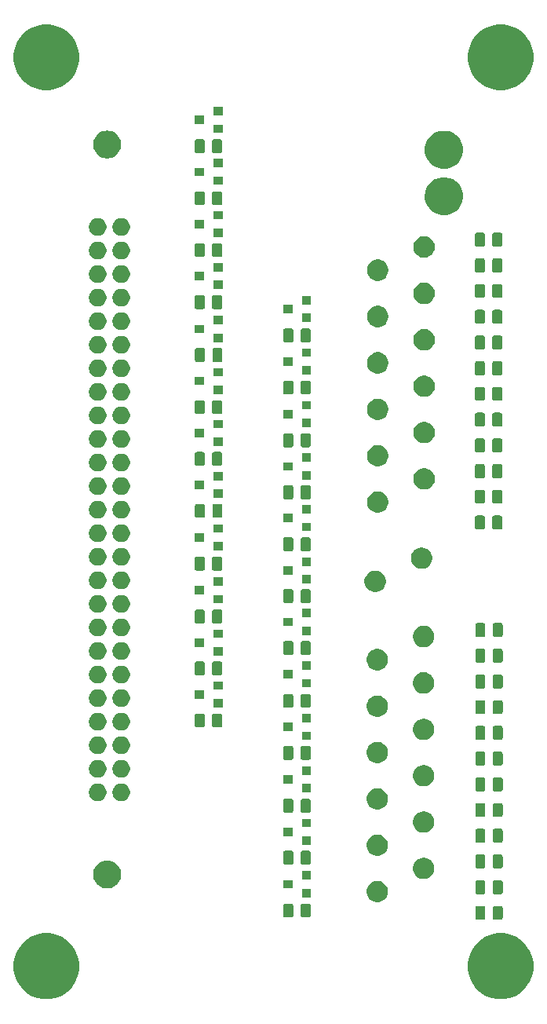
<source format=gts>
G04 #@! TF.GenerationSoftware,KiCad,Pcbnew,5.0.2-bee76a0~70~ubuntu18.04.1*
G04 #@! TF.CreationDate,2019-06-11T19:18:52-05:00*
G04 #@! TF.ProjectId,ADAPTER_BOARD,41444150-5445-4525-9f42-4f4152442e6b,rev?*
G04 #@! TF.SameCoordinates,Original*
G04 #@! TF.FileFunction,Soldermask,Top*
G04 #@! TF.FilePolarity,Negative*
%FSLAX46Y46*%
G04 Gerber Fmt 4.6, Leading zero omitted, Abs format (unit mm)*
G04 Created by KiCad (PCBNEW 5.0.2-bee76a0~70~ubuntu18.04.1) date Tue 11 Jun 2019 07:18:52 PM CDT*
%MOMM*%
%LPD*%
G01*
G04 APERTURE LIST*
%ADD10C,0.100000*%
G04 APERTURE END LIST*
D10*
G36*
X105035786Y-121585462D02*
X105035788Y-121585463D01*
X105035789Y-121585463D01*
X105682029Y-121853144D01*
X105682030Y-121853145D01*
X106263634Y-122241760D01*
X106758240Y-122736366D01*
X106758242Y-122736369D01*
X107146856Y-123317971D01*
X107414537Y-123964211D01*
X107551000Y-124650257D01*
X107551000Y-125349743D01*
X107414537Y-126035789D01*
X107146856Y-126682029D01*
X107146855Y-126682030D01*
X106758240Y-127263634D01*
X106263634Y-127758240D01*
X106263631Y-127758242D01*
X105682029Y-128146856D01*
X105035789Y-128414537D01*
X105035788Y-128414537D01*
X105035786Y-128414538D01*
X104349744Y-128551000D01*
X103650256Y-128551000D01*
X102964214Y-128414538D01*
X102964212Y-128414537D01*
X102964211Y-128414537D01*
X102317971Y-128146856D01*
X101736369Y-127758242D01*
X101736366Y-127758240D01*
X101241760Y-127263634D01*
X100853145Y-126682030D01*
X100853144Y-126682029D01*
X100585463Y-126035789D01*
X100449000Y-125349743D01*
X100449000Y-124650257D01*
X100585463Y-123964211D01*
X100853144Y-123317971D01*
X101241758Y-122736369D01*
X101241760Y-122736366D01*
X101736366Y-122241760D01*
X102317970Y-121853145D01*
X102317971Y-121853144D01*
X102964211Y-121585463D01*
X102964212Y-121585463D01*
X102964214Y-121585462D01*
X103650256Y-121449000D01*
X104349744Y-121449000D01*
X105035786Y-121585462D01*
X105035786Y-121585462D01*
G37*
G36*
X56035786Y-121585462D02*
X56035788Y-121585463D01*
X56035789Y-121585463D01*
X56682029Y-121853144D01*
X56682030Y-121853145D01*
X57263634Y-122241760D01*
X57758240Y-122736366D01*
X57758242Y-122736369D01*
X58146856Y-123317971D01*
X58414537Y-123964211D01*
X58551000Y-124650257D01*
X58551000Y-125349743D01*
X58414537Y-126035789D01*
X58146856Y-126682029D01*
X58146855Y-126682030D01*
X57758240Y-127263634D01*
X57263634Y-127758240D01*
X57263631Y-127758242D01*
X56682029Y-128146856D01*
X56035789Y-128414537D01*
X56035788Y-128414537D01*
X56035786Y-128414538D01*
X55349744Y-128551000D01*
X54650256Y-128551000D01*
X53964214Y-128414538D01*
X53964212Y-128414537D01*
X53964211Y-128414537D01*
X53317971Y-128146856D01*
X52736369Y-127758242D01*
X52736366Y-127758240D01*
X52241760Y-127263634D01*
X51853145Y-126682030D01*
X51853144Y-126682029D01*
X51585463Y-126035789D01*
X51449000Y-125349743D01*
X51449000Y-124650257D01*
X51585463Y-123964211D01*
X51853144Y-123317971D01*
X52241758Y-122736369D01*
X52241760Y-122736366D01*
X52736366Y-122241760D01*
X53317970Y-121853145D01*
X53317971Y-121853144D01*
X53964211Y-121585463D01*
X53964212Y-121585463D01*
X53964214Y-121585462D01*
X54650256Y-121449000D01*
X55349744Y-121449000D01*
X56035786Y-121585462D01*
X56035786Y-121585462D01*
G37*
G36*
X102184466Y-118503565D02*
X102223137Y-118515296D01*
X102258779Y-118534348D01*
X102290017Y-118559983D01*
X102315652Y-118591221D01*
X102334704Y-118626863D01*
X102346435Y-118665534D01*
X102351000Y-118711888D01*
X102351000Y-119788112D01*
X102346435Y-119834466D01*
X102334704Y-119873137D01*
X102315652Y-119908779D01*
X102290017Y-119940017D01*
X102258779Y-119965652D01*
X102223137Y-119984704D01*
X102184466Y-119996435D01*
X102138112Y-120001000D01*
X101486888Y-120001000D01*
X101440534Y-119996435D01*
X101401863Y-119984704D01*
X101366221Y-119965652D01*
X101334983Y-119940017D01*
X101309348Y-119908779D01*
X101290296Y-119873137D01*
X101278565Y-119834466D01*
X101274000Y-119788112D01*
X101274000Y-118711888D01*
X101278565Y-118665534D01*
X101290296Y-118626863D01*
X101309348Y-118591221D01*
X101334983Y-118559983D01*
X101366221Y-118534348D01*
X101401863Y-118515296D01*
X101440534Y-118503565D01*
X101486888Y-118499000D01*
X102138112Y-118499000D01*
X102184466Y-118503565D01*
X102184466Y-118503565D01*
G37*
G36*
X104059466Y-118503565D02*
X104098137Y-118515296D01*
X104133779Y-118534348D01*
X104165017Y-118559983D01*
X104190652Y-118591221D01*
X104209704Y-118626863D01*
X104221435Y-118665534D01*
X104226000Y-118711888D01*
X104226000Y-119788112D01*
X104221435Y-119834466D01*
X104209704Y-119873137D01*
X104190652Y-119908779D01*
X104165017Y-119940017D01*
X104133779Y-119965652D01*
X104098137Y-119984704D01*
X104059466Y-119996435D01*
X104013112Y-120001000D01*
X103361888Y-120001000D01*
X103315534Y-119996435D01*
X103276863Y-119984704D01*
X103241221Y-119965652D01*
X103209983Y-119940017D01*
X103184348Y-119908779D01*
X103165296Y-119873137D01*
X103153565Y-119834466D01*
X103149000Y-119788112D01*
X103149000Y-118711888D01*
X103153565Y-118665534D01*
X103165296Y-118626863D01*
X103184348Y-118591221D01*
X103209983Y-118559983D01*
X103241221Y-118534348D01*
X103276863Y-118515296D01*
X103315534Y-118503565D01*
X103361888Y-118499000D01*
X104013112Y-118499000D01*
X104059466Y-118503565D01*
X104059466Y-118503565D01*
G37*
G36*
X81464466Y-118253565D02*
X81503137Y-118265296D01*
X81538779Y-118284348D01*
X81570017Y-118309983D01*
X81595652Y-118341221D01*
X81614704Y-118376863D01*
X81626435Y-118415534D01*
X81631000Y-118461888D01*
X81631000Y-119538112D01*
X81626435Y-119584466D01*
X81614704Y-119623137D01*
X81595652Y-119658779D01*
X81570017Y-119690017D01*
X81538779Y-119715652D01*
X81503137Y-119734704D01*
X81464466Y-119746435D01*
X81418112Y-119751000D01*
X80766888Y-119751000D01*
X80720534Y-119746435D01*
X80681863Y-119734704D01*
X80646221Y-119715652D01*
X80614983Y-119690017D01*
X80589348Y-119658779D01*
X80570296Y-119623137D01*
X80558565Y-119584466D01*
X80554000Y-119538112D01*
X80554000Y-118461888D01*
X80558565Y-118415534D01*
X80570296Y-118376863D01*
X80589348Y-118341221D01*
X80614983Y-118309983D01*
X80646221Y-118284348D01*
X80681863Y-118265296D01*
X80720534Y-118253565D01*
X80766888Y-118249000D01*
X81418112Y-118249000D01*
X81464466Y-118253565D01*
X81464466Y-118253565D01*
G37*
G36*
X83339466Y-118253565D02*
X83378137Y-118265296D01*
X83413779Y-118284348D01*
X83445017Y-118309983D01*
X83470652Y-118341221D01*
X83489704Y-118376863D01*
X83501435Y-118415534D01*
X83506000Y-118461888D01*
X83506000Y-119538112D01*
X83501435Y-119584466D01*
X83489704Y-119623137D01*
X83470652Y-119658779D01*
X83445017Y-119690017D01*
X83413779Y-119715652D01*
X83378137Y-119734704D01*
X83339466Y-119746435D01*
X83293112Y-119751000D01*
X82641888Y-119751000D01*
X82595534Y-119746435D01*
X82556863Y-119734704D01*
X82521221Y-119715652D01*
X82489983Y-119690017D01*
X82464348Y-119658779D01*
X82445296Y-119623137D01*
X82433565Y-119584466D01*
X82429000Y-119538112D01*
X82429000Y-118461888D01*
X82433565Y-118415534D01*
X82445296Y-118376863D01*
X82464348Y-118341221D01*
X82489983Y-118309983D01*
X82521221Y-118284348D01*
X82556863Y-118265296D01*
X82595534Y-118253565D01*
X82641888Y-118249000D01*
X83293112Y-118249000D01*
X83339466Y-118253565D01*
X83339466Y-118253565D01*
G37*
G36*
X91035734Y-115843232D02*
X91245202Y-115929996D01*
X91433723Y-116055962D01*
X91594038Y-116216277D01*
X91720004Y-116404798D01*
X91806768Y-116614266D01*
X91851000Y-116836635D01*
X91851000Y-117063365D01*
X91806768Y-117285734D01*
X91720004Y-117495202D01*
X91594038Y-117683723D01*
X91433723Y-117844038D01*
X91245202Y-117970004D01*
X91035734Y-118056768D01*
X90813365Y-118101000D01*
X90586635Y-118101000D01*
X90364266Y-118056768D01*
X90154798Y-117970004D01*
X89966277Y-117844038D01*
X89805962Y-117683723D01*
X89679996Y-117495202D01*
X89593232Y-117285734D01*
X89549000Y-117063365D01*
X89549000Y-116836635D01*
X89593232Y-116614266D01*
X89679996Y-116404798D01*
X89805962Y-116216277D01*
X89966277Y-116055962D01*
X90154798Y-115929996D01*
X90364266Y-115843232D01*
X90586635Y-115799000D01*
X90813365Y-115799000D01*
X91035734Y-115843232D01*
X91035734Y-115843232D01*
G37*
G36*
X83551000Y-117564404D02*
X82549000Y-117564404D01*
X82549000Y-116662404D01*
X83551000Y-116662404D01*
X83551000Y-117564404D01*
X83551000Y-117564404D01*
G37*
G36*
X102184466Y-115730835D02*
X102223137Y-115742566D01*
X102258779Y-115761618D01*
X102290017Y-115787253D01*
X102315652Y-115818491D01*
X102334704Y-115854133D01*
X102346435Y-115892804D01*
X102351000Y-115939158D01*
X102351000Y-117015382D01*
X102346435Y-117061736D01*
X102334704Y-117100407D01*
X102315652Y-117136049D01*
X102290017Y-117167287D01*
X102258779Y-117192922D01*
X102223137Y-117211974D01*
X102184466Y-117223705D01*
X102138112Y-117228270D01*
X101486888Y-117228270D01*
X101440534Y-117223705D01*
X101401863Y-117211974D01*
X101366221Y-117192922D01*
X101334983Y-117167287D01*
X101309348Y-117136049D01*
X101290296Y-117100407D01*
X101278565Y-117061736D01*
X101274000Y-117015382D01*
X101274000Y-115939158D01*
X101278565Y-115892804D01*
X101290296Y-115854133D01*
X101309348Y-115818491D01*
X101334983Y-115787253D01*
X101366221Y-115761618D01*
X101401863Y-115742566D01*
X101440534Y-115730835D01*
X101486888Y-115726270D01*
X102138112Y-115726270D01*
X102184466Y-115730835D01*
X102184466Y-115730835D01*
G37*
G36*
X104059466Y-115730835D02*
X104098137Y-115742566D01*
X104133779Y-115761618D01*
X104165017Y-115787253D01*
X104190652Y-115818491D01*
X104209704Y-115854133D01*
X104221435Y-115892804D01*
X104226000Y-115939158D01*
X104226000Y-117015382D01*
X104221435Y-117061736D01*
X104209704Y-117100407D01*
X104190652Y-117136049D01*
X104165017Y-117167287D01*
X104133779Y-117192922D01*
X104098137Y-117211974D01*
X104059466Y-117223705D01*
X104013112Y-117228270D01*
X103361888Y-117228270D01*
X103315534Y-117223705D01*
X103276863Y-117211974D01*
X103241221Y-117192922D01*
X103209983Y-117167287D01*
X103184348Y-117136049D01*
X103165296Y-117100407D01*
X103153565Y-117061736D01*
X103149000Y-117015382D01*
X103149000Y-115939158D01*
X103153565Y-115892804D01*
X103165296Y-115854133D01*
X103184348Y-115818491D01*
X103209983Y-115787253D01*
X103241221Y-115761618D01*
X103276863Y-115742566D01*
X103315534Y-115730835D01*
X103361888Y-115726270D01*
X104013112Y-115726270D01*
X104059466Y-115730835D01*
X104059466Y-115730835D01*
G37*
G36*
X81551000Y-116614404D02*
X80549000Y-116614404D01*
X80549000Y-115712404D01*
X81551000Y-115712404D01*
X81551000Y-116614404D01*
X81551000Y-116614404D01*
G37*
G36*
X61842831Y-113637841D02*
X61987826Y-113666682D01*
X62100974Y-113713550D01*
X62260989Y-113779830D01*
X62506835Y-113944099D01*
X62715901Y-114153165D01*
X62880170Y-114399011D01*
X62993318Y-114672175D01*
X63051000Y-114962163D01*
X63051000Y-115257837D01*
X62993318Y-115547825D01*
X62880170Y-115820989D01*
X62715901Y-116066835D01*
X62506835Y-116275901D01*
X62260989Y-116440170D01*
X62100974Y-116506450D01*
X61987826Y-116553318D01*
X61842831Y-116582159D01*
X61697837Y-116611000D01*
X61402163Y-116611000D01*
X61257169Y-116582159D01*
X61112174Y-116553318D01*
X60999026Y-116506450D01*
X60839011Y-116440170D01*
X60593165Y-116275901D01*
X60384099Y-116066835D01*
X60219830Y-115820989D01*
X60106682Y-115547825D01*
X60049000Y-115257837D01*
X60049000Y-114962163D01*
X60106682Y-114672175D01*
X60219830Y-114399011D01*
X60384099Y-114153165D01*
X60593165Y-113944099D01*
X60839011Y-113779830D01*
X60999026Y-113713550D01*
X61112174Y-113666682D01*
X61257169Y-113637841D01*
X61402163Y-113609000D01*
X61697837Y-113609000D01*
X61842831Y-113637841D01*
X61842831Y-113637841D01*
G37*
G36*
X83551000Y-115664404D02*
X82549000Y-115664404D01*
X82549000Y-114762404D01*
X83551000Y-114762404D01*
X83551000Y-115664404D01*
X83551000Y-115664404D01*
G37*
G36*
X96035734Y-113343232D02*
X96245202Y-113429996D01*
X96433723Y-113555962D01*
X96594038Y-113716277D01*
X96720004Y-113904798D01*
X96806768Y-114114266D01*
X96851000Y-114336635D01*
X96851000Y-114563365D01*
X96806768Y-114785734D01*
X96720004Y-114995202D01*
X96594038Y-115183723D01*
X96433723Y-115344038D01*
X96245202Y-115470004D01*
X96035734Y-115556768D01*
X95813365Y-115601000D01*
X95586635Y-115601000D01*
X95364266Y-115556768D01*
X95154798Y-115470004D01*
X94966277Y-115344038D01*
X94805962Y-115183723D01*
X94679996Y-114995202D01*
X94593232Y-114785734D01*
X94549000Y-114563365D01*
X94549000Y-114336635D01*
X94593232Y-114114266D01*
X94679996Y-113904798D01*
X94805962Y-113716277D01*
X94966277Y-113555962D01*
X95154798Y-113429996D01*
X95364266Y-113343232D01*
X95586635Y-113299000D01*
X95813365Y-113299000D01*
X96035734Y-113343232D01*
X96035734Y-113343232D01*
G37*
G36*
X102184466Y-112958108D02*
X102223137Y-112969839D01*
X102258779Y-112988891D01*
X102290017Y-113014526D01*
X102315652Y-113045764D01*
X102334704Y-113081406D01*
X102346435Y-113120077D01*
X102351000Y-113166431D01*
X102351000Y-114242655D01*
X102346435Y-114289009D01*
X102334704Y-114327680D01*
X102315652Y-114363322D01*
X102290017Y-114394560D01*
X102258779Y-114420195D01*
X102223137Y-114439247D01*
X102184466Y-114450978D01*
X102138112Y-114455543D01*
X101486888Y-114455543D01*
X101440534Y-114450978D01*
X101401863Y-114439247D01*
X101366221Y-114420195D01*
X101334983Y-114394560D01*
X101309348Y-114363322D01*
X101290296Y-114327680D01*
X101278565Y-114289009D01*
X101274000Y-114242655D01*
X101274000Y-113166431D01*
X101278565Y-113120077D01*
X101290296Y-113081406D01*
X101309348Y-113045764D01*
X101334983Y-113014526D01*
X101366221Y-112988891D01*
X101401863Y-112969839D01*
X101440534Y-112958108D01*
X101486888Y-112953543D01*
X102138112Y-112953543D01*
X102184466Y-112958108D01*
X102184466Y-112958108D01*
G37*
G36*
X104059466Y-112958108D02*
X104098137Y-112969839D01*
X104133779Y-112988891D01*
X104165017Y-113014526D01*
X104190652Y-113045764D01*
X104209704Y-113081406D01*
X104221435Y-113120077D01*
X104226000Y-113166431D01*
X104226000Y-114242655D01*
X104221435Y-114289009D01*
X104209704Y-114327680D01*
X104190652Y-114363322D01*
X104165017Y-114394560D01*
X104133779Y-114420195D01*
X104098137Y-114439247D01*
X104059466Y-114450978D01*
X104013112Y-114455543D01*
X103361888Y-114455543D01*
X103315534Y-114450978D01*
X103276863Y-114439247D01*
X103241221Y-114420195D01*
X103209983Y-114394560D01*
X103184348Y-114363322D01*
X103165296Y-114327680D01*
X103153565Y-114289009D01*
X103149000Y-114242655D01*
X103149000Y-113166431D01*
X103153565Y-113120077D01*
X103165296Y-113081406D01*
X103184348Y-113045764D01*
X103209983Y-113014526D01*
X103241221Y-112988891D01*
X103276863Y-112969839D01*
X103315534Y-112958108D01*
X103361888Y-112953543D01*
X104013112Y-112953543D01*
X104059466Y-112958108D01*
X104059466Y-112958108D01*
G37*
G36*
X83339466Y-112553565D02*
X83378137Y-112565296D01*
X83413779Y-112584348D01*
X83445017Y-112609983D01*
X83470652Y-112641221D01*
X83489704Y-112676863D01*
X83501435Y-112715534D01*
X83506000Y-112761888D01*
X83506000Y-113838112D01*
X83501435Y-113884466D01*
X83489704Y-113923137D01*
X83470652Y-113958779D01*
X83445017Y-113990017D01*
X83413779Y-114015652D01*
X83378137Y-114034704D01*
X83339466Y-114046435D01*
X83293112Y-114051000D01*
X82641888Y-114051000D01*
X82595534Y-114046435D01*
X82556863Y-114034704D01*
X82521221Y-114015652D01*
X82489983Y-113990017D01*
X82464348Y-113958779D01*
X82445296Y-113923137D01*
X82433565Y-113884466D01*
X82429000Y-113838112D01*
X82429000Y-112761888D01*
X82433565Y-112715534D01*
X82445296Y-112676863D01*
X82464348Y-112641221D01*
X82489983Y-112609983D01*
X82521221Y-112584348D01*
X82556863Y-112565296D01*
X82595534Y-112553565D01*
X82641888Y-112549000D01*
X83293112Y-112549000D01*
X83339466Y-112553565D01*
X83339466Y-112553565D01*
G37*
G36*
X81464466Y-112553565D02*
X81503137Y-112565296D01*
X81538779Y-112584348D01*
X81570017Y-112609983D01*
X81595652Y-112641221D01*
X81614704Y-112676863D01*
X81626435Y-112715534D01*
X81631000Y-112761888D01*
X81631000Y-113838112D01*
X81626435Y-113884466D01*
X81614704Y-113923137D01*
X81595652Y-113958779D01*
X81570017Y-113990017D01*
X81538779Y-114015652D01*
X81503137Y-114034704D01*
X81464466Y-114046435D01*
X81418112Y-114051000D01*
X80766888Y-114051000D01*
X80720534Y-114046435D01*
X80681863Y-114034704D01*
X80646221Y-114015652D01*
X80614983Y-113990017D01*
X80589348Y-113958779D01*
X80570296Y-113923137D01*
X80558565Y-113884466D01*
X80554000Y-113838112D01*
X80554000Y-112761888D01*
X80558565Y-112715534D01*
X80570296Y-112676863D01*
X80589348Y-112641221D01*
X80614983Y-112609983D01*
X80646221Y-112584348D01*
X80681863Y-112565296D01*
X80720534Y-112553565D01*
X80766888Y-112549000D01*
X81418112Y-112549000D01*
X81464466Y-112553565D01*
X81464466Y-112553565D01*
G37*
G36*
X91035734Y-110843232D02*
X91245202Y-110929996D01*
X91433723Y-111055962D01*
X91594038Y-111216277D01*
X91720004Y-111404798D01*
X91806768Y-111614266D01*
X91851000Y-111836635D01*
X91851000Y-112063365D01*
X91806768Y-112285734D01*
X91720004Y-112495202D01*
X91594038Y-112683723D01*
X91433723Y-112844038D01*
X91245202Y-112970004D01*
X91035734Y-113056768D01*
X90813365Y-113101000D01*
X90586635Y-113101000D01*
X90364266Y-113056768D01*
X90154798Y-112970004D01*
X89966277Y-112844038D01*
X89805962Y-112683723D01*
X89679996Y-112495202D01*
X89593232Y-112285734D01*
X89549000Y-112063365D01*
X89549000Y-111836635D01*
X89593232Y-111614266D01*
X89679996Y-111404798D01*
X89805962Y-111216277D01*
X89966277Y-111055962D01*
X90154798Y-110929996D01*
X90364266Y-110843232D01*
X90586635Y-110799000D01*
X90813365Y-110799000D01*
X91035734Y-110843232D01*
X91035734Y-110843232D01*
G37*
G36*
X83551000Y-111908640D02*
X82549000Y-111908640D01*
X82549000Y-111006640D01*
X83551000Y-111006640D01*
X83551000Y-111908640D01*
X83551000Y-111908640D01*
G37*
G36*
X104059466Y-110185381D02*
X104098137Y-110197112D01*
X104133779Y-110216164D01*
X104165017Y-110241799D01*
X104190652Y-110273037D01*
X104209704Y-110308679D01*
X104221435Y-110347350D01*
X104226000Y-110393704D01*
X104226000Y-111469928D01*
X104221435Y-111516282D01*
X104209704Y-111554953D01*
X104190652Y-111590595D01*
X104165017Y-111621833D01*
X104133779Y-111647468D01*
X104098137Y-111666520D01*
X104059466Y-111678251D01*
X104013112Y-111682816D01*
X103361888Y-111682816D01*
X103315534Y-111678251D01*
X103276863Y-111666520D01*
X103241221Y-111647468D01*
X103209983Y-111621833D01*
X103184348Y-111590595D01*
X103165296Y-111554953D01*
X103153565Y-111516282D01*
X103149000Y-111469928D01*
X103149000Y-110393704D01*
X103153565Y-110347350D01*
X103165296Y-110308679D01*
X103184348Y-110273037D01*
X103209983Y-110241799D01*
X103241221Y-110216164D01*
X103276863Y-110197112D01*
X103315534Y-110185381D01*
X103361888Y-110180816D01*
X104013112Y-110180816D01*
X104059466Y-110185381D01*
X104059466Y-110185381D01*
G37*
G36*
X102184466Y-110185381D02*
X102223137Y-110197112D01*
X102258779Y-110216164D01*
X102290017Y-110241799D01*
X102315652Y-110273037D01*
X102334704Y-110308679D01*
X102346435Y-110347350D01*
X102351000Y-110393704D01*
X102351000Y-111469928D01*
X102346435Y-111516282D01*
X102334704Y-111554953D01*
X102315652Y-111590595D01*
X102290017Y-111621833D01*
X102258779Y-111647468D01*
X102223137Y-111666520D01*
X102184466Y-111678251D01*
X102138112Y-111682816D01*
X101486888Y-111682816D01*
X101440534Y-111678251D01*
X101401863Y-111666520D01*
X101366221Y-111647468D01*
X101334983Y-111621833D01*
X101309348Y-111590595D01*
X101290296Y-111554953D01*
X101278565Y-111516282D01*
X101274000Y-111469928D01*
X101274000Y-110393704D01*
X101278565Y-110347350D01*
X101290296Y-110308679D01*
X101309348Y-110273037D01*
X101334983Y-110241799D01*
X101366221Y-110216164D01*
X101401863Y-110197112D01*
X101440534Y-110185381D01*
X101486888Y-110180816D01*
X102138112Y-110180816D01*
X102184466Y-110185381D01*
X102184466Y-110185381D01*
G37*
G36*
X81551000Y-110958640D02*
X80549000Y-110958640D01*
X80549000Y-110056640D01*
X81551000Y-110056640D01*
X81551000Y-110958640D01*
X81551000Y-110958640D01*
G37*
G36*
X96035734Y-108343232D02*
X96245202Y-108429996D01*
X96433723Y-108555962D01*
X96594038Y-108716277D01*
X96720004Y-108904798D01*
X96806768Y-109114266D01*
X96851000Y-109336635D01*
X96851000Y-109563365D01*
X96806768Y-109785734D01*
X96720004Y-109995202D01*
X96594038Y-110183723D01*
X96433723Y-110344038D01*
X96245202Y-110470004D01*
X96035734Y-110556768D01*
X95813365Y-110601000D01*
X95586635Y-110601000D01*
X95364266Y-110556768D01*
X95154798Y-110470004D01*
X94966277Y-110344038D01*
X94805962Y-110183723D01*
X94679996Y-109995202D01*
X94593232Y-109785734D01*
X94549000Y-109563365D01*
X94549000Y-109336635D01*
X94593232Y-109114266D01*
X94679996Y-108904798D01*
X94805962Y-108716277D01*
X94966277Y-108555962D01*
X95154798Y-108429996D01*
X95364266Y-108343232D01*
X95586635Y-108299000D01*
X95813365Y-108299000D01*
X96035734Y-108343232D01*
X96035734Y-108343232D01*
G37*
G36*
X83551000Y-110008640D02*
X82549000Y-110008640D01*
X82549000Y-109106640D01*
X83551000Y-109106640D01*
X83551000Y-110008640D01*
X83551000Y-110008640D01*
G37*
G36*
X102184466Y-107412654D02*
X102223137Y-107424385D01*
X102258779Y-107443437D01*
X102290017Y-107469072D01*
X102315652Y-107500310D01*
X102334704Y-107535952D01*
X102346435Y-107574623D01*
X102351000Y-107620977D01*
X102351000Y-108697201D01*
X102346435Y-108743555D01*
X102334704Y-108782226D01*
X102315652Y-108817868D01*
X102290017Y-108849106D01*
X102258779Y-108874741D01*
X102223137Y-108893793D01*
X102184466Y-108905524D01*
X102138112Y-108910089D01*
X101486888Y-108910089D01*
X101440534Y-108905524D01*
X101401863Y-108893793D01*
X101366221Y-108874741D01*
X101334983Y-108849106D01*
X101309348Y-108817868D01*
X101290296Y-108782226D01*
X101278565Y-108743555D01*
X101274000Y-108697201D01*
X101274000Y-107620977D01*
X101278565Y-107574623D01*
X101290296Y-107535952D01*
X101309348Y-107500310D01*
X101334983Y-107469072D01*
X101366221Y-107443437D01*
X101401863Y-107424385D01*
X101440534Y-107412654D01*
X101486888Y-107408089D01*
X102138112Y-107408089D01*
X102184466Y-107412654D01*
X102184466Y-107412654D01*
G37*
G36*
X104059466Y-107412654D02*
X104098137Y-107424385D01*
X104133779Y-107443437D01*
X104165017Y-107469072D01*
X104190652Y-107500310D01*
X104209704Y-107535952D01*
X104221435Y-107574623D01*
X104226000Y-107620977D01*
X104226000Y-108697201D01*
X104221435Y-108743555D01*
X104209704Y-108782226D01*
X104190652Y-108817868D01*
X104165017Y-108849106D01*
X104133779Y-108874741D01*
X104098137Y-108893793D01*
X104059466Y-108905524D01*
X104013112Y-108910089D01*
X103361888Y-108910089D01*
X103315534Y-108905524D01*
X103276863Y-108893793D01*
X103241221Y-108874741D01*
X103209983Y-108849106D01*
X103184348Y-108817868D01*
X103165296Y-108782226D01*
X103153565Y-108743555D01*
X103149000Y-108697201D01*
X103149000Y-107620977D01*
X103153565Y-107574623D01*
X103165296Y-107535952D01*
X103184348Y-107500310D01*
X103209983Y-107469072D01*
X103241221Y-107443437D01*
X103276863Y-107424385D01*
X103315534Y-107412654D01*
X103361888Y-107408089D01*
X104013112Y-107408089D01*
X104059466Y-107412654D01*
X104059466Y-107412654D01*
G37*
G36*
X83339466Y-106953565D02*
X83378137Y-106965296D01*
X83413779Y-106984348D01*
X83445017Y-107009983D01*
X83470652Y-107041221D01*
X83489704Y-107076863D01*
X83501435Y-107115534D01*
X83506000Y-107161888D01*
X83506000Y-108238112D01*
X83501435Y-108284466D01*
X83489704Y-108323137D01*
X83470652Y-108358779D01*
X83445017Y-108390017D01*
X83413779Y-108415652D01*
X83378137Y-108434704D01*
X83339466Y-108446435D01*
X83293112Y-108451000D01*
X82641888Y-108451000D01*
X82595534Y-108446435D01*
X82556863Y-108434704D01*
X82521221Y-108415652D01*
X82489983Y-108390017D01*
X82464348Y-108358779D01*
X82445296Y-108323137D01*
X82433565Y-108284466D01*
X82429000Y-108238112D01*
X82429000Y-107161888D01*
X82433565Y-107115534D01*
X82445296Y-107076863D01*
X82464348Y-107041221D01*
X82489983Y-107009983D01*
X82521221Y-106984348D01*
X82556863Y-106965296D01*
X82595534Y-106953565D01*
X82641888Y-106949000D01*
X83293112Y-106949000D01*
X83339466Y-106953565D01*
X83339466Y-106953565D01*
G37*
G36*
X81464466Y-106953565D02*
X81503137Y-106965296D01*
X81538779Y-106984348D01*
X81570017Y-107009983D01*
X81595652Y-107041221D01*
X81614704Y-107076863D01*
X81626435Y-107115534D01*
X81631000Y-107161888D01*
X81631000Y-108238112D01*
X81626435Y-108284466D01*
X81614704Y-108323137D01*
X81595652Y-108358779D01*
X81570017Y-108390017D01*
X81538779Y-108415652D01*
X81503137Y-108434704D01*
X81464466Y-108446435D01*
X81418112Y-108451000D01*
X80766888Y-108451000D01*
X80720534Y-108446435D01*
X80681863Y-108434704D01*
X80646221Y-108415652D01*
X80614983Y-108390017D01*
X80589348Y-108358779D01*
X80570296Y-108323137D01*
X80558565Y-108284466D01*
X80554000Y-108238112D01*
X80554000Y-107161888D01*
X80558565Y-107115534D01*
X80570296Y-107076863D01*
X80589348Y-107041221D01*
X80614983Y-107009983D01*
X80646221Y-106984348D01*
X80681863Y-106965296D01*
X80720534Y-106953565D01*
X80766888Y-106949000D01*
X81418112Y-106949000D01*
X81464466Y-106953565D01*
X81464466Y-106953565D01*
G37*
G36*
X91035734Y-105843232D02*
X91245202Y-105929996D01*
X91433723Y-106055962D01*
X91594038Y-106216277D01*
X91720004Y-106404798D01*
X91806768Y-106614266D01*
X91851000Y-106836635D01*
X91851000Y-107063365D01*
X91806768Y-107285734D01*
X91720004Y-107495202D01*
X91594038Y-107683723D01*
X91433723Y-107844038D01*
X91245202Y-107970004D01*
X91035734Y-108056768D01*
X90813365Y-108101000D01*
X90586635Y-108101000D01*
X90364266Y-108056768D01*
X90154798Y-107970004D01*
X89966277Y-107844038D01*
X89805962Y-107683723D01*
X89679996Y-107495202D01*
X89593232Y-107285734D01*
X89549000Y-107063365D01*
X89549000Y-106836635D01*
X89593232Y-106614266D01*
X89679996Y-106404798D01*
X89805962Y-106216277D01*
X89966277Y-106055962D01*
X90154798Y-105929996D01*
X90364266Y-105843232D01*
X90586635Y-105799000D01*
X90813365Y-105799000D01*
X91035734Y-105843232D01*
X91035734Y-105843232D01*
G37*
G36*
X60807396Y-105345546D02*
X60980466Y-105417234D01*
X61136230Y-105521312D01*
X61268688Y-105653770D01*
X61372766Y-105809534D01*
X61444454Y-105982604D01*
X61481000Y-106166333D01*
X61481000Y-106353667D01*
X61444454Y-106537396D01*
X61372766Y-106710466D01*
X61268688Y-106866230D01*
X61136230Y-106998688D01*
X60980466Y-107102766D01*
X60807396Y-107174454D01*
X60623667Y-107211000D01*
X60436333Y-107211000D01*
X60252604Y-107174454D01*
X60079534Y-107102766D01*
X59923770Y-106998688D01*
X59791312Y-106866230D01*
X59687234Y-106710466D01*
X59615546Y-106537396D01*
X59579000Y-106353667D01*
X59579000Y-106166333D01*
X59615546Y-105982604D01*
X59687234Y-105809534D01*
X59791312Y-105653770D01*
X59923770Y-105521312D01*
X60079534Y-105417234D01*
X60252604Y-105345546D01*
X60436333Y-105309000D01*
X60623667Y-105309000D01*
X60807396Y-105345546D01*
X60807396Y-105345546D01*
G37*
G36*
X63347396Y-105345546D02*
X63520466Y-105417234D01*
X63676230Y-105521312D01*
X63808688Y-105653770D01*
X63912766Y-105809534D01*
X63984454Y-105982604D01*
X64021000Y-106166333D01*
X64021000Y-106353667D01*
X63984454Y-106537396D01*
X63912766Y-106710466D01*
X63808688Y-106866230D01*
X63676230Y-106998688D01*
X63520466Y-107102766D01*
X63347396Y-107174454D01*
X63163667Y-107211000D01*
X62976333Y-107211000D01*
X62792604Y-107174454D01*
X62619534Y-107102766D01*
X62463770Y-106998688D01*
X62331312Y-106866230D01*
X62227234Y-106710466D01*
X62155546Y-106537396D01*
X62119000Y-106353667D01*
X62119000Y-106166333D01*
X62155546Y-105982604D01*
X62227234Y-105809534D01*
X62331312Y-105653770D01*
X62463770Y-105521312D01*
X62619534Y-105417234D01*
X62792604Y-105345546D01*
X62976333Y-105309000D01*
X63163667Y-105309000D01*
X63347396Y-105345546D01*
X63347396Y-105345546D01*
G37*
G36*
X83551000Y-106252876D02*
X82549000Y-106252876D01*
X82549000Y-105350876D01*
X83551000Y-105350876D01*
X83551000Y-106252876D01*
X83551000Y-106252876D01*
G37*
G36*
X104059466Y-104639927D02*
X104098137Y-104651658D01*
X104133779Y-104670710D01*
X104165017Y-104696345D01*
X104190652Y-104727583D01*
X104209704Y-104763225D01*
X104221435Y-104801896D01*
X104226000Y-104848250D01*
X104226000Y-105924474D01*
X104221435Y-105970828D01*
X104209704Y-106009499D01*
X104190652Y-106045141D01*
X104165017Y-106076379D01*
X104133779Y-106102014D01*
X104098137Y-106121066D01*
X104059466Y-106132797D01*
X104013112Y-106137362D01*
X103361888Y-106137362D01*
X103315534Y-106132797D01*
X103276863Y-106121066D01*
X103241221Y-106102014D01*
X103209983Y-106076379D01*
X103184348Y-106045141D01*
X103165296Y-106009499D01*
X103153565Y-105970828D01*
X103149000Y-105924474D01*
X103149000Y-104848250D01*
X103153565Y-104801896D01*
X103165296Y-104763225D01*
X103184348Y-104727583D01*
X103209983Y-104696345D01*
X103241221Y-104670710D01*
X103276863Y-104651658D01*
X103315534Y-104639927D01*
X103361888Y-104635362D01*
X104013112Y-104635362D01*
X104059466Y-104639927D01*
X104059466Y-104639927D01*
G37*
G36*
X102184466Y-104639927D02*
X102223137Y-104651658D01*
X102258779Y-104670710D01*
X102290017Y-104696345D01*
X102315652Y-104727583D01*
X102334704Y-104763225D01*
X102346435Y-104801896D01*
X102351000Y-104848250D01*
X102351000Y-105924474D01*
X102346435Y-105970828D01*
X102334704Y-106009499D01*
X102315652Y-106045141D01*
X102290017Y-106076379D01*
X102258779Y-106102014D01*
X102223137Y-106121066D01*
X102184466Y-106132797D01*
X102138112Y-106137362D01*
X101486888Y-106137362D01*
X101440534Y-106132797D01*
X101401863Y-106121066D01*
X101366221Y-106102014D01*
X101334983Y-106076379D01*
X101309348Y-106045141D01*
X101290296Y-106009499D01*
X101278565Y-105970828D01*
X101274000Y-105924474D01*
X101274000Y-104848250D01*
X101278565Y-104801896D01*
X101290296Y-104763225D01*
X101309348Y-104727583D01*
X101334983Y-104696345D01*
X101366221Y-104670710D01*
X101401863Y-104651658D01*
X101440534Y-104639927D01*
X101486888Y-104635362D01*
X102138112Y-104635362D01*
X102184466Y-104639927D01*
X102184466Y-104639927D01*
G37*
G36*
X96035734Y-103343232D02*
X96245202Y-103429996D01*
X96433723Y-103555962D01*
X96594038Y-103716277D01*
X96720004Y-103904798D01*
X96806768Y-104114266D01*
X96851000Y-104336635D01*
X96851000Y-104563365D01*
X96806768Y-104785734D01*
X96720004Y-104995202D01*
X96594038Y-105183723D01*
X96433723Y-105344038D01*
X96245202Y-105470004D01*
X96035734Y-105556768D01*
X95813365Y-105601000D01*
X95586635Y-105601000D01*
X95364266Y-105556768D01*
X95154798Y-105470004D01*
X94966277Y-105344038D01*
X94805962Y-105183723D01*
X94679996Y-104995202D01*
X94593232Y-104785734D01*
X94549000Y-104563365D01*
X94549000Y-104336635D01*
X94593232Y-104114266D01*
X94679996Y-103904798D01*
X94805962Y-103716277D01*
X94966277Y-103555962D01*
X95154798Y-103429996D01*
X95364266Y-103343232D01*
X95586635Y-103299000D01*
X95813365Y-103299000D01*
X96035734Y-103343232D01*
X96035734Y-103343232D01*
G37*
G36*
X81551000Y-105302876D02*
X80549000Y-105302876D01*
X80549000Y-104400876D01*
X81551000Y-104400876D01*
X81551000Y-105302876D01*
X81551000Y-105302876D01*
G37*
G36*
X63347396Y-102805546D02*
X63520466Y-102877234D01*
X63676230Y-102981312D01*
X63808688Y-103113770D01*
X63912766Y-103269534D01*
X63984454Y-103442604D01*
X64021000Y-103626333D01*
X64021000Y-103813667D01*
X63984454Y-103997396D01*
X63912766Y-104170466D01*
X63808688Y-104326230D01*
X63676230Y-104458688D01*
X63520466Y-104562766D01*
X63347396Y-104634454D01*
X63163667Y-104671000D01*
X62976333Y-104671000D01*
X62792604Y-104634454D01*
X62619534Y-104562766D01*
X62463770Y-104458688D01*
X62331312Y-104326230D01*
X62227234Y-104170466D01*
X62155546Y-103997396D01*
X62119000Y-103813667D01*
X62119000Y-103626333D01*
X62155546Y-103442604D01*
X62227234Y-103269534D01*
X62331312Y-103113770D01*
X62463770Y-102981312D01*
X62619534Y-102877234D01*
X62792604Y-102805546D01*
X62976333Y-102769000D01*
X63163667Y-102769000D01*
X63347396Y-102805546D01*
X63347396Y-102805546D01*
G37*
G36*
X60807396Y-102805546D02*
X60980466Y-102877234D01*
X61136230Y-102981312D01*
X61268688Y-103113770D01*
X61372766Y-103269534D01*
X61444454Y-103442604D01*
X61481000Y-103626333D01*
X61481000Y-103813667D01*
X61444454Y-103997396D01*
X61372766Y-104170466D01*
X61268688Y-104326230D01*
X61136230Y-104458688D01*
X60980466Y-104562766D01*
X60807396Y-104634454D01*
X60623667Y-104671000D01*
X60436333Y-104671000D01*
X60252604Y-104634454D01*
X60079534Y-104562766D01*
X59923770Y-104458688D01*
X59791312Y-104326230D01*
X59687234Y-104170466D01*
X59615546Y-103997396D01*
X59579000Y-103813667D01*
X59579000Y-103626333D01*
X59615546Y-103442604D01*
X59687234Y-103269534D01*
X59791312Y-103113770D01*
X59923770Y-102981312D01*
X60079534Y-102877234D01*
X60252604Y-102805546D01*
X60436333Y-102769000D01*
X60623667Y-102769000D01*
X60807396Y-102805546D01*
X60807396Y-102805546D01*
G37*
G36*
X83551000Y-104352876D02*
X82549000Y-104352876D01*
X82549000Y-103450876D01*
X83551000Y-103450876D01*
X83551000Y-104352876D01*
X83551000Y-104352876D01*
G37*
G36*
X102184466Y-101867200D02*
X102223137Y-101878931D01*
X102258779Y-101897983D01*
X102290017Y-101923618D01*
X102315652Y-101954856D01*
X102334704Y-101990498D01*
X102346435Y-102029169D01*
X102351000Y-102075523D01*
X102351000Y-103151747D01*
X102346435Y-103198101D01*
X102334704Y-103236772D01*
X102315652Y-103272414D01*
X102290017Y-103303652D01*
X102258779Y-103329287D01*
X102223137Y-103348339D01*
X102184466Y-103360070D01*
X102138112Y-103364635D01*
X101486888Y-103364635D01*
X101440534Y-103360070D01*
X101401863Y-103348339D01*
X101366221Y-103329287D01*
X101334983Y-103303652D01*
X101309348Y-103272414D01*
X101290296Y-103236772D01*
X101278565Y-103198101D01*
X101274000Y-103151747D01*
X101274000Y-102075523D01*
X101278565Y-102029169D01*
X101290296Y-101990498D01*
X101309348Y-101954856D01*
X101334983Y-101923618D01*
X101366221Y-101897983D01*
X101401863Y-101878931D01*
X101440534Y-101867200D01*
X101486888Y-101862635D01*
X102138112Y-101862635D01*
X102184466Y-101867200D01*
X102184466Y-101867200D01*
G37*
G36*
X104059466Y-101867200D02*
X104098137Y-101878931D01*
X104133779Y-101897983D01*
X104165017Y-101923618D01*
X104190652Y-101954856D01*
X104209704Y-101990498D01*
X104221435Y-102029169D01*
X104226000Y-102075523D01*
X104226000Y-103151747D01*
X104221435Y-103198101D01*
X104209704Y-103236772D01*
X104190652Y-103272414D01*
X104165017Y-103303652D01*
X104133779Y-103329287D01*
X104098137Y-103348339D01*
X104059466Y-103360070D01*
X104013112Y-103364635D01*
X103361888Y-103364635D01*
X103315534Y-103360070D01*
X103276863Y-103348339D01*
X103241221Y-103329287D01*
X103209983Y-103303652D01*
X103184348Y-103272414D01*
X103165296Y-103236772D01*
X103153565Y-103198101D01*
X103149000Y-103151747D01*
X103149000Y-102075523D01*
X103153565Y-102029169D01*
X103165296Y-101990498D01*
X103184348Y-101954856D01*
X103209983Y-101923618D01*
X103241221Y-101897983D01*
X103276863Y-101878931D01*
X103315534Y-101867200D01*
X103361888Y-101862635D01*
X104013112Y-101862635D01*
X104059466Y-101867200D01*
X104059466Y-101867200D01*
G37*
G36*
X91035734Y-100843232D02*
X91245202Y-100929996D01*
X91433723Y-101055962D01*
X91594038Y-101216277D01*
X91720004Y-101404798D01*
X91806768Y-101614266D01*
X91851000Y-101836635D01*
X91851000Y-102063365D01*
X91806768Y-102285734D01*
X91720004Y-102495202D01*
X91594038Y-102683723D01*
X91433723Y-102844038D01*
X91245202Y-102970004D01*
X91035734Y-103056768D01*
X90813365Y-103101000D01*
X90586635Y-103101000D01*
X90364266Y-103056768D01*
X90154798Y-102970004D01*
X89966277Y-102844038D01*
X89805962Y-102683723D01*
X89679996Y-102495202D01*
X89593232Y-102285734D01*
X89549000Y-102063365D01*
X89549000Y-101836635D01*
X89593232Y-101614266D01*
X89679996Y-101404798D01*
X89805962Y-101216277D01*
X89966277Y-101055962D01*
X90154798Y-100929996D01*
X90364266Y-100843232D01*
X90586635Y-100799000D01*
X90813365Y-100799000D01*
X91035734Y-100843232D01*
X91035734Y-100843232D01*
G37*
G36*
X83339466Y-101253565D02*
X83378137Y-101265296D01*
X83413779Y-101284348D01*
X83445017Y-101309983D01*
X83470652Y-101341221D01*
X83489704Y-101376863D01*
X83501435Y-101415534D01*
X83506000Y-101461888D01*
X83506000Y-102538112D01*
X83501435Y-102584466D01*
X83489704Y-102623137D01*
X83470652Y-102658779D01*
X83445017Y-102690017D01*
X83413779Y-102715652D01*
X83378137Y-102734704D01*
X83339466Y-102746435D01*
X83293112Y-102751000D01*
X82641888Y-102751000D01*
X82595534Y-102746435D01*
X82556863Y-102734704D01*
X82521221Y-102715652D01*
X82489983Y-102690017D01*
X82464348Y-102658779D01*
X82445296Y-102623137D01*
X82433565Y-102584466D01*
X82429000Y-102538112D01*
X82429000Y-101461888D01*
X82433565Y-101415534D01*
X82445296Y-101376863D01*
X82464348Y-101341221D01*
X82489983Y-101309983D01*
X82521221Y-101284348D01*
X82556863Y-101265296D01*
X82595534Y-101253565D01*
X82641888Y-101249000D01*
X83293112Y-101249000D01*
X83339466Y-101253565D01*
X83339466Y-101253565D01*
G37*
G36*
X81464466Y-101253565D02*
X81503137Y-101265296D01*
X81538779Y-101284348D01*
X81570017Y-101309983D01*
X81595652Y-101341221D01*
X81614704Y-101376863D01*
X81626435Y-101415534D01*
X81631000Y-101461888D01*
X81631000Y-102538112D01*
X81626435Y-102584466D01*
X81614704Y-102623137D01*
X81595652Y-102658779D01*
X81570017Y-102690017D01*
X81538779Y-102715652D01*
X81503137Y-102734704D01*
X81464466Y-102746435D01*
X81418112Y-102751000D01*
X80766888Y-102751000D01*
X80720534Y-102746435D01*
X80681863Y-102734704D01*
X80646221Y-102715652D01*
X80614983Y-102690017D01*
X80589348Y-102658779D01*
X80570296Y-102623137D01*
X80558565Y-102584466D01*
X80554000Y-102538112D01*
X80554000Y-101461888D01*
X80558565Y-101415534D01*
X80570296Y-101376863D01*
X80589348Y-101341221D01*
X80614983Y-101309983D01*
X80646221Y-101284348D01*
X80681863Y-101265296D01*
X80720534Y-101253565D01*
X80766888Y-101249000D01*
X81418112Y-101249000D01*
X81464466Y-101253565D01*
X81464466Y-101253565D01*
G37*
G36*
X63347396Y-100265546D02*
X63520466Y-100337234D01*
X63676230Y-100441312D01*
X63808688Y-100573770D01*
X63912766Y-100729534D01*
X63984454Y-100902604D01*
X64021000Y-101086333D01*
X64021000Y-101273667D01*
X63984454Y-101457396D01*
X63912766Y-101630466D01*
X63808688Y-101786230D01*
X63676230Y-101918688D01*
X63520466Y-102022766D01*
X63347396Y-102094454D01*
X63163667Y-102131000D01*
X62976333Y-102131000D01*
X62792604Y-102094454D01*
X62619534Y-102022766D01*
X62463770Y-101918688D01*
X62331312Y-101786230D01*
X62227234Y-101630466D01*
X62155546Y-101457396D01*
X62119000Y-101273667D01*
X62119000Y-101086333D01*
X62155546Y-100902604D01*
X62227234Y-100729534D01*
X62331312Y-100573770D01*
X62463770Y-100441312D01*
X62619534Y-100337234D01*
X62792604Y-100265546D01*
X62976333Y-100229000D01*
X63163667Y-100229000D01*
X63347396Y-100265546D01*
X63347396Y-100265546D01*
G37*
G36*
X60807396Y-100265546D02*
X60980466Y-100337234D01*
X61136230Y-100441312D01*
X61268688Y-100573770D01*
X61372766Y-100729534D01*
X61444454Y-100902604D01*
X61481000Y-101086333D01*
X61481000Y-101273667D01*
X61444454Y-101457396D01*
X61372766Y-101630466D01*
X61268688Y-101786230D01*
X61136230Y-101918688D01*
X60980466Y-102022766D01*
X60807396Y-102094454D01*
X60623667Y-102131000D01*
X60436333Y-102131000D01*
X60252604Y-102094454D01*
X60079534Y-102022766D01*
X59923770Y-101918688D01*
X59791312Y-101786230D01*
X59687234Y-101630466D01*
X59615546Y-101457396D01*
X59579000Y-101273667D01*
X59579000Y-101086333D01*
X59615546Y-100902604D01*
X59687234Y-100729534D01*
X59791312Y-100573770D01*
X59923770Y-100441312D01*
X60079534Y-100337234D01*
X60252604Y-100265546D01*
X60436333Y-100229000D01*
X60623667Y-100229000D01*
X60807396Y-100265546D01*
X60807396Y-100265546D01*
G37*
G36*
X96035734Y-98343232D02*
X96245202Y-98429996D01*
X96433723Y-98555962D01*
X96594038Y-98716277D01*
X96720004Y-98904798D01*
X96806768Y-99114266D01*
X96851000Y-99336635D01*
X96851000Y-99563365D01*
X96806768Y-99785734D01*
X96720004Y-99995202D01*
X96594038Y-100183723D01*
X96433723Y-100344038D01*
X96245202Y-100470004D01*
X96035734Y-100556768D01*
X95813365Y-100601000D01*
X95586635Y-100601000D01*
X95364266Y-100556768D01*
X95154798Y-100470004D01*
X94966277Y-100344038D01*
X94805962Y-100183723D01*
X94679996Y-99995202D01*
X94593232Y-99785734D01*
X94549000Y-99563365D01*
X94549000Y-99336635D01*
X94593232Y-99114266D01*
X94679996Y-98904798D01*
X94805962Y-98716277D01*
X94966277Y-98555962D01*
X95154798Y-98429996D01*
X95364266Y-98343232D01*
X95586635Y-98299000D01*
X95813365Y-98299000D01*
X96035734Y-98343232D01*
X96035734Y-98343232D01*
G37*
G36*
X83551000Y-100597112D02*
X82549000Y-100597112D01*
X82549000Y-99695112D01*
X83551000Y-99695112D01*
X83551000Y-100597112D01*
X83551000Y-100597112D01*
G37*
G36*
X102184466Y-99094473D02*
X102223137Y-99106204D01*
X102258779Y-99125256D01*
X102290017Y-99150891D01*
X102315652Y-99182129D01*
X102334704Y-99217771D01*
X102346435Y-99256442D01*
X102351000Y-99302796D01*
X102351000Y-100379020D01*
X102346435Y-100425374D01*
X102334704Y-100464045D01*
X102315652Y-100499687D01*
X102290017Y-100530925D01*
X102258779Y-100556560D01*
X102223137Y-100575612D01*
X102184466Y-100587343D01*
X102138112Y-100591908D01*
X101486888Y-100591908D01*
X101440534Y-100587343D01*
X101401863Y-100575612D01*
X101366221Y-100556560D01*
X101334983Y-100530925D01*
X101309348Y-100499687D01*
X101290296Y-100464045D01*
X101278565Y-100425374D01*
X101274000Y-100379020D01*
X101274000Y-99302796D01*
X101278565Y-99256442D01*
X101290296Y-99217771D01*
X101309348Y-99182129D01*
X101334983Y-99150891D01*
X101366221Y-99125256D01*
X101401863Y-99106204D01*
X101440534Y-99094473D01*
X101486888Y-99089908D01*
X102138112Y-99089908D01*
X102184466Y-99094473D01*
X102184466Y-99094473D01*
G37*
G36*
X104059466Y-99094473D02*
X104098137Y-99106204D01*
X104133779Y-99125256D01*
X104165017Y-99150891D01*
X104190652Y-99182129D01*
X104209704Y-99217771D01*
X104221435Y-99256442D01*
X104226000Y-99302796D01*
X104226000Y-100379020D01*
X104221435Y-100425374D01*
X104209704Y-100464045D01*
X104190652Y-100499687D01*
X104165017Y-100530925D01*
X104133779Y-100556560D01*
X104098137Y-100575612D01*
X104059466Y-100587343D01*
X104013112Y-100591908D01*
X103361888Y-100591908D01*
X103315534Y-100587343D01*
X103276863Y-100575612D01*
X103241221Y-100556560D01*
X103209983Y-100530925D01*
X103184348Y-100499687D01*
X103165296Y-100464045D01*
X103153565Y-100425374D01*
X103149000Y-100379020D01*
X103149000Y-99302796D01*
X103153565Y-99256442D01*
X103165296Y-99217771D01*
X103184348Y-99182129D01*
X103209983Y-99150891D01*
X103241221Y-99125256D01*
X103276863Y-99106204D01*
X103315534Y-99094473D01*
X103361888Y-99089908D01*
X104013112Y-99089908D01*
X104059466Y-99094473D01*
X104059466Y-99094473D01*
G37*
G36*
X81551000Y-99647112D02*
X80549000Y-99647112D01*
X80549000Y-98745112D01*
X81551000Y-98745112D01*
X81551000Y-99647112D01*
X81551000Y-99647112D01*
G37*
G36*
X63347396Y-97725546D02*
X63520466Y-97797234D01*
X63676230Y-97901312D01*
X63808688Y-98033770D01*
X63912766Y-98189534D01*
X63984454Y-98362604D01*
X64021000Y-98546333D01*
X64021000Y-98733667D01*
X63984454Y-98917396D01*
X63912766Y-99090466D01*
X63808688Y-99246230D01*
X63676230Y-99378688D01*
X63520466Y-99482766D01*
X63347396Y-99554454D01*
X63163667Y-99591000D01*
X62976333Y-99591000D01*
X62792604Y-99554454D01*
X62619534Y-99482766D01*
X62463770Y-99378688D01*
X62331312Y-99246230D01*
X62227234Y-99090466D01*
X62155546Y-98917396D01*
X62119000Y-98733667D01*
X62119000Y-98546333D01*
X62155546Y-98362604D01*
X62227234Y-98189534D01*
X62331312Y-98033770D01*
X62463770Y-97901312D01*
X62619534Y-97797234D01*
X62792604Y-97725546D01*
X62976333Y-97689000D01*
X63163667Y-97689000D01*
X63347396Y-97725546D01*
X63347396Y-97725546D01*
G37*
G36*
X60807396Y-97725546D02*
X60980466Y-97797234D01*
X61136230Y-97901312D01*
X61268688Y-98033770D01*
X61372766Y-98189534D01*
X61444454Y-98362604D01*
X61481000Y-98546333D01*
X61481000Y-98733667D01*
X61444454Y-98917396D01*
X61372766Y-99090466D01*
X61268688Y-99246230D01*
X61136230Y-99378688D01*
X60980466Y-99482766D01*
X60807396Y-99554454D01*
X60623667Y-99591000D01*
X60436333Y-99591000D01*
X60252604Y-99554454D01*
X60079534Y-99482766D01*
X59923770Y-99378688D01*
X59791312Y-99246230D01*
X59687234Y-99090466D01*
X59615546Y-98917396D01*
X59579000Y-98733667D01*
X59579000Y-98546333D01*
X59615546Y-98362604D01*
X59687234Y-98189534D01*
X59791312Y-98033770D01*
X59923770Y-97901312D01*
X60079534Y-97797234D01*
X60252604Y-97725546D01*
X60436333Y-97689000D01*
X60623667Y-97689000D01*
X60807396Y-97725546D01*
X60807396Y-97725546D01*
G37*
G36*
X73789466Y-97753565D02*
X73828137Y-97765296D01*
X73863779Y-97784348D01*
X73895017Y-97809983D01*
X73920652Y-97841221D01*
X73939704Y-97876863D01*
X73951435Y-97915534D01*
X73956000Y-97961888D01*
X73956000Y-99038112D01*
X73951435Y-99084466D01*
X73939704Y-99123137D01*
X73920652Y-99158779D01*
X73895017Y-99190017D01*
X73863779Y-99215652D01*
X73828137Y-99234704D01*
X73789466Y-99246435D01*
X73743112Y-99251000D01*
X73091888Y-99251000D01*
X73045534Y-99246435D01*
X73006863Y-99234704D01*
X72971221Y-99215652D01*
X72939983Y-99190017D01*
X72914348Y-99158779D01*
X72895296Y-99123137D01*
X72883565Y-99084466D01*
X72879000Y-99038112D01*
X72879000Y-97961888D01*
X72883565Y-97915534D01*
X72895296Y-97876863D01*
X72914348Y-97841221D01*
X72939983Y-97809983D01*
X72971221Y-97784348D01*
X73006863Y-97765296D01*
X73045534Y-97753565D01*
X73091888Y-97749000D01*
X73743112Y-97749000D01*
X73789466Y-97753565D01*
X73789466Y-97753565D01*
G37*
G36*
X71914466Y-97753565D02*
X71953137Y-97765296D01*
X71988779Y-97784348D01*
X72020017Y-97809983D01*
X72045652Y-97841221D01*
X72064704Y-97876863D01*
X72076435Y-97915534D01*
X72081000Y-97961888D01*
X72081000Y-99038112D01*
X72076435Y-99084466D01*
X72064704Y-99123137D01*
X72045652Y-99158779D01*
X72020017Y-99190017D01*
X71988779Y-99215652D01*
X71953137Y-99234704D01*
X71914466Y-99246435D01*
X71868112Y-99251000D01*
X71216888Y-99251000D01*
X71170534Y-99246435D01*
X71131863Y-99234704D01*
X71096221Y-99215652D01*
X71064983Y-99190017D01*
X71039348Y-99158779D01*
X71020296Y-99123137D01*
X71008565Y-99084466D01*
X71004000Y-99038112D01*
X71004000Y-97961888D01*
X71008565Y-97915534D01*
X71020296Y-97876863D01*
X71039348Y-97841221D01*
X71064983Y-97809983D01*
X71096221Y-97784348D01*
X71131863Y-97765296D01*
X71170534Y-97753565D01*
X71216888Y-97749000D01*
X71868112Y-97749000D01*
X71914466Y-97753565D01*
X71914466Y-97753565D01*
G37*
G36*
X83551000Y-98697112D02*
X82549000Y-98697112D01*
X82549000Y-97795112D01*
X83551000Y-97795112D01*
X83551000Y-98697112D01*
X83551000Y-98697112D01*
G37*
G36*
X91035734Y-95843232D02*
X91245202Y-95929996D01*
X91433723Y-96055962D01*
X91594038Y-96216277D01*
X91720004Y-96404798D01*
X91806768Y-96614266D01*
X91851000Y-96836635D01*
X91851000Y-97063365D01*
X91806768Y-97285734D01*
X91720004Y-97495202D01*
X91594038Y-97683723D01*
X91433723Y-97844038D01*
X91245202Y-97970004D01*
X91035734Y-98056768D01*
X90813365Y-98101000D01*
X90586635Y-98101000D01*
X90364266Y-98056768D01*
X90154798Y-97970004D01*
X89966277Y-97844038D01*
X89805962Y-97683723D01*
X89679996Y-97495202D01*
X89593232Y-97285734D01*
X89549000Y-97063365D01*
X89549000Y-96836635D01*
X89593232Y-96614266D01*
X89679996Y-96404798D01*
X89805962Y-96216277D01*
X89966277Y-96055962D01*
X90154798Y-95929996D01*
X90364266Y-95843232D01*
X90586635Y-95799000D01*
X90813365Y-95799000D01*
X91035734Y-95843232D01*
X91035734Y-95843232D01*
G37*
G36*
X102184466Y-96321746D02*
X102223137Y-96333477D01*
X102258779Y-96352529D01*
X102290017Y-96378164D01*
X102315652Y-96409402D01*
X102334704Y-96445044D01*
X102346435Y-96483715D01*
X102351000Y-96530069D01*
X102351000Y-97606293D01*
X102346435Y-97652647D01*
X102334704Y-97691318D01*
X102315652Y-97726960D01*
X102290017Y-97758198D01*
X102258779Y-97783833D01*
X102223137Y-97802885D01*
X102184466Y-97814616D01*
X102138112Y-97819181D01*
X101486888Y-97819181D01*
X101440534Y-97814616D01*
X101401863Y-97802885D01*
X101366221Y-97783833D01*
X101334983Y-97758198D01*
X101309348Y-97726960D01*
X101290296Y-97691318D01*
X101278565Y-97652647D01*
X101274000Y-97606293D01*
X101274000Y-96530069D01*
X101278565Y-96483715D01*
X101290296Y-96445044D01*
X101309348Y-96409402D01*
X101334983Y-96378164D01*
X101366221Y-96352529D01*
X101401863Y-96333477D01*
X101440534Y-96321746D01*
X101486888Y-96317181D01*
X102138112Y-96317181D01*
X102184466Y-96321746D01*
X102184466Y-96321746D01*
G37*
G36*
X104059466Y-96321746D02*
X104098137Y-96333477D01*
X104133779Y-96352529D01*
X104165017Y-96378164D01*
X104190652Y-96409402D01*
X104209704Y-96445044D01*
X104221435Y-96483715D01*
X104226000Y-96530069D01*
X104226000Y-97606293D01*
X104221435Y-97652647D01*
X104209704Y-97691318D01*
X104190652Y-97726960D01*
X104165017Y-97758198D01*
X104133779Y-97783833D01*
X104098137Y-97802885D01*
X104059466Y-97814616D01*
X104013112Y-97819181D01*
X103361888Y-97819181D01*
X103315534Y-97814616D01*
X103276863Y-97802885D01*
X103241221Y-97783833D01*
X103209983Y-97758198D01*
X103184348Y-97726960D01*
X103165296Y-97691318D01*
X103153565Y-97652647D01*
X103149000Y-97606293D01*
X103149000Y-96530069D01*
X103153565Y-96483715D01*
X103165296Y-96445044D01*
X103184348Y-96409402D01*
X103209983Y-96378164D01*
X103241221Y-96352529D01*
X103276863Y-96333477D01*
X103315534Y-96321746D01*
X103361888Y-96317181D01*
X104013112Y-96317181D01*
X104059466Y-96321746D01*
X104059466Y-96321746D01*
G37*
G36*
X81464466Y-95653565D02*
X81503137Y-95665296D01*
X81538779Y-95684348D01*
X81570017Y-95709983D01*
X81595652Y-95741221D01*
X81614704Y-95776863D01*
X81626435Y-95815534D01*
X81631000Y-95861888D01*
X81631000Y-96938112D01*
X81626435Y-96984466D01*
X81614704Y-97023137D01*
X81595652Y-97058779D01*
X81570017Y-97090017D01*
X81538779Y-97115652D01*
X81503137Y-97134704D01*
X81464466Y-97146435D01*
X81418112Y-97151000D01*
X80766888Y-97151000D01*
X80720534Y-97146435D01*
X80681863Y-97134704D01*
X80646221Y-97115652D01*
X80614983Y-97090017D01*
X80589348Y-97058779D01*
X80570296Y-97023137D01*
X80558565Y-96984466D01*
X80554000Y-96938112D01*
X80554000Y-95861888D01*
X80558565Y-95815534D01*
X80570296Y-95776863D01*
X80589348Y-95741221D01*
X80614983Y-95709983D01*
X80646221Y-95684348D01*
X80681863Y-95665296D01*
X80720534Y-95653565D01*
X80766888Y-95649000D01*
X81418112Y-95649000D01*
X81464466Y-95653565D01*
X81464466Y-95653565D01*
G37*
G36*
X83339466Y-95653565D02*
X83378137Y-95665296D01*
X83413779Y-95684348D01*
X83445017Y-95709983D01*
X83470652Y-95741221D01*
X83489704Y-95776863D01*
X83501435Y-95815534D01*
X83506000Y-95861888D01*
X83506000Y-96938112D01*
X83501435Y-96984466D01*
X83489704Y-97023137D01*
X83470652Y-97058779D01*
X83445017Y-97090017D01*
X83413779Y-97115652D01*
X83378137Y-97134704D01*
X83339466Y-97146435D01*
X83293112Y-97151000D01*
X82641888Y-97151000D01*
X82595534Y-97146435D01*
X82556863Y-97134704D01*
X82521221Y-97115652D01*
X82489983Y-97090017D01*
X82464348Y-97058779D01*
X82445296Y-97023137D01*
X82433565Y-96984466D01*
X82429000Y-96938112D01*
X82429000Y-95861888D01*
X82433565Y-95815534D01*
X82445296Y-95776863D01*
X82464348Y-95741221D01*
X82489983Y-95709983D01*
X82521221Y-95684348D01*
X82556863Y-95665296D01*
X82595534Y-95653565D01*
X82641888Y-95649000D01*
X83293112Y-95649000D01*
X83339466Y-95653565D01*
X83339466Y-95653565D01*
G37*
G36*
X74001000Y-97094462D02*
X72999000Y-97094462D01*
X72999000Y-96192462D01*
X74001000Y-96192462D01*
X74001000Y-97094462D01*
X74001000Y-97094462D01*
G37*
G36*
X60807396Y-95185546D02*
X60980466Y-95257234D01*
X61136230Y-95361312D01*
X61268688Y-95493770D01*
X61372766Y-95649534D01*
X61444454Y-95822604D01*
X61481000Y-96006333D01*
X61481000Y-96193667D01*
X61444454Y-96377396D01*
X61372766Y-96550466D01*
X61268688Y-96706230D01*
X61136230Y-96838688D01*
X60980466Y-96942766D01*
X60807396Y-97014454D01*
X60623667Y-97051000D01*
X60436333Y-97051000D01*
X60252604Y-97014454D01*
X60079534Y-96942766D01*
X59923770Y-96838688D01*
X59791312Y-96706230D01*
X59687234Y-96550466D01*
X59615546Y-96377396D01*
X59579000Y-96193667D01*
X59579000Y-96006333D01*
X59615546Y-95822604D01*
X59687234Y-95649534D01*
X59791312Y-95493770D01*
X59923770Y-95361312D01*
X60079534Y-95257234D01*
X60252604Y-95185546D01*
X60436333Y-95149000D01*
X60623667Y-95149000D01*
X60807396Y-95185546D01*
X60807396Y-95185546D01*
G37*
G36*
X63347396Y-95185546D02*
X63520466Y-95257234D01*
X63676230Y-95361312D01*
X63808688Y-95493770D01*
X63912766Y-95649534D01*
X63984454Y-95822604D01*
X64021000Y-96006333D01*
X64021000Y-96193667D01*
X63984454Y-96377396D01*
X63912766Y-96550466D01*
X63808688Y-96706230D01*
X63676230Y-96838688D01*
X63520466Y-96942766D01*
X63347396Y-97014454D01*
X63163667Y-97051000D01*
X62976333Y-97051000D01*
X62792604Y-97014454D01*
X62619534Y-96942766D01*
X62463770Y-96838688D01*
X62331312Y-96706230D01*
X62227234Y-96550466D01*
X62155546Y-96377396D01*
X62119000Y-96193667D01*
X62119000Y-96006333D01*
X62155546Y-95822604D01*
X62227234Y-95649534D01*
X62331312Y-95493770D01*
X62463770Y-95361312D01*
X62619534Y-95257234D01*
X62792604Y-95185546D01*
X62976333Y-95149000D01*
X63163667Y-95149000D01*
X63347396Y-95185546D01*
X63347396Y-95185546D01*
G37*
G36*
X72001000Y-96144462D02*
X70999000Y-96144462D01*
X70999000Y-95242462D01*
X72001000Y-95242462D01*
X72001000Y-96144462D01*
X72001000Y-96144462D01*
G37*
G36*
X96035734Y-93343232D02*
X96245202Y-93429996D01*
X96433723Y-93555962D01*
X96594038Y-93716277D01*
X96720004Y-93904798D01*
X96806768Y-94114266D01*
X96851000Y-94336635D01*
X96851000Y-94563365D01*
X96806768Y-94785734D01*
X96720004Y-94995202D01*
X96594038Y-95183723D01*
X96433723Y-95344038D01*
X96245202Y-95470004D01*
X96035734Y-95556768D01*
X95813365Y-95601000D01*
X95586635Y-95601000D01*
X95364266Y-95556768D01*
X95154798Y-95470004D01*
X94966277Y-95344038D01*
X94805962Y-95183723D01*
X94679996Y-94995202D01*
X94593232Y-94785734D01*
X94549000Y-94563365D01*
X94549000Y-94336635D01*
X94593232Y-94114266D01*
X94679996Y-93904798D01*
X94805962Y-93716277D01*
X94966277Y-93555962D01*
X95154798Y-93429996D01*
X95364266Y-93343232D01*
X95586635Y-93299000D01*
X95813365Y-93299000D01*
X96035734Y-93343232D01*
X96035734Y-93343232D01*
G37*
G36*
X74001000Y-95194462D02*
X72999000Y-95194462D01*
X72999000Y-94292462D01*
X74001000Y-94292462D01*
X74001000Y-95194462D01*
X74001000Y-95194462D01*
G37*
G36*
X102184466Y-93549019D02*
X102223137Y-93560750D01*
X102258779Y-93579802D01*
X102290017Y-93605437D01*
X102315652Y-93636675D01*
X102334704Y-93672317D01*
X102346435Y-93710988D01*
X102351000Y-93757342D01*
X102351000Y-94833566D01*
X102346435Y-94879920D01*
X102334704Y-94918591D01*
X102315652Y-94954233D01*
X102290017Y-94985471D01*
X102258779Y-95011106D01*
X102223137Y-95030158D01*
X102184466Y-95041889D01*
X102138112Y-95046454D01*
X101486888Y-95046454D01*
X101440534Y-95041889D01*
X101401863Y-95030158D01*
X101366221Y-95011106D01*
X101334983Y-94985471D01*
X101309348Y-94954233D01*
X101290296Y-94918591D01*
X101278565Y-94879920D01*
X101274000Y-94833566D01*
X101274000Y-93757342D01*
X101278565Y-93710988D01*
X101290296Y-93672317D01*
X101309348Y-93636675D01*
X101334983Y-93605437D01*
X101366221Y-93579802D01*
X101401863Y-93560750D01*
X101440534Y-93549019D01*
X101486888Y-93544454D01*
X102138112Y-93544454D01*
X102184466Y-93549019D01*
X102184466Y-93549019D01*
G37*
G36*
X104059466Y-93549019D02*
X104098137Y-93560750D01*
X104133779Y-93579802D01*
X104165017Y-93605437D01*
X104190652Y-93636675D01*
X104209704Y-93672317D01*
X104221435Y-93710988D01*
X104226000Y-93757342D01*
X104226000Y-94833566D01*
X104221435Y-94879920D01*
X104209704Y-94918591D01*
X104190652Y-94954233D01*
X104165017Y-94985471D01*
X104133779Y-95011106D01*
X104098137Y-95030158D01*
X104059466Y-95041889D01*
X104013112Y-95046454D01*
X103361888Y-95046454D01*
X103315534Y-95041889D01*
X103276863Y-95030158D01*
X103241221Y-95011106D01*
X103209983Y-94985471D01*
X103184348Y-94954233D01*
X103165296Y-94918591D01*
X103153565Y-94879920D01*
X103149000Y-94833566D01*
X103149000Y-93757342D01*
X103153565Y-93710988D01*
X103165296Y-93672317D01*
X103184348Y-93636675D01*
X103209983Y-93605437D01*
X103241221Y-93579802D01*
X103276863Y-93560750D01*
X103315534Y-93549019D01*
X103361888Y-93544454D01*
X104013112Y-93544454D01*
X104059466Y-93549019D01*
X104059466Y-93549019D01*
G37*
G36*
X83551000Y-94941348D02*
X82549000Y-94941348D01*
X82549000Y-94039348D01*
X83551000Y-94039348D01*
X83551000Y-94941348D01*
X83551000Y-94941348D01*
G37*
G36*
X60807396Y-92645546D02*
X60980466Y-92717234D01*
X61136230Y-92821312D01*
X61268688Y-92953770D01*
X61372766Y-93109534D01*
X61444454Y-93282604D01*
X61481000Y-93466333D01*
X61481000Y-93653667D01*
X61444454Y-93837396D01*
X61372766Y-94010466D01*
X61268688Y-94166230D01*
X61136230Y-94298688D01*
X60980466Y-94402766D01*
X60807396Y-94474454D01*
X60623667Y-94511000D01*
X60436333Y-94511000D01*
X60252604Y-94474454D01*
X60079534Y-94402766D01*
X59923770Y-94298688D01*
X59791312Y-94166230D01*
X59687234Y-94010466D01*
X59615546Y-93837396D01*
X59579000Y-93653667D01*
X59579000Y-93466333D01*
X59615546Y-93282604D01*
X59687234Y-93109534D01*
X59791312Y-92953770D01*
X59923770Y-92821312D01*
X60079534Y-92717234D01*
X60252604Y-92645546D01*
X60436333Y-92609000D01*
X60623667Y-92609000D01*
X60807396Y-92645546D01*
X60807396Y-92645546D01*
G37*
G36*
X63347396Y-92645546D02*
X63520466Y-92717234D01*
X63676230Y-92821312D01*
X63808688Y-92953770D01*
X63912766Y-93109534D01*
X63984454Y-93282604D01*
X64021000Y-93466333D01*
X64021000Y-93653667D01*
X63984454Y-93837396D01*
X63912766Y-94010466D01*
X63808688Y-94166230D01*
X63676230Y-94298688D01*
X63520466Y-94402766D01*
X63347396Y-94474454D01*
X63163667Y-94511000D01*
X62976333Y-94511000D01*
X62792604Y-94474454D01*
X62619534Y-94402766D01*
X62463770Y-94298688D01*
X62331312Y-94166230D01*
X62227234Y-94010466D01*
X62155546Y-93837396D01*
X62119000Y-93653667D01*
X62119000Y-93466333D01*
X62155546Y-93282604D01*
X62227234Y-93109534D01*
X62331312Y-92953770D01*
X62463770Y-92821312D01*
X62619534Y-92717234D01*
X62792604Y-92645546D01*
X62976333Y-92609000D01*
X63163667Y-92609000D01*
X63347396Y-92645546D01*
X63347396Y-92645546D01*
G37*
G36*
X81551000Y-93991348D02*
X80549000Y-93991348D01*
X80549000Y-93089348D01*
X81551000Y-93089348D01*
X81551000Y-93991348D01*
X81551000Y-93991348D01*
G37*
G36*
X73789466Y-92153565D02*
X73828137Y-92165296D01*
X73863779Y-92184348D01*
X73895017Y-92209983D01*
X73920652Y-92241221D01*
X73939704Y-92276863D01*
X73951435Y-92315534D01*
X73956000Y-92361888D01*
X73956000Y-93438112D01*
X73951435Y-93484466D01*
X73939704Y-93523137D01*
X73920652Y-93558779D01*
X73895017Y-93590017D01*
X73863779Y-93615652D01*
X73828137Y-93634704D01*
X73789466Y-93646435D01*
X73743112Y-93651000D01*
X73091888Y-93651000D01*
X73045534Y-93646435D01*
X73006863Y-93634704D01*
X72971221Y-93615652D01*
X72939983Y-93590017D01*
X72914348Y-93558779D01*
X72895296Y-93523137D01*
X72883565Y-93484466D01*
X72879000Y-93438112D01*
X72879000Y-92361888D01*
X72883565Y-92315534D01*
X72895296Y-92276863D01*
X72914348Y-92241221D01*
X72939983Y-92209983D01*
X72971221Y-92184348D01*
X73006863Y-92165296D01*
X73045534Y-92153565D01*
X73091888Y-92149000D01*
X73743112Y-92149000D01*
X73789466Y-92153565D01*
X73789466Y-92153565D01*
G37*
G36*
X71914466Y-92153565D02*
X71953137Y-92165296D01*
X71988779Y-92184348D01*
X72020017Y-92209983D01*
X72045652Y-92241221D01*
X72064704Y-92276863D01*
X72076435Y-92315534D01*
X72081000Y-92361888D01*
X72081000Y-93438112D01*
X72076435Y-93484466D01*
X72064704Y-93523137D01*
X72045652Y-93558779D01*
X72020017Y-93590017D01*
X71988779Y-93615652D01*
X71953137Y-93634704D01*
X71914466Y-93646435D01*
X71868112Y-93651000D01*
X71216888Y-93651000D01*
X71170534Y-93646435D01*
X71131863Y-93634704D01*
X71096221Y-93615652D01*
X71064983Y-93590017D01*
X71039348Y-93558779D01*
X71020296Y-93523137D01*
X71008565Y-93484466D01*
X71004000Y-93438112D01*
X71004000Y-92361888D01*
X71008565Y-92315534D01*
X71020296Y-92276863D01*
X71039348Y-92241221D01*
X71064983Y-92209983D01*
X71096221Y-92184348D01*
X71131863Y-92165296D01*
X71170534Y-92153565D01*
X71216888Y-92149000D01*
X71868112Y-92149000D01*
X71914466Y-92153565D01*
X71914466Y-92153565D01*
G37*
G36*
X91035734Y-90843232D02*
X91245202Y-90929996D01*
X91433723Y-91055962D01*
X91594038Y-91216277D01*
X91720004Y-91404798D01*
X91806768Y-91614266D01*
X91851000Y-91836635D01*
X91851000Y-92063365D01*
X91806768Y-92285734D01*
X91720004Y-92495202D01*
X91594038Y-92683723D01*
X91433723Y-92844038D01*
X91245202Y-92970004D01*
X91035734Y-93056768D01*
X90813365Y-93101000D01*
X90586635Y-93101000D01*
X90364266Y-93056768D01*
X90154798Y-92970004D01*
X89966277Y-92844038D01*
X89805962Y-92683723D01*
X89679996Y-92495202D01*
X89593232Y-92285734D01*
X89549000Y-92063365D01*
X89549000Y-91836635D01*
X89593232Y-91614266D01*
X89679996Y-91404798D01*
X89805962Y-91216277D01*
X89966277Y-91055962D01*
X90154798Y-90929996D01*
X90364266Y-90843232D01*
X90586635Y-90799000D01*
X90813365Y-90799000D01*
X91035734Y-90843232D01*
X91035734Y-90843232D01*
G37*
G36*
X83551000Y-93041348D02*
X82549000Y-93041348D01*
X82549000Y-92139348D01*
X83551000Y-92139348D01*
X83551000Y-93041348D01*
X83551000Y-93041348D01*
G37*
G36*
X104059466Y-90776292D02*
X104098137Y-90788023D01*
X104133779Y-90807075D01*
X104165017Y-90832710D01*
X104190652Y-90863948D01*
X104209704Y-90899590D01*
X104221435Y-90938261D01*
X104226000Y-90984615D01*
X104226000Y-92060839D01*
X104221435Y-92107193D01*
X104209704Y-92145864D01*
X104190652Y-92181506D01*
X104165017Y-92212744D01*
X104133779Y-92238379D01*
X104098137Y-92257431D01*
X104059466Y-92269162D01*
X104013112Y-92273727D01*
X103361888Y-92273727D01*
X103315534Y-92269162D01*
X103276863Y-92257431D01*
X103241221Y-92238379D01*
X103209983Y-92212744D01*
X103184348Y-92181506D01*
X103165296Y-92145864D01*
X103153565Y-92107193D01*
X103149000Y-92060839D01*
X103149000Y-90984615D01*
X103153565Y-90938261D01*
X103165296Y-90899590D01*
X103184348Y-90863948D01*
X103209983Y-90832710D01*
X103241221Y-90807075D01*
X103276863Y-90788023D01*
X103315534Y-90776292D01*
X103361888Y-90771727D01*
X104013112Y-90771727D01*
X104059466Y-90776292D01*
X104059466Y-90776292D01*
G37*
G36*
X102184466Y-90776292D02*
X102223137Y-90788023D01*
X102258779Y-90807075D01*
X102290017Y-90832710D01*
X102315652Y-90863948D01*
X102334704Y-90899590D01*
X102346435Y-90938261D01*
X102351000Y-90984615D01*
X102351000Y-92060839D01*
X102346435Y-92107193D01*
X102334704Y-92145864D01*
X102315652Y-92181506D01*
X102290017Y-92212744D01*
X102258779Y-92238379D01*
X102223137Y-92257431D01*
X102184466Y-92269162D01*
X102138112Y-92273727D01*
X101486888Y-92273727D01*
X101440534Y-92269162D01*
X101401863Y-92257431D01*
X101366221Y-92238379D01*
X101334983Y-92212744D01*
X101309348Y-92181506D01*
X101290296Y-92145864D01*
X101278565Y-92107193D01*
X101274000Y-92060839D01*
X101274000Y-90984615D01*
X101278565Y-90938261D01*
X101290296Y-90899590D01*
X101309348Y-90863948D01*
X101334983Y-90832710D01*
X101366221Y-90807075D01*
X101401863Y-90788023D01*
X101440534Y-90776292D01*
X101486888Y-90771727D01*
X102138112Y-90771727D01*
X102184466Y-90776292D01*
X102184466Y-90776292D01*
G37*
G36*
X63347396Y-90105546D02*
X63520466Y-90177234D01*
X63676230Y-90281312D01*
X63808688Y-90413770D01*
X63912766Y-90569534D01*
X63984454Y-90742604D01*
X64021000Y-90926333D01*
X64021000Y-91113667D01*
X63984454Y-91297396D01*
X63912766Y-91470466D01*
X63808688Y-91626230D01*
X63676230Y-91758688D01*
X63520466Y-91862766D01*
X63347396Y-91934454D01*
X63163667Y-91971000D01*
X62976333Y-91971000D01*
X62792604Y-91934454D01*
X62619534Y-91862766D01*
X62463770Y-91758688D01*
X62331312Y-91626230D01*
X62227234Y-91470466D01*
X62155546Y-91297396D01*
X62119000Y-91113667D01*
X62119000Y-90926333D01*
X62155546Y-90742604D01*
X62227234Y-90569534D01*
X62331312Y-90413770D01*
X62463770Y-90281312D01*
X62619534Y-90177234D01*
X62792604Y-90105546D01*
X62976333Y-90069000D01*
X63163667Y-90069000D01*
X63347396Y-90105546D01*
X63347396Y-90105546D01*
G37*
G36*
X60807396Y-90105546D02*
X60980466Y-90177234D01*
X61136230Y-90281312D01*
X61268688Y-90413770D01*
X61372766Y-90569534D01*
X61444454Y-90742604D01*
X61481000Y-90926333D01*
X61481000Y-91113667D01*
X61444454Y-91297396D01*
X61372766Y-91470466D01*
X61268688Y-91626230D01*
X61136230Y-91758688D01*
X60980466Y-91862766D01*
X60807396Y-91934454D01*
X60623667Y-91971000D01*
X60436333Y-91971000D01*
X60252604Y-91934454D01*
X60079534Y-91862766D01*
X59923770Y-91758688D01*
X59791312Y-91626230D01*
X59687234Y-91470466D01*
X59615546Y-91297396D01*
X59579000Y-91113667D01*
X59579000Y-90926333D01*
X59615546Y-90742604D01*
X59687234Y-90569534D01*
X59791312Y-90413770D01*
X59923770Y-90281312D01*
X60079534Y-90177234D01*
X60252604Y-90105546D01*
X60436333Y-90069000D01*
X60623667Y-90069000D01*
X60807396Y-90105546D01*
X60807396Y-90105546D01*
G37*
G36*
X74001000Y-91501000D02*
X72999000Y-91501000D01*
X72999000Y-90599000D01*
X74001000Y-90599000D01*
X74001000Y-91501000D01*
X74001000Y-91501000D01*
G37*
G36*
X81464466Y-89953565D02*
X81503137Y-89965296D01*
X81538779Y-89984348D01*
X81570017Y-90009983D01*
X81595652Y-90041221D01*
X81614704Y-90076863D01*
X81626435Y-90115534D01*
X81631000Y-90161888D01*
X81631000Y-91238112D01*
X81626435Y-91284466D01*
X81614704Y-91323137D01*
X81595652Y-91358779D01*
X81570017Y-91390017D01*
X81538779Y-91415652D01*
X81503137Y-91434704D01*
X81464466Y-91446435D01*
X81418112Y-91451000D01*
X80766888Y-91451000D01*
X80720534Y-91446435D01*
X80681863Y-91434704D01*
X80646221Y-91415652D01*
X80614983Y-91390017D01*
X80589348Y-91358779D01*
X80570296Y-91323137D01*
X80558565Y-91284466D01*
X80554000Y-91238112D01*
X80554000Y-90161888D01*
X80558565Y-90115534D01*
X80570296Y-90076863D01*
X80589348Y-90041221D01*
X80614983Y-90009983D01*
X80646221Y-89984348D01*
X80681863Y-89965296D01*
X80720534Y-89953565D01*
X80766888Y-89949000D01*
X81418112Y-89949000D01*
X81464466Y-89953565D01*
X81464466Y-89953565D01*
G37*
G36*
X83339466Y-89953565D02*
X83378137Y-89965296D01*
X83413779Y-89984348D01*
X83445017Y-90009983D01*
X83470652Y-90041221D01*
X83489704Y-90076863D01*
X83501435Y-90115534D01*
X83506000Y-90161888D01*
X83506000Y-91238112D01*
X83501435Y-91284466D01*
X83489704Y-91323137D01*
X83470652Y-91358779D01*
X83445017Y-91390017D01*
X83413779Y-91415652D01*
X83378137Y-91434704D01*
X83339466Y-91446435D01*
X83293112Y-91451000D01*
X82641888Y-91451000D01*
X82595534Y-91446435D01*
X82556863Y-91434704D01*
X82521221Y-91415652D01*
X82489983Y-91390017D01*
X82464348Y-91358779D01*
X82445296Y-91323137D01*
X82433565Y-91284466D01*
X82429000Y-91238112D01*
X82429000Y-90161888D01*
X82433565Y-90115534D01*
X82445296Y-90076863D01*
X82464348Y-90041221D01*
X82489983Y-90009983D01*
X82521221Y-89984348D01*
X82556863Y-89965296D01*
X82595534Y-89953565D01*
X82641888Y-89949000D01*
X83293112Y-89949000D01*
X83339466Y-89953565D01*
X83339466Y-89953565D01*
G37*
G36*
X96035734Y-88343232D02*
X96245202Y-88429996D01*
X96433723Y-88555962D01*
X96594038Y-88716277D01*
X96720004Y-88904798D01*
X96806768Y-89114266D01*
X96851000Y-89336635D01*
X96851000Y-89563365D01*
X96806768Y-89785734D01*
X96720004Y-89995202D01*
X96594038Y-90183723D01*
X96433723Y-90344038D01*
X96245202Y-90470004D01*
X96035734Y-90556768D01*
X95813365Y-90601000D01*
X95586635Y-90601000D01*
X95364266Y-90556768D01*
X95154798Y-90470004D01*
X94966277Y-90344038D01*
X94805962Y-90183723D01*
X94679996Y-89995202D01*
X94593232Y-89785734D01*
X94549000Y-89563365D01*
X94549000Y-89336635D01*
X94593232Y-89114266D01*
X94679996Y-88904798D01*
X94805962Y-88716277D01*
X94966277Y-88555962D01*
X95154798Y-88429996D01*
X95364266Y-88343232D01*
X95586635Y-88299000D01*
X95813365Y-88299000D01*
X96035734Y-88343232D01*
X96035734Y-88343232D01*
G37*
G36*
X72001000Y-90551000D02*
X70999000Y-90551000D01*
X70999000Y-89649000D01*
X72001000Y-89649000D01*
X72001000Y-90551000D01*
X72001000Y-90551000D01*
G37*
G36*
X74001000Y-89601000D02*
X72999000Y-89601000D01*
X72999000Y-88699000D01*
X74001000Y-88699000D01*
X74001000Y-89601000D01*
X74001000Y-89601000D01*
G37*
G36*
X102184466Y-88003565D02*
X102223137Y-88015296D01*
X102258779Y-88034348D01*
X102290017Y-88059983D01*
X102315652Y-88091221D01*
X102334704Y-88126863D01*
X102346435Y-88165534D01*
X102351000Y-88211888D01*
X102351000Y-89288112D01*
X102346435Y-89334466D01*
X102334704Y-89373137D01*
X102315652Y-89408779D01*
X102290017Y-89440017D01*
X102258779Y-89465652D01*
X102223137Y-89484704D01*
X102184466Y-89496435D01*
X102138112Y-89501000D01*
X101486888Y-89501000D01*
X101440534Y-89496435D01*
X101401863Y-89484704D01*
X101366221Y-89465652D01*
X101334983Y-89440017D01*
X101309348Y-89408779D01*
X101290296Y-89373137D01*
X101278565Y-89334466D01*
X101274000Y-89288112D01*
X101274000Y-88211888D01*
X101278565Y-88165534D01*
X101290296Y-88126863D01*
X101309348Y-88091221D01*
X101334983Y-88059983D01*
X101366221Y-88034348D01*
X101401863Y-88015296D01*
X101440534Y-88003565D01*
X101486888Y-87999000D01*
X102138112Y-87999000D01*
X102184466Y-88003565D01*
X102184466Y-88003565D01*
G37*
G36*
X104059466Y-88003565D02*
X104098137Y-88015296D01*
X104133779Y-88034348D01*
X104165017Y-88059983D01*
X104190652Y-88091221D01*
X104209704Y-88126863D01*
X104221435Y-88165534D01*
X104226000Y-88211888D01*
X104226000Y-89288112D01*
X104221435Y-89334466D01*
X104209704Y-89373137D01*
X104190652Y-89408779D01*
X104165017Y-89440017D01*
X104133779Y-89465652D01*
X104098137Y-89484704D01*
X104059466Y-89496435D01*
X104013112Y-89501000D01*
X103361888Y-89501000D01*
X103315534Y-89496435D01*
X103276863Y-89484704D01*
X103241221Y-89465652D01*
X103209983Y-89440017D01*
X103184348Y-89408779D01*
X103165296Y-89373137D01*
X103153565Y-89334466D01*
X103149000Y-89288112D01*
X103149000Y-88211888D01*
X103153565Y-88165534D01*
X103165296Y-88126863D01*
X103184348Y-88091221D01*
X103209983Y-88059983D01*
X103241221Y-88034348D01*
X103276863Y-88015296D01*
X103315534Y-88003565D01*
X103361888Y-87999000D01*
X104013112Y-87999000D01*
X104059466Y-88003565D01*
X104059466Y-88003565D01*
G37*
G36*
X60807396Y-87565546D02*
X60980466Y-87637234D01*
X61136230Y-87741312D01*
X61268688Y-87873770D01*
X61372766Y-88029534D01*
X61444454Y-88202604D01*
X61481000Y-88386333D01*
X61481000Y-88573667D01*
X61444454Y-88757396D01*
X61372766Y-88930466D01*
X61268688Y-89086230D01*
X61136230Y-89218688D01*
X60980466Y-89322766D01*
X60807396Y-89394454D01*
X60623667Y-89431000D01*
X60436333Y-89431000D01*
X60252604Y-89394454D01*
X60079534Y-89322766D01*
X59923770Y-89218688D01*
X59791312Y-89086230D01*
X59687234Y-88930466D01*
X59615546Y-88757396D01*
X59579000Y-88573667D01*
X59579000Y-88386333D01*
X59615546Y-88202604D01*
X59687234Y-88029534D01*
X59791312Y-87873770D01*
X59923770Y-87741312D01*
X60079534Y-87637234D01*
X60252604Y-87565546D01*
X60436333Y-87529000D01*
X60623667Y-87529000D01*
X60807396Y-87565546D01*
X60807396Y-87565546D01*
G37*
G36*
X63347396Y-87565546D02*
X63520466Y-87637234D01*
X63676230Y-87741312D01*
X63808688Y-87873770D01*
X63912766Y-88029534D01*
X63984454Y-88202604D01*
X64021000Y-88386333D01*
X64021000Y-88573667D01*
X63984454Y-88757396D01*
X63912766Y-88930466D01*
X63808688Y-89086230D01*
X63676230Y-89218688D01*
X63520466Y-89322766D01*
X63347396Y-89394454D01*
X63163667Y-89431000D01*
X62976333Y-89431000D01*
X62792604Y-89394454D01*
X62619534Y-89322766D01*
X62463770Y-89218688D01*
X62331312Y-89086230D01*
X62227234Y-88930466D01*
X62155546Y-88757396D01*
X62119000Y-88573667D01*
X62119000Y-88386333D01*
X62155546Y-88202604D01*
X62227234Y-88029534D01*
X62331312Y-87873770D01*
X62463770Y-87741312D01*
X62619534Y-87637234D01*
X62792604Y-87565546D01*
X62976333Y-87529000D01*
X63163667Y-87529000D01*
X63347396Y-87565546D01*
X63347396Y-87565546D01*
G37*
G36*
X83551000Y-89285584D02*
X82549000Y-89285584D01*
X82549000Y-88383584D01*
X83551000Y-88383584D01*
X83551000Y-89285584D01*
X83551000Y-89285584D01*
G37*
G36*
X81551000Y-88335584D02*
X80549000Y-88335584D01*
X80549000Y-87433584D01*
X81551000Y-87433584D01*
X81551000Y-88335584D01*
X81551000Y-88335584D01*
G37*
G36*
X73789466Y-86553565D02*
X73828137Y-86565296D01*
X73863779Y-86584348D01*
X73895017Y-86609983D01*
X73920652Y-86641221D01*
X73939704Y-86676863D01*
X73951435Y-86715534D01*
X73956000Y-86761888D01*
X73956000Y-87838112D01*
X73951435Y-87884466D01*
X73939704Y-87923137D01*
X73920652Y-87958779D01*
X73895017Y-87990017D01*
X73863779Y-88015652D01*
X73828137Y-88034704D01*
X73789466Y-88046435D01*
X73743112Y-88051000D01*
X73091888Y-88051000D01*
X73045534Y-88046435D01*
X73006863Y-88034704D01*
X72971221Y-88015652D01*
X72939983Y-87990017D01*
X72914348Y-87958779D01*
X72895296Y-87923137D01*
X72883565Y-87884466D01*
X72879000Y-87838112D01*
X72879000Y-86761888D01*
X72883565Y-86715534D01*
X72895296Y-86676863D01*
X72914348Y-86641221D01*
X72939983Y-86609983D01*
X72971221Y-86584348D01*
X73006863Y-86565296D01*
X73045534Y-86553565D01*
X73091888Y-86549000D01*
X73743112Y-86549000D01*
X73789466Y-86553565D01*
X73789466Y-86553565D01*
G37*
G36*
X71914466Y-86553565D02*
X71953137Y-86565296D01*
X71988779Y-86584348D01*
X72020017Y-86609983D01*
X72045652Y-86641221D01*
X72064704Y-86676863D01*
X72076435Y-86715534D01*
X72081000Y-86761888D01*
X72081000Y-87838112D01*
X72076435Y-87884466D01*
X72064704Y-87923137D01*
X72045652Y-87958779D01*
X72020017Y-87990017D01*
X71988779Y-88015652D01*
X71953137Y-88034704D01*
X71914466Y-88046435D01*
X71868112Y-88051000D01*
X71216888Y-88051000D01*
X71170534Y-88046435D01*
X71131863Y-88034704D01*
X71096221Y-88015652D01*
X71064983Y-87990017D01*
X71039348Y-87958779D01*
X71020296Y-87923137D01*
X71008565Y-87884466D01*
X71004000Y-87838112D01*
X71004000Y-86761888D01*
X71008565Y-86715534D01*
X71020296Y-86676863D01*
X71039348Y-86641221D01*
X71064983Y-86609983D01*
X71096221Y-86584348D01*
X71131863Y-86565296D01*
X71170534Y-86553565D01*
X71216888Y-86549000D01*
X71868112Y-86549000D01*
X71914466Y-86553565D01*
X71914466Y-86553565D01*
G37*
G36*
X83551000Y-87385584D02*
X82549000Y-87385584D01*
X82549000Y-86483584D01*
X83551000Y-86483584D01*
X83551000Y-87385584D01*
X83551000Y-87385584D01*
G37*
G36*
X60807396Y-85025546D02*
X60980466Y-85097234D01*
X61136230Y-85201312D01*
X61268688Y-85333770D01*
X61372766Y-85489534D01*
X61444454Y-85662604D01*
X61481000Y-85846333D01*
X61481000Y-86033667D01*
X61444454Y-86217396D01*
X61372766Y-86390466D01*
X61268688Y-86546230D01*
X61136230Y-86678688D01*
X60980466Y-86782766D01*
X60807396Y-86854454D01*
X60623667Y-86891000D01*
X60436333Y-86891000D01*
X60252604Y-86854454D01*
X60079534Y-86782766D01*
X59923770Y-86678688D01*
X59791312Y-86546230D01*
X59687234Y-86390466D01*
X59615546Y-86217396D01*
X59579000Y-86033667D01*
X59579000Y-85846333D01*
X59615546Y-85662604D01*
X59687234Y-85489534D01*
X59791312Y-85333770D01*
X59923770Y-85201312D01*
X60079534Y-85097234D01*
X60252604Y-85025546D01*
X60436333Y-84989000D01*
X60623667Y-84989000D01*
X60807396Y-85025546D01*
X60807396Y-85025546D01*
G37*
G36*
X63347396Y-85025546D02*
X63520466Y-85097234D01*
X63676230Y-85201312D01*
X63808688Y-85333770D01*
X63912766Y-85489534D01*
X63984454Y-85662604D01*
X64021000Y-85846333D01*
X64021000Y-86033667D01*
X63984454Y-86217396D01*
X63912766Y-86390466D01*
X63808688Y-86546230D01*
X63676230Y-86678688D01*
X63520466Y-86782766D01*
X63347396Y-86854454D01*
X63163667Y-86891000D01*
X62976333Y-86891000D01*
X62792604Y-86854454D01*
X62619534Y-86782766D01*
X62463770Y-86678688D01*
X62331312Y-86546230D01*
X62227234Y-86390466D01*
X62155546Y-86217396D01*
X62119000Y-86033667D01*
X62119000Y-85846333D01*
X62155546Y-85662604D01*
X62227234Y-85489534D01*
X62331312Y-85333770D01*
X62463770Y-85201312D01*
X62619534Y-85097234D01*
X62792604Y-85025546D01*
X62976333Y-84989000D01*
X63163667Y-84989000D01*
X63347396Y-85025546D01*
X63347396Y-85025546D01*
G37*
G36*
X74001000Y-85868378D02*
X72999000Y-85868378D01*
X72999000Y-84966378D01*
X74001000Y-84966378D01*
X74001000Y-85868378D01*
X74001000Y-85868378D01*
G37*
G36*
X81464466Y-84353565D02*
X81503137Y-84365296D01*
X81538779Y-84384348D01*
X81570017Y-84409983D01*
X81595652Y-84441221D01*
X81614704Y-84476863D01*
X81626435Y-84515534D01*
X81631000Y-84561888D01*
X81631000Y-85638112D01*
X81626435Y-85684466D01*
X81614704Y-85723137D01*
X81595652Y-85758779D01*
X81570017Y-85790017D01*
X81538779Y-85815652D01*
X81503137Y-85834704D01*
X81464466Y-85846435D01*
X81418112Y-85851000D01*
X80766888Y-85851000D01*
X80720534Y-85846435D01*
X80681863Y-85834704D01*
X80646221Y-85815652D01*
X80614983Y-85790017D01*
X80589348Y-85758779D01*
X80570296Y-85723137D01*
X80558565Y-85684466D01*
X80554000Y-85638112D01*
X80554000Y-84561888D01*
X80558565Y-84515534D01*
X80570296Y-84476863D01*
X80589348Y-84441221D01*
X80614983Y-84409983D01*
X80646221Y-84384348D01*
X80681863Y-84365296D01*
X80720534Y-84353565D01*
X80766888Y-84349000D01*
X81418112Y-84349000D01*
X81464466Y-84353565D01*
X81464466Y-84353565D01*
G37*
G36*
X83339466Y-84353565D02*
X83378137Y-84365296D01*
X83413779Y-84384348D01*
X83445017Y-84409983D01*
X83470652Y-84441221D01*
X83489704Y-84476863D01*
X83501435Y-84515534D01*
X83506000Y-84561888D01*
X83506000Y-85638112D01*
X83501435Y-85684466D01*
X83489704Y-85723137D01*
X83470652Y-85758779D01*
X83445017Y-85790017D01*
X83413779Y-85815652D01*
X83378137Y-85834704D01*
X83339466Y-85846435D01*
X83293112Y-85851000D01*
X82641888Y-85851000D01*
X82595534Y-85846435D01*
X82556863Y-85834704D01*
X82521221Y-85815652D01*
X82489983Y-85790017D01*
X82464348Y-85758779D01*
X82445296Y-85723137D01*
X82433565Y-85684466D01*
X82429000Y-85638112D01*
X82429000Y-84561888D01*
X82433565Y-84515534D01*
X82445296Y-84476863D01*
X82464348Y-84441221D01*
X82489983Y-84409983D01*
X82521221Y-84384348D01*
X82556863Y-84365296D01*
X82595534Y-84353565D01*
X82641888Y-84349000D01*
X83293112Y-84349000D01*
X83339466Y-84353565D01*
X83339466Y-84353565D01*
G37*
G36*
X72001000Y-84918378D02*
X70999000Y-84918378D01*
X70999000Y-84016378D01*
X72001000Y-84016378D01*
X72001000Y-84918378D01*
X72001000Y-84918378D01*
G37*
G36*
X90805734Y-82393232D02*
X91015202Y-82479996D01*
X91203723Y-82605962D01*
X91364038Y-82766277D01*
X91490004Y-82954798D01*
X91576768Y-83164266D01*
X91621000Y-83386635D01*
X91621000Y-83613365D01*
X91576768Y-83835734D01*
X91490004Y-84045202D01*
X91364038Y-84233723D01*
X91203723Y-84394038D01*
X91015202Y-84520004D01*
X90805734Y-84606768D01*
X90583365Y-84651000D01*
X90356635Y-84651000D01*
X90134266Y-84606768D01*
X89924798Y-84520004D01*
X89736277Y-84394038D01*
X89575962Y-84233723D01*
X89449996Y-84045202D01*
X89363232Y-83835734D01*
X89319000Y-83613365D01*
X89319000Y-83386635D01*
X89363232Y-83164266D01*
X89449996Y-82954798D01*
X89575962Y-82766277D01*
X89736277Y-82605962D01*
X89924798Y-82479996D01*
X90134266Y-82393232D01*
X90356635Y-82349000D01*
X90583365Y-82349000D01*
X90805734Y-82393232D01*
X90805734Y-82393232D01*
G37*
G36*
X60807396Y-82485546D02*
X60980466Y-82557234D01*
X61136230Y-82661312D01*
X61268688Y-82793770D01*
X61372766Y-82949534D01*
X61444454Y-83122604D01*
X61481000Y-83306333D01*
X61481000Y-83493667D01*
X61444454Y-83677396D01*
X61372766Y-83850466D01*
X61268688Y-84006230D01*
X61136230Y-84138688D01*
X60980466Y-84242766D01*
X60807396Y-84314454D01*
X60623667Y-84351000D01*
X60436333Y-84351000D01*
X60252604Y-84314454D01*
X60079534Y-84242766D01*
X59923770Y-84138688D01*
X59791312Y-84006230D01*
X59687234Y-83850466D01*
X59615546Y-83677396D01*
X59579000Y-83493667D01*
X59579000Y-83306333D01*
X59615546Y-83122604D01*
X59687234Y-82949534D01*
X59791312Y-82793770D01*
X59923770Y-82661312D01*
X60079534Y-82557234D01*
X60252604Y-82485546D01*
X60436333Y-82449000D01*
X60623667Y-82449000D01*
X60807396Y-82485546D01*
X60807396Y-82485546D01*
G37*
G36*
X63347396Y-82485546D02*
X63520466Y-82557234D01*
X63676230Y-82661312D01*
X63808688Y-82793770D01*
X63912766Y-82949534D01*
X63984454Y-83122604D01*
X64021000Y-83306333D01*
X64021000Y-83493667D01*
X63984454Y-83677396D01*
X63912766Y-83850466D01*
X63808688Y-84006230D01*
X63676230Y-84138688D01*
X63520466Y-84242766D01*
X63347396Y-84314454D01*
X63163667Y-84351000D01*
X62976333Y-84351000D01*
X62792604Y-84314454D01*
X62619534Y-84242766D01*
X62463770Y-84138688D01*
X62331312Y-84006230D01*
X62227234Y-83850466D01*
X62155546Y-83677396D01*
X62119000Y-83493667D01*
X62119000Y-83306333D01*
X62155546Y-83122604D01*
X62227234Y-82949534D01*
X62331312Y-82793770D01*
X62463770Y-82661312D01*
X62619534Y-82557234D01*
X62792604Y-82485546D01*
X62976333Y-82449000D01*
X63163667Y-82449000D01*
X63347396Y-82485546D01*
X63347396Y-82485546D01*
G37*
G36*
X74001000Y-83968378D02*
X72999000Y-83968378D01*
X72999000Y-83066378D01*
X74001000Y-83066378D01*
X74001000Y-83968378D01*
X74001000Y-83968378D01*
G37*
G36*
X83551000Y-83729820D02*
X82549000Y-83729820D01*
X82549000Y-82827820D01*
X83551000Y-82827820D01*
X83551000Y-83729820D01*
X83551000Y-83729820D01*
G37*
G36*
X81551000Y-82779820D02*
X80549000Y-82779820D01*
X80549000Y-81877820D01*
X81551000Y-81877820D01*
X81551000Y-82779820D01*
X81551000Y-82779820D01*
G37*
G36*
X73789466Y-80853565D02*
X73828137Y-80865296D01*
X73863779Y-80884348D01*
X73895017Y-80909983D01*
X73920652Y-80941221D01*
X73939704Y-80976863D01*
X73951435Y-81015534D01*
X73956000Y-81061888D01*
X73956000Y-82138112D01*
X73951435Y-82184466D01*
X73939704Y-82223137D01*
X73920652Y-82258779D01*
X73895017Y-82290017D01*
X73863779Y-82315652D01*
X73828137Y-82334704D01*
X73789466Y-82346435D01*
X73743112Y-82351000D01*
X73091888Y-82351000D01*
X73045534Y-82346435D01*
X73006863Y-82334704D01*
X72971221Y-82315652D01*
X72939983Y-82290017D01*
X72914348Y-82258779D01*
X72895296Y-82223137D01*
X72883565Y-82184466D01*
X72879000Y-82138112D01*
X72879000Y-81061888D01*
X72883565Y-81015534D01*
X72895296Y-80976863D01*
X72914348Y-80941221D01*
X72939983Y-80909983D01*
X72971221Y-80884348D01*
X73006863Y-80865296D01*
X73045534Y-80853565D01*
X73091888Y-80849000D01*
X73743112Y-80849000D01*
X73789466Y-80853565D01*
X73789466Y-80853565D01*
G37*
G36*
X71914466Y-80853565D02*
X71953137Y-80865296D01*
X71988779Y-80884348D01*
X72020017Y-80909983D01*
X72045652Y-80941221D01*
X72064704Y-80976863D01*
X72076435Y-81015534D01*
X72081000Y-81061888D01*
X72081000Y-82138112D01*
X72076435Y-82184466D01*
X72064704Y-82223137D01*
X72045652Y-82258779D01*
X72020017Y-82290017D01*
X71988779Y-82315652D01*
X71953137Y-82334704D01*
X71914466Y-82346435D01*
X71868112Y-82351000D01*
X71216888Y-82351000D01*
X71170534Y-82346435D01*
X71131863Y-82334704D01*
X71096221Y-82315652D01*
X71064983Y-82290017D01*
X71039348Y-82258779D01*
X71020296Y-82223137D01*
X71008565Y-82184466D01*
X71004000Y-82138112D01*
X71004000Y-81061888D01*
X71008565Y-81015534D01*
X71020296Y-80976863D01*
X71039348Y-80941221D01*
X71064983Y-80909983D01*
X71096221Y-80884348D01*
X71131863Y-80865296D01*
X71170534Y-80853565D01*
X71216888Y-80849000D01*
X71868112Y-80849000D01*
X71914466Y-80853565D01*
X71914466Y-80853565D01*
G37*
G36*
X95805734Y-79893232D02*
X96015202Y-79979996D01*
X96203723Y-80105962D01*
X96364038Y-80266277D01*
X96490004Y-80454798D01*
X96576768Y-80664266D01*
X96621000Y-80886635D01*
X96621000Y-81113365D01*
X96576768Y-81335734D01*
X96490004Y-81545202D01*
X96364038Y-81733723D01*
X96203723Y-81894038D01*
X96015202Y-82020004D01*
X95805734Y-82106768D01*
X95583365Y-82151000D01*
X95356635Y-82151000D01*
X95134266Y-82106768D01*
X94924798Y-82020004D01*
X94736277Y-81894038D01*
X94575962Y-81733723D01*
X94449996Y-81545202D01*
X94363232Y-81335734D01*
X94319000Y-81113365D01*
X94319000Y-80886635D01*
X94363232Y-80664266D01*
X94449996Y-80454798D01*
X94575962Y-80266277D01*
X94736277Y-80105962D01*
X94924798Y-79979996D01*
X95134266Y-79893232D01*
X95356635Y-79849000D01*
X95583365Y-79849000D01*
X95805734Y-79893232D01*
X95805734Y-79893232D01*
G37*
G36*
X83551000Y-81829820D02*
X82549000Y-81829820D01*
X82549000Y-80927820D01*
X83551000Y-80927820D01*
X83551000Y-81829820D01*
X83551000Y-81829820D01*
G37*
G36*
X63347396Y-79945546D02*
X63520466Y-80017234D01*
X63676230Y-80121312D01*
X63808688Y-80253770D01*
X63912766Y-80409534D01*
X63984454Y-80582604D01*
X64021000Y-80766333D01*
X64021000Y-80953667D01*
X63984454Y-81137396D01*
X63912766Y-81310466D01*
X63808688Y-81466230D01*
X63676230Y-81598688D01*
X63520466Y-81702766D01*
X63347396Y-81774454D01*
X63163667Y-81811000D01*
X62976333Y-81811000D01*
X62792604Y-81774454D01*
X62619534Y-81702766D01*
X62463770Y-81598688D01*
X62331312Y-81466230D01*
X62227234Y-81310466D01*
X62155546Y-81137396D01*
X62119000Y-80953667D01*
X62119000Y-80766333D01*
X62155546Y-80582604D01*
X62227234Y-80409534D01*
X62331312Y-80253770D01*
X62463770Y-80121312D01*
X62619534Y-80017234D01*
X62792604Y-79945546D01*
X62976333Y-79909000D01*
X63163667Y-79909000D01*
X63347396Y-79945546D01*
X63347396Y-79945546D01*
G37*
G36*
X60807396Y-79945546D02*
X60980466Y-80017234D01*
X61136230Y-80121312D01*
X61268688Y-80253770D01*
X61372766Y-80409534D01*
X61444454Y-80582604D01*
X61481000Y-80766333D01*
X61481000Y-80953667D01*
X61444454Y-81137396D01*
X61372766Y-81310466D01*
X61268688Y-81466230D01*
X61136230Y-81598688D01*
X60980466Y-81702766D01*
X60807396Y-81774454D01*
X60623667Y-81811000D01*
X60436333Y-81811000D01*
X60252604Y-81774454D01*
X60079534Y-81702766D01*
X59923770Y-81598688D01*
X59791312Y-81466230D01*
X59687234Y-81310466D01*
X59615546Y-81137396D01*
X59579000Y-80953667D01*
X59579000Y-80766333D01*
X59615546Y-80582604D01*
X59687234Y-80409534D01*
X59791312Y-80253770D01*
X59923770Y-80121312D01*
X60079534Y-80017234D01*
X60252604Y-79945546D01*
X60436333Y-79909000D01*
X60623667Y-79909000D01*
X60807396Y-79945546D01*
X60807396Y-79945546D01*
G37*
G36*
X83339466Y-78753565D02*
X83378137Y-78765296D01*
X83413779Y-78784348D01*
X83445017Y-78809983D01*
X83470652Y-78841221D01*
X83489704Y-78876863D01*
X83501435Y-78915534D01*
X83506000Y-78961888D01*
X83506000Y-80038112D01*
X83501435Y-80084466D01*
X83489704Y-80123137D01*
X83470652Y-80158779D01*
X83445017Y-80190017D01*
X83413779Y-80215652D01*
X83378137Y-80234704D01*
X83339466Y-80246435D01*
X83293112Y-80251000D01*
X82641888Y-80251000D01*
X82595534Y-80246435D01*
X82556863Y-80234704D01*
X82521221Y-80215652D01*
X82489983Y-80190017D01*
X82464348Y-80158779D01*
X82445296Y-80123137D01*
X82433565Y-80084466D01*
X82429000Y-80038112D01*
X82429000Y-78961888D01*
X82433565Y-78915534D01*
X82445296Y-78876863D01*
X82464348Y-78841221D01*
X82489983Y-78809983D01*
X82521221Y-78784348D01*
X82556863Y-78765296D01*
X82595534Y-78753565D01*
X82641888Y-78749000D01*
X83293112Y-78749000D01*
X83339466Y-78753565D01*
X83339466Y-78753565D01*
G37*
G36*
X81464466Y-78753565D02*
X81503137Y-78765296D01*
X81538779Y-78784348D01*
X81570017Y-78809983D01*
X81595652Y-78841221D01*
X81614704Y-78876863D01*
X81626435Y-78915534D01*
X81631000Y-78961888D01*
X81631000Y-80038112D01*
X81626435Y-80084466D01*
X81614704Y-80123137D01*
X81595652Y-80158779D01*
X81570017Y-80190017D01*
X81538779Y-80215652D01*
X81503137Y-80234704D01*
X81464466Y-80246435D01*
X81418112Y-80251000D01*
X80766888Y-80251000D01*
X80720534Y-80246435D01*
X80681863Y-80234704D01*
X80646221Y-80215652D01*
X80614983Y-80190017D01*
X80589348Y-80158779D01*
X80570296Y-80123137D01*
X80558565Y-80084466D01*
X80554000Y-80038112D01*
X80554000Y-78961888D01*
X80558565Y-78915534D01*
X80570296Y-78876863D01*
X80589348Y-78841221D01*
X80614983Y-78809983D01*
X80646221Y-78784348D01*
X80681863Y-78765296D01*
X80720534Y-78753565D01*
X80766888Y-78749000D01*
X81418112Y-78749000D01*
X81464466Y-78753565D01*
X81464466Y-78753565D01*
G37*
G36*
X74001000Y-80155336D02*
X72999000Y-80155336D01*
X72999000Y-79253336D01*
X74001000Y-79253336D01*
X74001000Y-80155336D01*
X74001000Y-80155336D01*
G37*
G36*
X60807396Y-77405546D02*
X60980466Y-77477234D01*
X61136230Y-77581312D01*
X61268688Y-77713770D01*
X61372766Y-77869534D01*
X61444454Y-78042604D01*
X61481000Y-78226333D01*
X61481000Y-78413667D01*
X61444454Y-78597396D01*
X61372766Y-78770466D01*
X61268688Y-78926230D01*
X61136230Y-79058688D01*
X60980466Y-79162766D01*
X60807396Y-79234454D01*
X60623667Y-79271000D01*
X60436333Y-79271000D01*
X60252604Y-79234454D01*
X60079534Y-79162766D01*
X59923770Y-79058688D01*
X59791312Y-78926230D01*
X59687234Y-78770466D01*
X59615546Y-78597396D01*
X59579000Y-78413667D01*
X59579000Y-78226333D01*
X59615546Y-78042604D01*
X59687234Y-77869534D01*
X59791312Y-77713770D01*
X59923770Y-77581312D01*
X60079534Y-77477234D01*
X60252604Y-77405546D01*
X60436333Y-77369000D01*
X60623667Y-77369000D01*
X60807396Y-77405546D01*
X60807396Y-77405546D01*
G37*
G36*
X63347396Y-77405546D02*
X63520466Y-77477234D01*
X63676230Y-77581312D01*
X63808688Y-77713770D01*
X63912766Y-77869534D01*
X63984454Y-78042604D01*
X64021000Y-78226333D01*
X64021000Y-78413667D01*
X63984454Y-78597396D01*
X63912766Y-78770466D01*
X63808688Y-78926230D01*
X63676230Y-79058688D01*
X63520466Y-79162766D01*
X63347396Y-79234454D01*
X63163667Y-79271000D01*
X62976333Y-79271000D01*
X62792604Y-79234454D01*
X62619534Y-79162766D01*
X62463770Y-79058688D01*
X62331312Y-78926230D01*
X62227234Y-78770466D01*
X62155546Y-78597396D01*
X62119000Y-78413667D01*
X62119000Y-78226333D01*
X62155546Y-78042604D01*
X62227234Y-77869534D01*
X62331312Y-77713770D01*
X62463770Y-77581312D01*
X62619534Y-77477234D01*
X62792604Y-77405546D01*
X62976333Y-77369000D01*
X63163667Y-77369000D01*
X63347396Y-77405546D01*
X63347396Y-77405546D01*
G37*
G36*
X72001000Y-79205336D02*
X70999000Y-79205336D01*
X70999000Y-78303336D01*
X72001000Y-78303336D01*
X72001000Y-79205336D01*
X72001000Y-79205336D01*
G37*
G36*
X74001000Y-78255336D02*
X72999000Y-78255336D01*
X72999000Y-77353336D01*
X74001000Y-77353336D01*
X74001000Y-78255336D01*
X74001000Y-78255336D01*
G37*
G36*
X83551000Y-78074056D02*
X82549000Y-78074056D01*
X82549000Y-77172056D01*
X83551000Y-77172056D01*
X83551000Y-78074056D01*
X83551000Y-78074056D01*
G37*
G36*
X104009466Y-76413565D02*
X104048137Y-76425296D01*
X104083779Y-76444348D01*
X104115017Y-76469983D01*
X104140652Y-76501221D01*
X104159704Y-76536863D01*
X104171435Y-76575534D01*
X104176000Y-76621888D01*
X104176000Y-77698112D01*
X104171435Y-77744466D01*
X104159704Y-77783137D01*
X104140652Y-77818779D01*
X104115017Y-77850017D01*
X104083779Y-77875652D01*
X104048137Y-77894704D01*
X104009466Y-77906435D01*
X103963112Y-77911000D01*
X103311888Y-77911000D01*
X103265534Y-77906435D01*
X103226863Y-77894704D01*
X103191221Y-77875652D01*
X103159983Y-77850017D01*
X103134348Y-77818779D01*
X103115296Y-77783137D01*
X103103565Y-77744466D01*
X103099000Y-77698112D01*
X103099000Y-76621888D01*
X103103565Y-76575534D01*
X103115296Y-76536863D01*
X103134348Y-76501221D01*
X103159983Y-76469983D01*
X103191221Y-76444348D01*
X103226863Y-76425296D01*
X103265534Y-76413565D01*
X103311888Y-76409000D01*
X103963112Y-76409000D01*
X104009466Y-76413565D01*
X104009466Y-76413565D01*
G37*
G36*
X102134466Y-76413565D02*
X102173137Y-76425296D01*
X102208779Y-76444348D01*
X102240017Y-76469983D01*
X102265652Y-76501221D01*
X102284704Y-76536863D01*
X102296435Y-76575534D01*
X102301000Y-76621888D01*
X102301000Y-77698112D01*
X102296435Y-77744466D01*
X102284704Y-77783137D01*
X102265652Y-77818779D01*
X102240017Y-77850017D01*
X102208779Y-77875652D01*
X102173137Y-77894704D01*
X102134466Y-77906435D01*
X102088112Y-77911000D01*
X101436888Y-77911000D01*
X101390534Y-77906435D01*
X101351863Y-77894704D01*
X101316221Y-77875652D01*
X101284983Y-77850017D01*
X101259348Y-77818779D01*
X101240296Y-77783137D01*
X101228565Y-77744466D01*
X101224000Y-77698112D01*
X101224000Y-76621888D01*
X101228565Y-76575534D01*
X101240296Y-76536863D01*
X101259348Y-76501221D01*
X101284983Y-76469983D01*
X101316221Y-76444348D01*
X101351863Y-76425296D01*
X101390534Y-76413565D01*
X101436888Y-76409000D01*
X102088112Y-76409000D01*
X102134466Y-76413565D01*
X102134466Y-76413565D01*
G37*
G36*
X81551000Y-77124056D02*
X80549000Y-77124056D01*
X80549000Y-76222056D01*
X81551000Y-76222056D01*
X81551000Y-77124056D01*
X81551000Y-77124056D01*
G37*
G36*
X63347396Y-74865546D02*
X63520466Y-74937234D01*
X63676230Y-75041312D01*
X63808688Y-75173770D01*
X63912766Y-75329534D01*
X63984454Y-75502604D01*
X64021000Y-75686333D01*
X64021000Y-75873667D01*
X63984454Y-76057396D01*
X63912766Y-76230466D01*
X63808688Y-76386230D01*
X63676230Y-76518688D01*
X63520466Y-76622766D01*
X63347396Y-76694454D01*
X63163667Y-76731000D01*
X62976333Y-76731000D01*
X62792604Y-76694454D01*
X62619534Y-76622766D01*
X62463770Y-76518688D01*
X62331312Y-76386230D01*
X62227234Y-76230466D01*
X62155546Y-76057396D01*
X62119000Y-75873667D01*
X62119000Y-75686333D01*
X62155546Y-75502604D01*
X62227234Y-75329534D01*
X62331312Y-75173770D01*
X62463770Y-75041312D01*
X62619534Y-74937234D01*
X62792604Y-74865546D01*
X62976333Y-74829000D01*
X63163667Y-74829000D01*
X63347396Y-74865546D01*
X63347396Y-74865546D01*
G37*
G36*
X60807396Y-74865546D02*
X60980466Y-74937234D01*
X61136230Y-75041312D01*
X61268688Y-75173770D01*
X61372766Y-75329534D01*
X61444454Y-75502604D01*
X61481000Y-75686333D01*
X61481000Y-75873667D01*
X61444454Y-76057396D01*
X61372766Y-76230466D01*
X61268688Y-76386230D01*
X61136230Y-76518688D01*
X60980466Y-76622766D01*
X60807396Y-76694454D01*
X60623667Y-76731000D01*
X60436333Y-76731000D01*
X60252604Y-76694454D01*
X60079534Y-76622766D01*
X59923770Y-76518688D01*
X59791312Y-76386230D01*
X59687234Y-76230466D01*
X59615546Y-76057396D01*
X59579000Y-75873667D01*
X59579000Y-75686333D01*
X59615546Y-75502604D01*
X59687234Y-75329534D01*
X59791312Y-75173770D01*
X59923770Y-75041312D01*
X60079534Y-74937234D01*
X60252604Y-74865546D01*
X60436333Y-74829000D01*
X60623667Y-74829000D01*
X60807396Y-74865546D01*
X60807396Y-74865546D01*
G37*
G36*
X73809466Y-75153565D02*
X73848137Y-75165296D01*
X73883779Y-75184348D01*
X73915017Y-75209983D01*
X73940652Y-75241221D01*
X73959704Y-75276863D01*
X73971435Y-75315534D01*
X73976000Y-75361888D01*
X73976000Y-76438112D01*
X73971435Y-76484466D01*
X73959704Y-76523137D01*
X73940652Y-76558779D01*
X73915017Y-76590017D01*
X73883779Y-76615652D01*
X73848137Y-76634704D01*
X73809466Y-76646435D01*
X73763112Y-76651000D01*
X73111888Y-76651000D01*
X73065534Y-76646435D01*
X73026863Y-76634704D01*
X72991221Y-76615652D01*
X72959983Y-76590017D01*
X72934348Y-76558779D01*
X72915296Y-76523137D01*
X72903565Y-76484466D01*
X72899000Y-76438112D01*
X72899000Y-75361888D01*
X72903565Y-75315534D01*
X72915296Y-75276863D01*
X72934348Y-75241221D01*
X72959983Y-75209983D01*
X72991221Y-75184348D01*
X73026863Y-75165296D01*
X73065534Y-75153565D01*
X73111888Y-75149000D01*
X73763112Y-75149000D01*
X73809466Y-75153565D01*
X73809466Y-75153565D01*
G37*
G36*
X71934466Y-75153565D02*
X71973137Y-75165296D01*
X72008779Y-75184348D01*
X72040017Y-75209983D01*
X72065652Y-75241221D01*
X72084704Y-75276863D01*
X72096435Y-75315534D01*
X72101000Y-75361888D01*
X72101000Y-76438112D01*
X72096435Y-76484466D01*
X72084704Y-76523137D01*
X72065652Y-76558779D01*
X72040017Y-76590017D01*
X72008779Y-76615652D01*
X71973137Y-76634704D01*
X71934466Y-76646435D01*
X71888112Y-76651000D01*
X71236888Y-76651000D01*
X71190534Y-76646435D01*
X71151863Y-76634704D01*
X71116221Y-76615652D01*
X71084983Y-76590017D01*
X71059348Y-76558779D01*
X71040296Y-76523137D01*
X71028565Y-76484466D01*
X71024000Y-76438112D01*
X71024000Y-75361888D01*
X71028565Y-75315534D01*
X71040296Y-75276863D01*
X71059348Y-75241221D01*
X71084983Y-75209983D01*
X71116221Y-75184348D01*
X71151863Y-75165296D01*
X71190534Y-75153565D01*
X71236888Y-75149000D01*
X71888112Y-75149000D01*
X71934466Y-75153565D01*
X71934466Y-75153565D01*
G37*
G36*
X83551000Y-76174056D02*
X82549000Y-76174056D01*
X82549000Y-75272056D01*
X83551000Y-75272056D01*
X83551000Y-76174056D01*
X83551000Y-76174056D01*
G37*
G36*
X91085734Y-73843232D02*
X91295202Y-73929996D01*
X91483723Y-74055962D01*
X91644038Y-74216277D01*
X91770004Y-74404798D01*
X91856768Y-74614266D01*
X91901000Y-74836635D01*
X91901000Y-75063365D01*
X91856768Y-75285734D01*
X91770004Y-75495202D01*
X91644038Y-75683723D01*
X91483723Y-75844038D01*
X91295202Y-75970004D01*
X91085734Y-76056768D01*
X90863365Y-76101000D01*
X90636635Y-76101000D01*
X90414266Y-76056768D01*
X90204798Y-75970004D01*
X90016277Y-75844038D01*
X89855962Y-75683723D01*
X89729996Y-75495202D01*
X89643232Y-75285734D01*
X89599000Y-75063365D01*
X89599000Y-74836635D01*
X89643232Y-74614266D01*
X89729996Y-74404798D01*
X89855962Y-74216277D01*
X90016277Y-74055962D01*
X90204798Y-73929996D01*
X90414266Y-73843232D01*
X90636635Y-73799000D01*
X90863365Y-73799000D01*
X91085734Y-73843232D01*
X91085734Y-73843232D01*
G37*
G36*
X102134466Y-73640835D02*
X102173137Y-73652566D01*
X102208779Y-73671618D01*
X102240017Y-73697253D01*
X102265652Y-73728491D01*
X102284704Y-73764133D01*
X102296435Y-73802804D01*
X102301000Y-73849158D01*
X102301000Y-74925382D01*
X102296435Y-74971736D01*
X102284704Y-75010407D01*
X102265652Y-75046049D01*
X102240017Y-75077287D01*
X102208779Y-75102922D01*
X102173137Y-75121974D01*
X102134466Y-75133705D01*
X102088112Y-75138270D01*
X101436888Y-75138270D01*
X101390534Y-75133705D01*
X101351863Y-75121974D01*
X101316221Y-75102922D01*
X101284983Y-75077287D01*
X101259348Y-75046049D01*
X101240296Y-75010407D01*
X101228565Y-74971736D01*
X101224000Y-74925382D01*
X101224000Y-73849158D01*
X101228565Y-73802804D01*
X101240296Y-73764133D01*
X101259348Y-73728491D01*
X101284983Y-73697253D01*
X101316221Y-73671618D01*
X101351863Y-73652566D01*
X101390534Y-73640835D01*
X101436888Y-73636270D01*
X102088112Y-73636270D01*
X102134466Y-73640835D01*
X102134466Y-73640835D01*
G37*
G36*
X104009466Y-73640835D02*
X104048137Y-73652566D01*
X104083779Y-73671618D01*
X104115017Y-73697253D01*
X104140652Y-73728491D01*
X104159704Y-73764133D01*
X104171435Y-73802804D01*
X104176000Y-73849158D01*
X104176000Y-74925382D01*
X104171435Y-74971736D01*
X104159704Y-75010407D01*
X104140652Y-75046049D01*
X104115017Y-75077287D01*
X104083779Y-75102922D01*
X104048137Y-75121974D01*
X104009466Y-75133705D01*
X103963112Y-75138270D01*
X103311888Y-75138270D01*
X103265534Y-75133705D01*
X103226863Y-75121974D01*
X103191221Y-75102922D01*
X103159983Y-75077287D01*
X103134348Y-75046049D01*
X103115296Y-75010407D01*
X103103565Y-74971736D01*
X103099000Y-74925382D01*
X103099000Y-73849158D01*
X103103565Y-73802804D01*
X103115296Y-73764133D01*
X103134348Y-73728491D01*
X103159983Y-73697253D01*
X103191221Y-73671618D01*
X103226863Y-73652566D01*
X103265534Y-73640835D01*
X103311888Y-73636270D01*
X103963112Y-73636270D01*
X104009466Y-73640835D01*
X104009466Y-73640835D01*
G37*
G36*
X81464466Y-73153565D02*
X81503137Y-73165296D01*
X81538779Y-73184348D01*
X81570017Y-73209983D01*
X81595652Y-73241221D01*
X81614704Y-73276863D01*
X81626435Y-73315534D01*
X81631000Y-73361888D01*
X81631000Y-74438112D01*
X81626435Y-74484466D01*
X81614704Y-74523137D01*
X81595652Y-74558779D01*
X81570017Y-74590017D01*
X81538779Y-74615652D01*
X81503137Y-74634704D01*
X81464466Y-74646435D01*
X81418112Y-74651000D01*
X80766888Y-74651000D01*
X80720534Y-74646435D01*
X80681863Y-74634704D01*
X80646221Y-74615652D01*
X80614983Y-74590017D01*
X80589348Y-74558779D01*
X80570296Y-74523137D01*
X80558565Y-74484466D01*
X80554000Y-74438112D01*
X80554000Y-73361888D01*
X80558565Y-73315534D01*
X80570296Y-73276863D01*
X80589348Y-73241221D01*
X80614983Y-73209983D01*
X80646221Y-73184348D01*
X80681863Y-73165296D01*
X80720534Y-73153565D01*
X80766888Y-73149000D01*
X81418112Y-73149000D01*
X81464466Y-73153565D01*
X81464466Y-73153565D01*
G37*
G36*
X83339466Y-73153565D02*
X83378137Y-73165296D01*
X83413779Y-73184348D01*
X83445017Y-73209983D01*
X83470652Y-73241221D01*
X83489704Y-73276863D01*
X83501435Y-73315534D01*
X83506000Y-73361888D01*
X83506000Y-74438112D01*
X83501435Y-74484466D01*
X83489704Y-74523137D01*
X83470652Y-74558779D01*
X83445017Y-74590017D01*
X83413779Y-74615652D01*
X83378137Y-74634704D01*
X83339466Y-74646435D01*
X83293112Y-74651000D01*
X82641888Y-74651000D01*
X82595534Y-74646435D01*
X82556863Y-74634704D01*
X82521221Y-74615652D01*
X82489983Y-74590017D01*
X82464348Y-74558779D01*
X82445296Y-74523137D01*
X82433565Y-74484466D01*
X82429000Y-74438112D01*
X82429000Y-73361888D01*
X82433565Y-73315534D01*
X82445296Y-73276863D01*
X82464348Y-73241221D01*
X82489983Y-73209983D01*
X82521221Y-73184348D01*
X82556863Y-73165296D01*
X82595534Y-73153565D01*
X82641888Y-73149000D01*
X83293112Y-73149000D01*
X83339466Y-73153565D01*
X83339466Y-73153565D01*
G37*
G36*
X74001000Y-74501000D02*
X72999000Y-74501000D01*
X72999000Y-73599000D01*
X74001000Y-73599000D01*
X74001000Y-74501000D01*
X74001000Y-74501000D01*
G37*
G36*
X63347396Y-72325546D02*
X63520466Y-72397234D01*
X63676230Y-72501312D01*
X63808688Y-72633770D01*
X63912766Y-72789534D01*
X63984454Y-72962604D01*
X64021000Y-73146333D01*
X64021000Y-73333667D01*
X63984454Y-73517396D01*
X63912766Y-73690466D01*
X63808688Y-73846230D01*
X63676230Y-73978688D01*
X63520466Y-74082766D01*
X63347396Y-74154454D01*
X63163667Y-74191000D01*
X62976333Y-74191000D01*
X62792604Y-74154454D01*
X62619534Y-74082766D01*
X62463770Y-73978688D01*
X62331312Y-73846230D01*
X62227234Y-73690466D01*
X62155546Y-73517396D01*
X62119000Y-73333667D01*
X62119000Y-73146333D01*
X62155546Y-72962604D01*
X62227234Y-72789534D01*
X62331312Y-72633770D01*
X62463770Y-72501312D01*
X62619534Y-72397234D01*
X62792604Y-72325546D01*
X62976333Y-72289000D01*
X63163667Y-72289000D01*
X63347396Y-72325546D01*
X63347396Y-72325546D01*
G37*
G36*
X60807396Y-72325546D02*
X60980466Y-72397234D01*
X61136230Y-72501312D01*
X61268688Y-72633770D01*
X61372766Y-72789534D01*
X61444454Y-72962604D01*
X61481000Y-73146333D01*
X61481000Y-73333667D01*
X61444454Y-73517396D01*
X61372766Y-73690466D01*
X61268688Y-73846230D01*
X61136230Y-73978688D01*
X60980466Y-74082766D01*
X60807396Y-74154454D01*
X60623667Y-74191000D01*
X60436333Y-74191000D01*
X60252604Y-74154454D01*
X60079534Y-74082766D01*
X59923770Y-73978688D01*
X59791312Y-73846230D01*
X59687234Y-73690466D01*
X59615546Y-73517396D01*
X59579000Y-73333667D01*
X59579000Y-73146333D01*
X59615546Y-72962604D01*
X59687234Y-72789534D01*
X59791312Y-72633770D01*
X59923770Y-72501312D01*
X60079534Y-72397234D01*
X60252604Y-72325546D01*
X60436333Y-72289000D01*
X60623667Y-72289000D01*
X60807396Y-72325546D01*
X60807396Y-72325546D01*
G37*
G36*
X96085734Y-71343232D02*
X96295202Y-71429996D01*
X96483723Y-71555962D01*
X96644038Y-71716277D01*
X96770004Y-71904798D01*
X96856768Y-72114266D01*
X96901000Y-72336635D01*
X96901000Y-72563365D01*
X96856768Y-72785734D01*
X96770004Y-72995202D01*
X96644038Y-73183723D01*
X96483723Y-73344038D01*
X96295202Y-73470004D01*
X96085734Y-73556768D01*
X95863365Y-73601000D01*
X95636635Y-73601000D01*
X95414266Y-73556768D01*
X95204798Y-73470004D01*
X95016277Y-73344038D01*
X94855962Y-73183723D01*
X94729996Y-72995202D01*
X94643232Y-72785734D01*
X94599000Y-72563365D01*
X94599000Y-72336635D01*
X94643232Y-72114266D01*
X94729996Y-71904798D01*
X94855962Y-71716277D01*
X95016277Y-71555962D01*
X95204798Y-71429996D01*
X95414266Y-71343232D01*
X95636635Y-71299000D01*
X95863365Y-71299000D01*
X96085734Y-71343232D01*
X96085734Y-71343232D01*
G37*
G36*
X72001000Y-73551000D02*
X70999000Y-73551000D01*
X70999000Y-72649000D01*
X72001000Y-72649000D01*
X72001000Y-73551000D01*
X72001000Y-73551000D01*
G37*
G36*
X74001000Y-72601000D02*
X72999000Y-72601000D01*
X72999000Y-71699000D01*
X74001000Y-71699000D01*
X74001000Y-72601000D01*
X74001000Y-72601000D01*
G37*
G36*
X83551000Y-72518292D02*
X82549000Y-72518292D01*
X82549000Y-71616292D01*
X83551000Y-71616292D01*
X83551000Y-72518292D01*
X83551000Y-72518292D01*
G37*
G36*
X104009466Y-70868108D02*
X104048137Y-70879839D01*
X104083779Y-70898891D01*
X104115017Y-70924526D01*
X104140652Y-70955764D01*
X104159704Y-70991406D01*
X104171435Y-71030077D01*
X104176000Y-71076431D01*
X104176000Y-72152655D01*
X104171435Y-72199009D01*
X104159704Y-72237680D01*
X104140652Y-72273322D01*
X104115017Y-72304560D01*
X104083779Y-72330195D01*
X104048137Y-72349247D01*
X104009466Y-72360978D01*
X103963112Y-72365543D01*
X103311888Y-72365543D01*
X103265534Y-72360978D01*
X103226863Y-72349247D01*
X103191221Y-72330195D01*
X103159983Y-72304560D01*
X103134348Y-72273322D01*
X103115296Y-72237680D01*
X103103565Y-72199009D01*
X103099000Y-72152655D01*
X103099000Y-71076431D01*
X103103565Y-71030077D01*
X103115296Y-70991406D01*
X103134348Y-70955764D01*
X103159983Y-70924526D01*
X103191221Y-70898891D01*
X103226863Y-70879839D01*
X103265534Y-70868108D01*
X103311888Y-70863543D01*
X103963112Y-70863543D01*
X104009466Y-70868108D01*
X104009466Y-70868108D01*
G37*
G36*
X102134466Y-70868108D02*
X102173137Y-70879839D01*
X102208779Y-70898891D01*
X102240017Y-70924526D01*
X102265652Y-70955764D01*
X102284704Y-70991406D01*
X102296435Y-71030077D01*
X102301000Y-71076431D01*
X102301000Y-72152655D01*
X102296435Y-72199009D01*
X102284704Y-72237680D01*
X102265652Y-72273322D01*
X102240017Y-72304560D01*
X102208779Y-72330195D01*
X102173137Y-72349247D01*
X102134466Y-72360978D01*
X102088112Y-72365543D01*
X101436888Y-72365543D01*
X101390534Y-72360978D01*
X101351863Y-72349247D01*
X101316221Y-72330195D01*
X101284983Y-72304560D01*
X101259348Y-72273322D01*
X101240296Y-72237680D01*
X101228565Y-72199009D01*
X101224000Y-72152655D01*
X101224000Y-71076431D01*
X101228565Y-71030077D01*
X101240296Y-70991406D01*
X101259348Y-70955764D01*
X101284983Y-70924526D01*
X101316221Y-70898891D01*
X101351863Y-70879839D01*
X101390534Y-70868108D01*
X101436888Y-70863543D01*
X102088112Y-70863543D01*
X102134466Y-70868108D01*
X102134466Y-70868108D01*
G37*
G36*
X63347396Y-69785546D02*
X63520466Y-69857234D01*
X63676230Y-69961312D01*
X63808688Y-70093770D01*
X63912766Y-70249534D01*
X63984454Y-70422604D01*
X64021000Y-70606333D01*
X64021000Y-70793667D01*
X63984454Y-70977396D01*
X63912766Y-71150466D01*
X63808688Y-71306230D01*
X63676230Y-71438688D01*
X63520466Y-71542766D01*
X63347396Y-71614454D01*
X63163667Y-71651000D01*
X62976333Y-71651000D01*
X62792604Y-71614454D01*
X62619534Y-71542766D01*
X62463770Y-71438688D01*
X62331312Y-71306230D01*
X62227234Y-71150466D01*
X62155546Y-70977396D01*
X62119000Y-70793667D01*
X62119000Y-70606333D01*
X62155546Y-70422604D01*
X62227234Y-70249534D01*
X62331312Y-70093770D01*
X62463770Y-69961312D01*
X62619534Y-69857234D01*
X62792604Y-69785546D01*
X62976333Y-69749000D01*
X63163667Y-69749000D01*
X63347396Y-69785546D01*
X63347396Y-69785546D01*
G37*
G36*
X60807396Y-69785546D02*
X60980466Y-69857234D01*
X61136230Y-69961312D01*
X61268688Y-70093770D01*
X61372766Y-70249534D01*
X61444454Y-70422604D01*
X61481000Y-70606333D01*
X61481000Y-70793667D01*
X61444454Y-70977396D01*
X61372766Y-71150466D01*
X61268688Y-71306230D01*
X61136230Y-71438688D01*
X60980466Y-71542766D01*
X60807396Y-71614454D01*
X60623667Y-71651000D01*
X60436333Y-71651000D01*
X60252604Y-71614454D01*
X60079534Y-71542766D01*
X59923770Y-71438688D01*
X59791312Y-71306230D01*
X59687234Y-71150466D01*
X59615546Y-70977396D01*
X59579000Y-70793667D01*
X59579000Y-70606333D01*
X59615546Y-70422604D01*
X59687234Y-70249534D01*
X59791312Y-70093770D01*
X59923770Y-69961312D01*
X60079534Y-69857234D01*
X60252604Y-69785546D01*
X60436333Y-69749000D01*
X60623667Y-69749000D01*
X60807396Y-69785546D01*
X60807396Y-69785546D01*
G37*
G36*
X81551000Y-71568292D02*
X80549000Y-71568292D01*
X80549000Y-70666292D01*
X81551000Y-70666292D01*
X81551000Y-71568292D01*
X81551000Y-71568292D01*
G37*
G36*
X91085734Y-68843232D02*
X91295202Y-68929996D01*
X91483723Y-69055962D01*
X91644038Y-69216277D01*
X91770004Y-69404798D01*
X91856768Y-69614266D01*
X91901000Y-69836635D01*
X91901000Y-70063365D01*
X91856768Y-70285734D01*
X91770004Y-70495202D01*
X91644038Y-70683723D01*
X91483723Y-70844038D01*
X91295202Y-70970004D01*
X91085734Y-71056768D01*
X90863365Y-71101000D01*
X90636635Y-71101000D01*
X90414266Y-71056768D01*
X90204798Y-70970004D01*
X90016277Y-70844038D01*
X89855962Y-70683723D01*
X89729996Y-70495202D01*
X89643232Y-70285734D01*
X89599000Y-70063365D01*
X89599000Y-69836635D01*
X89643232Y-69614266D01*
X89729996Y-69404798D01*
X89855962Y-69216277D01*
X90016277Y-69055962D01*
X90204798Y-68929996D01*
X90414266Y-68843232D01*
X90636635Y-68799000D01*
X90863365Y-68799000D01*
X91085734Y-68843232D01*
X91085734Y-68843232D01*
G37*
G36*
X73789466Y-69553565D02*
X73828137Y-69565296D01*
X73863779Y-69584348D01*
X73895017Y-69609983D01*
X73920652Y-69641221D01*
X73939704Y-69676863D01*
X73951435Y-69715534D01*
X73956000Y-69761888D01*
X73956000Y-70838112D01*
X73951435Y-70884466D01*
X73939704Y-70923137D01*
X73920652Y-70958779D01*
X73895017Y-70990017D01*
X73863779Y-71015652D01*
X73828137Y-71034704D01*
X73789466Y-71046435D01*
X73743112Y-71051000D01*
X73091888Y-71051000D01*
X73045534Y-71046435D01*
X73006863Y-71034704D01*
X72971221Y-71015652D01*
X72939983Y-70990017D01*
X72914348Y-70958779D01*
X72895296Y-70923137D01*
X72883565Y-70884466D01*
X72879000Y-70838112D01*
X72879000Y-69761888D01*
X72883565Y-69715534D01*
X72895296Y-69676863D01*
X72914348Y-69641221D01*
X72939983Y-69609983D01*
X72971221Y-69584348D01*
X73006863Y-69565296D01*
X73045534Y-69553565D01*
X73091888Y-69549000D01*
X73743112Y-69549000D01*
X73789466Y-69553565D01*
X73789466Y-69553565D01*
G37*
G36*
X71914466Y-69553565D02*
X71953137Y-69565296D01*
X71988779Y-69584348D01*
X72020017Y-69609983D01*
X72045652Y-69641221D01*
X72064704Y-69676863D01*
X72076435Y-69715534D01*
X72081000Y-69761888D01*
X72081000Y-70838112D01*
X72076435Y-70884466D01*
X72064704Y-70923137D01*
X72045652Y-70958779D01*
X72020017Y-70990017D01*
X71988779Y-71015652D01*
X71953137Y-71034704D01*
X71914466Y-71046435D01*
X71868112Y-71051000D01*
X71216888Y-71051000D01*
X71170534Y-71046435D01*
X71131863Y-71034704D01*
X71096221Y-71015652D01*
X71064983Y-70990017D01*
X71039348Y-70958779D01*
X71020296Y-70923137D01*
X71008565Y-70884466D01*
X71004000Y-70838112D01*
X71004000Y-69761888D01*
X71008565Y-69715534D01*
X71020296Y-69676863D01*
X71039348Y-69641221D01*
X71064983Y-69609983D01*
X71096221Y-69584348D01*
X71131863Y-69565296D01*
X71170534Y-69553565D01*
X71216888Y-69549000D01*
X71868112Y-69549000D01*
X71914466Y-69553565D01*
X71914466Y-69553565D01*
G37*
G36*
X83551000Y-70618292D02*
X82549000Y-70618292D01*
X82549000Y-69716292D01*
X83551000Y-69716292D01*
X83551000Y-70618292D01*
X83551000Y-70618292D01*
G37*
G36*
X102134466Y-68095381D02*
X102173137Y-68107112D01*
X102208779Y-68126164D01*
X102240017Y-68151799D01*
X102265652Y-68183037D01*
X102284704Y-68218679D01*
X102296435Y-68257350D01*
X102301000Y-68303704D01*
X102301000Y-69379928D01*
X102296435Y-69426282D01*
X102284704Y-69464953D01*
X102265652Y-69500595D01*
X102240017Y-69531833D01*
X102208779Y-69557468D01*
X102173137Y-69576520D01*
X102134466Y-69588251D01*
X102088112Y-69592816D01*
X101436888Y-69592816D01*
X101390534Y-69588251D01*
X101351863Y-69576520D01*
X101316221Y-69557468D01*
X101284983Y-69531833D01*
X101259348Y-69500595D01*
X101240296Y-69464953D01*
X101228565Y-69426282D01*
X101224000Y-69379928D01*
X101224000Y-68303704D01*
X101228565Y-68257350D01*
X101240296Y-68218679D01*
X101259348Y-68183037D01*
X101284983Y-68151799D01*
X101316221Y-68126164D01*
X101351863Y-68107112D01*
X101390534Y-68095381D01*
X101436888Y-68090816D01*
X102088112Y-68090816D01*
X102134466Y-68095381D01*
X102134466Y-68095381D01*
G37*
G36*
X104009466Y-68095381D02*
X104048137Y-68107112D01*
X104083779Y-68126164D01*
X104115017Y-68151799D01*
X104140652Y-68183037D01*
X104159704Y-68218679D01*
X104171435Y-68257350D01*
X104176000Y-68303704D01*
X104176000Y-69379928D01*
X104171435Y-69426282D01*
X104159704Y-69464953D01*
X104140652Y-69500595D01*
X104115017Y-69531833D01*
X104083779Y-69557468D01*
X104048137Y-69576520D01*
X104009466Y-69588251D01*
X103963112Y-69592816D01*
X103311888Y-69592816D01*
X103265534Y-69588251D01*
X103226863Y-69576520D01*
X103191221Y-69557468D01*
X103159983Y-69531833D01*
X103134348Y-69500595D01*
X103115296Y-69464953D01*
X103103565Y-69426282D01*
X103099000Y-69379928D01*
X103099000Y-68303704D01*
X103103565Y-68257350D01*
X103115296Y-68218679D01*
X103134348Y-68183037D01*
X103159983Y-68151799D01*
X103191221Y-68126164D01*
X103226863Y-68107112D01*
X103265534Y-68095381D01*
X103311888Y-68090816D01*
X103963112Y-68090816D01*
X104009466Y-68095381D01*
X104009466Y-68095381D01*
G37*
G36*
X60807396Y-67245546D02*
X60980466Y-67317234D01*
X61136230Y-67421312D01*
X61268688Y-67553770D01*
X61372766Y-67709534D01*
X61444454Y-67882604D01*
X61481000Y-68066333D01*
X61481000Y-68253667D01*
X61444454Y-68437396D01*
X61372766Y-68610466D01*
X61268688Y-68766230D01*
X61136230Y-68898688D01*
X60980466Y-69002766D01*
X60807396Y-69074454D01*
X60623667Y-69111000D01*
X60436333Y-69111000D01*
X60252604Y-69074454D01*
X60079534Y-69002766D01*
X59923770Y-68898688D01*
X59791312Y-68766230D01*
X59687234Y-68610466D01*
X59615546Y-68437396D01*
X59579000Y-68253667D01*
X59579000Y-68066333D01*
X59615546Y-67882604D01*
X59687234Y-67709534D01*
X59791312Y-67553770D01*
X59923770Y-67421312D01*
X60079534Y-67317234D01*
X60252604Y-67245546D01*
X60436333Y-67209000D01*
X60623667Y-67209000D01*
X60807396Y-67245546D01*
X60807396Y-67245546D01*
G37*
G36*
X63347396Y-67245546D02*
X63520466Y-67317234D01*
X63676230Y-67421312D01*
X63808688Y-67553770D01*
X63912766Y-67709534D01*
X63984454Y-67882604D01*
X64021000Y-68066333D01*
X64021000Y-68253667D01*
X63984454Y-68437396D01*
X63912766Y-68610466D01*
X63808688Y-68766230D01*
X63676230Y-68898688D01*
X63520466Y-69002766D01*
X63347396Y-69074454D01*
X63163667Y-69111000D01*
X62976333Y-69111000D01*
X62792604Y-69074454D01*
X62619534Y-69002766D01*
X62463770Y-68898688D01*
X62331312Y-68766230D01*
X62227234Y-68610466D01*
X62155546Y-68437396D01*
X62119000Y-68253667D01*
X62119000Y-68066333D01*
X62155546Y-67882604D01*
X62227234Y-67709534D01*
X62331312Y-67553770D01*
X62463770Y-67421312D01*
X62619534Y-67317234D01*
X62792604Y-67245546D01*
X62976333Y-67209000D01*
X63163667Y-67209000D01*
X63347396Y-67245546D01*
X63347396Y-67245546D01*
G37*
G36*
X81464466Y-67553565D02*
X81503137Y-67565296D01*
X81538779Y-67584348D01*
X81570017Y-67609983D01*
X81595652Y-67641221D01*
X81614704Y-67676863D01*
X81626435Y-67715534D01*
X81631000Y-67761888D01*
X81631000Y-68838112D01*
X81626435Y-68884466D01*
X81614704Y-68923137D01*
X81595652Y-68958779D01*
X81570017Y-68990017D01*
X81538779Y-69015652D01*
X81503137Y-69034704D01*
X81464466Y-69046435D01*
X81418112Y-69051000D01*
X80766888Y-69051000D01*
X80720534Y-69046435D01*
X80681863Y-69034704D01*
X80646221Y-69015652D01*
X80614983Y-68990017D01*
X80589348Y-68958779D01*
X80570296Y-68923137D01*
X80558565Y-68884466D01*
X80554000Y-68838112D01*
X80554000Y-67761888D01*
X80558565Y-67715534D01*
X80570296Y-67676863D01*
X80589348Y-67641221D01*
X80614983Y-67609983D01*
X80646221Y-67584348D01*
X80681863Y-67565296D01*
X80720534Y-67553565D01*
X80766888Y-67549000D01*
X81418112Y-67549000D01*
X81464466Y-67553565D01*
X81464466Y-67553565D01*
G37*
G36*
X83339466Y-67553565D02*
X83378137Y-67565296D01*
X83413779Y-67584348D01*
X83445017Y-67609983D01*
X83470652Y-67641221D01*
X83489704Y-67676863D01*
X83501435Y-67715534D01*
X83506000Y-67761888D01*
X83506000Y-68838112D01*
X83501435Y-68884466D01*
X83489704Y-68923137D01*
X83470652Y-68958779D01*
X83445017Y-68990017D01*
X83413779Y-69015652D01*
X83378137Y-69034704D01*
X83339466Y-69046435D01*
X83293112Y-69051000D01*
X82641888Y-69051000D01*
X82595534Y-69046435D01*
X82556863Y-69034704D01*
X82521221Y-69015652D01*
X82489983Y-68990017D01*
X82464348Y-68958779D01*
X82445296Y-68923137D01*
X82433565Y-68884466D01*
X82429000Y-68838112D01*
X82429000Y-67761888D01*
X82433565Y-67715534D01*
X82445296Y-67676863D01*
X82464348Y-67641221D01*
X82489983Y-67609983D01*
X82521221Y-67584348D01*
X82556863Y-67565296D01*
X82595534Y-67553565D01*
X82641888Y-67549000D01*
X83293112Y-67549000D01*
X83339466Y-67553565D01*
X83339466Y-67553565D01*
G37*
G36*
X74001000Y-68901000D02*
X72999000Y-68901000D01*
X72999000Y-67999000D01*
X74001000Y-67999000D01*
X74001000Y-68901000D01*
X74001000Y-68901000D01*
G37*
G36*
X96085734Y-66343232D02*
X96295202Y-66429996D01*
X96483723Y-66555962D01*
X96644038Y-66716277D01*
X96770004Y-66904798D01*
X96856768Y-67114266D01*
X96901000Y-67336635D01*
X96901000Y-67563365D01*
X96856768Y-67785734D01*
X96770004Y-67995202D01*
X96644038Y-68183723D01*
X96483723Y-68344038D01*
X96295202Y-68470004D01*
X96085734Y-68556768D01*
X95863365Y-68601000D01*
X95636635Y-68601000D01*
X95414266Y-68556768D01*
X95204798Y-68470004D01*
X95016277Y-68344038D01*
X94855962Y-68183723D01*
X94729996Y-67995202D01*
X94643232Y-67785734D01*
X94599000Y-67563365D01*
X94599000Y-67336635D01*
X94643232Y-67114266D01*
X94729996Y-66904798D01*
X94855962Y-66716277D01*
X95016277Y-66555962D01*
X95204798Y-66429996D01*
X95414266Y-66343232D01*
X95636635Y-66299000D01*
X95863365Y-66299000D01*
X96085734Y-66343232D01*
X96085734Y-66343232D01*
G37*
G36*
X72001000Y-67951000D02*
X70999000Y-67951000D01*
X70999000Y-67049000D01*
X72001000Y-67049000D01*
X72001000Y-67951000D01*
X72001000Y-67951000D01*
G37*
G36*
X74001000Y-67001000D02*
X72999000Y-67001000D01*
X72999000Y-66099000D01*
X74001000Y-66099000D01*
X74001000Y-67001000D01*
X74001000Y-67001000D01*
G37*
G36*
X83551000Y-66862528D02*
X82549000Y-66862528D01*
X82549000Y-65960528D01*
X83551000Y-65960528D01*
X83551000Y-66862528D01*
X83551000Y-66862528D01*
G37*
G36*
X104009466Y-65322654D02*
X104048137Y-65334385D01*
X104083779Y-65353437D01*
X104115017Y-65379072D01*
X104140652Y-65410310D01*
X104159704Y-65445952D01*
X104171435Y-65484623D01*
X104176000Y-65530977D01*
X104176000Y-66607201D01*
X104171435Y-66653555D01*
X104159704Y-66692226D01*
X104140652Y-66727868D01*
X104115017Y-66759106D01*
X104083779Y-66784741D01*
X104048137Y-66803793D01*
X104009466Y-66815524D01*
X103963112Y-66820089D01*
X103311888Y-66820089D01*
X103265534Y-66815524D01*
X103226863Y-66803793D01*
X103191221Y-66784741D01*
X103159983Y-66759106D01*
X103134348Y-66727868D01*
X103115296Y-66692226D01*
X103103565Y-66653555D01*
X103099000Y-66607201D01*
X103099000Y-65530977D01*
X103103565Y-65484623D01*
X103115296Y-65445952D01*
X103134348Y-65410310D01*
X103159983Y-65379072D01*
X103191221Y-65353437D01*
X103226863Y-65334385D01*
X103265534Y-65322654D01*
X103311888Y-65318089D01*
X103963112Y-65318089D01*
X104009466Y-65322654D01*
X104009466Y-65322654D01*
G37*
G36*
X102134466Y-65322654D02*
X102173137Y-65334385D01*
X102208779Y-65353437D01*
X102240017Y-65379072D01*
X102265652Y-65410310D01*
X102284704Y-65445952D01*
X102296435Y-65484623D01*
X102301000Y-65530977D01*
X102301000Y-66607201D01*
X102296435Y-66653555D01*
X102284704Y-66692226D01*
X102265652Y-66727868D01*
X102240017Y-66759106D01*
X102208779Y-66784741D01*
X102173137Y-66803793D01*
X102134466Y-66815524D01*
X102088112Y-66820089D01*
X101436888Y-66820089D01*
X101390534Y-66815524D01*
X101351863Y-66803793D01*
X101316221Y-66784741D01*
X101284983Y-66759106D01*
X101259348Y-66727868D01*
X101240296Y-66692226D01*
X101228565Y-66653555D01*
X101224000Y-66607201D01*
X101224000Y-65530977D01*
X101228565Y-65484623D01*
X101240296Y-65445952D01*
X101259348Y-65410310D01*
X101284983Y-65379072D01*
X101316221Y-65353437D01*
X101351863Y-65334385D01*
X101390534Y-65322654D01*
X101436888Y-65318089D01*
X102088112Y-65318089D01*
X102134466Y-65322654D01*
X102134466Y-65322654D01*
G37*
G36*
X60807396Y-64705546D02*
X60980466Y-64777234D01*
X61136230Y-64881312D01*
X61268688Y-65013770D01*
X61372766Y-65169534D01*
X61444454Y-65342604D01*
X61481000Y-65526333D01*
X61481000Y-65713667D01*
X61444454Y-65897396D01*
X61372766Y-66070466D01*
X61268688Y-66226230D01*
X61136230Y-66358688D01*
X60980466Y-66462766D01*
X60807396Y-66534454D01*
X60623667Y-66571000D01*
X60436333Y-66571000D01*
X60252604Y-66534454D01*
X60079534Y-66462766D01*
X59923770Y-66358688D01*
X59791312Y-66226230D01*
X59687234Y-66070466D01*
X59615546Y-65897396D01*
X59579000Y-65713667D01*
X59579000Y-65526333D01*
X59615546Y-65342604D01*
X59687234Y-65169534D01*
X59791312Y-65013770D01*
X59923770Y-64881312D01*
X60079534Y-64777234D01*
X60252604Y-64705546D01*
X60436333Y-64669000D01*
X60623667Y-64669000D01*
X60807396Y-64705546D01*
X60807396Y-64705546D01*
G37*
G36*
X63347396Y-64705546D02*
X63520466Y-64777234D01*
X63676230Y-64881312D01*
X63808688Y-65013770D01*
X63912766Y-65169534D01*
X63984454Y-65342604D01*
X64021000Y-65526333D01*
X64021000Y-65713667D01*
X63984454Y-65897396D01*
X63912766Y-66070466D01*
X63808688Y-66226230D01*
X63676230Y-66358688D01*
X63520466Y-66462766D01*
X63347396Y-66534454D01*
X63163667Y-66571000D01*
X62976333Y-66571000D01*
X62792604Y-66534454D01*
X62619534Y-66462766D01*
X62463770Y-66358688D01*
X62331312Y-66226230D01*
X62227234Y-66070466D01*
X62155546Y-65897396D01*
X62119000Y-65713667D01*
X62119000Y-65526333D01*
X62155546Y-65342604D01*
X62227234Y-65169534D01*
X62331312Y-65013770D01*
X62463770Y-64881312D01*
X62619534Y-64777234D01*
X62792604Y-64705546D01*
X62976333Y-64669000D01*
X63163667Y-64669000D01*
X63347396Y-64705546D01*
X63347396Y-64705546D01*
G37*
G36*
X91085734Y-63843232D02*
X91295202Y-63929996D01*
X91483723Y-64055962D01*
X91644038Y-64216277D01*
X91770004Y-64404798D01*
X91856768Y-64614266D01*
X91901000Y-64836635D01*
X91901000Y-65063365D01*
X91856768Y-65285734D01*
X91770004Y-65495202D01*
X91644038Y-65683723D01*
X91483723Y-65844038D01*
X91295202Y-65970004D01*
X91085734Y-66056768D01*
X90863365Y-66101000D01*
X90636635Y-66101000D01*
X90414266Y-66056768D01*
X90204798Y-65970004D01*
X90016277Y-65844038D01*
X89855962Y-65683723D01*
X89729996Y-65495202D01*
X89643232Y-65285734D01*
X89599000Y-65063365D01*
X89599000Y-64836635D01*
X89643232Y-64614266D01*
X89729996Y-64404798D01*
X89855962Y-64216277D01*
X90016277Y-64055962D01*
X90204798Y-63929996D01*
X90414266Y-63843232D01*
X90636635Y-63799000D01*
X90863365Y-63799000D01*
X91085734Y-63843232D01*
X91085734Y-63843232D01*
G37*
G36*
X81551000Y-65912528D02*
X80549000Y-65912528D01*
X80549000Y-65010528D01*
X81551000Y-65010528D01*
X81551000Y-65912528D01*
X81551000Y-65912528D01*
G37*
G36*
X73789466Y-63975296D02*
X73828137Y-63987027D01*
X73863779Y-64006079D01*
X73895017Y-64031714D01*
X73920652Y-64062952D01*
X73939704Y-64098594D01*
X73951435Y-64137265D01*
X73956000Y-64183619D01*
X73956000Y-65259843D01*
X73951435Y-65306197D01*
X73939704Y-65344868D01*
X73920652Y-65380510D01*
X73895017Y-65411748D01*
X73863779Y-65437383D01*
X73828137Y-65456435D01*
X73789466Y-65468166D01*
X73743112Y-65472731D01*
X73091888Y-65472731D01*
X73045534Y-65468166D01*
X73006863Y-65456435D01*
X72971221Y-65437383D01*
X72939983Y-65411748D01*
X72914348Y-65380510D01*
X72895296Y-65344868D01*
X72883565Y-65306197D01*
X72879000Y-65259843D01*
X72879000Y-64183619D01*
X72883565Y-64137265D01*
X72895296Y-64098594D01*
X72914348Y-64062952D01*
X72939983Y-64031714D01*
X72971221Y-64006079D01*
X73006863Y-63987027D01*
X73045534Y-63975296D01*
X73091888Y-63970731D01*
X73743112Y-63970731D01*
X73789466Y-63975296D01*
X73789466Y-63975296D01*
G37*
G36*
X71914466Y-63975296D02*
X71953137Y-63987027D01*
X71988779Y-64006079D01*
X72020017Y-64031714D01*
X72045652Y-64062952D01*
X72064704Y-64098594D01*
X72076435Y-64137265D01*
X72081000Y-64183619D01*
X72081000Y-65259843D01*
X72076435Y-65306197D01*
X72064704Y-65344868D01*
X72045652Y-65380510D01*
X72020017Y-65411748D01*
X71988779Y-65437383D01*
X71953137Y-65456435D01*
X71914466Y-65468166D01*
X71868112Y-65472731D01*
X71216888Y-65472731D01*
X71170534Y-65468166D01*
X71131863Y-65456435D01*
X71096221Y-65437383D01*
X71064983Y-65411748D01*
X71039348Y-65380510D01*
X71020296Y-65344868D01*
X71008565Y-65306197D01*
X71004000Y-65259843D01*
X71004000Y-64183619D01*
X71008565Y-64137265D01*
X71020296Y-64098594D01*
X71039348Y-64062952D01*
X71064983Y-64031714D01*
X71096221Y-64006079D01*
X71131863Y-63987027D01*
X71170534Y-63975296D01*
X71216888Y-63970731D01*
X71868112Y-63970731D01*
X71914466Y-63975296D01*
X71914466Y-63975296D01*
G37*
G36*
X83551000Y-64962528D02*
X82549000Y-64962528D01*
X82549000Y-64060528D01*
X83551000Y-64060528D01*
X83551000Y-64962528D01*
X83551000Y-64962528D01*
G37*
G36*
X104009466Y-62549927D02*
X104048137Y-62561658D01*
X104083779Y-62580710D01*
X104115017Y-62606345D01*
X104140652Y-62637583D01*
X104159704Y-62673225D01*
X104171435Y-62711896D01*
X104176000Y-62758250D01*
X104176000Y-63834474D01*
X104171435Y-63880828D01*
X104159704Y-63919499D01*
X104140652Y-63955141D01*
X104115017Y-63986379D01*
X104083779Y-64012014D01*
X104048137Y-64031066D01*
X104009466Y-64042797D01*
X103963112Y-64047362D01*
X103311888Y-64047362D01*
X103265534Y-64042797D01*
X103226863Y-64031066D01*
X103191221Y-64012014D01*
X103159983Y-63986379D01*
X103134348Y-63955141D01*
X103115296Y-63919499D01*
X103103565Y-63880828D01*
X103099000Y-63834474D01*
X103099000Y-62758250D01*
X103103565Y-62711896D01*
X103115296Y-62673225D01*
X103134348Y-62637583D01*
X103159983Y-62606345D01*
X103191221Y-62580710D01*
X103226863Y-62561658D01*
X103265534Y-62549927D01*
X103311888Y-62545362D01*
X103963112Y-62545362D01*
X104009466Y-62549927D01*
X104009466Y-62549927D01*
G37*
G36*
X102134466Y-62549927D02*
X102173137Y-62561658D01*
X102208779Y-62580710D01*
X102240017Y-62606345D01*
X102265652Y-62637583D01*
X102284704Y-62673225D01*
X102296435Y-62711896D01*
X102301000Y-62758250D01*
X102301000Y-63834474D01*
X102296435Y-63880828D01*
X102284704Y-63919499D01*
X102265652Y-63955141D01*
X102240017Y-63986379D01*
X102208779Y-64012014D01*
X102173137Y-64031066D01*
X102134466Y-64042797D01*
X102088112Y-64047362D01*
X101436888Y-64047362D01*
X101390534Y-64042797D01*
X101351863Y-64031066D01*
X101316221Y-64012014D01*
X101284983Y-63986379D01*
X101259348Y-63955141D01*
X101240296Y-63919499D01*
X101228565Y-63880828D01*
X101224000Y-63834474D01*
X101224000Y-62758250D01*
X101228565Y-62711896D01*
X101240296Y-62673225D01*
X101259348Y-62637583D01*
X101284983Y-62606345D01*
X101316221Y-62580710D01*
X101351863Y-62561658D01*
X101390534Y-62549927D01*
X101436888Y-62545362D01*
X102088112Y-62545362D01*
X102134466Y-62549927D01*
X102134466Y-62549927D01*
G37*
G36*
X63347396Y-62165546D02*
X63520466Y-62237234D01*
X63676230Y-62341312D01*
X63808688Y-62473770D01*
X63912766Y-62629534D01*
X63984454Y-62802604D01*
X64021000Y-62986333D01*
X64021000Y-63173667D01*
X63984454Y-63357396D01*
X63912766Y-63530466D01*
X63808688Y-63686230D01*
X63676230Y-63818688D01*
X63520466Y-63922766D01*
X63347396Y-63994454D01*
X63163667Y-64031000D01*
X62976333Y-64031000D01*
X62792604Y-63994454D01*
X62619534Y-63922766D01*
X62463770Y-63818688D01*
X62331312Y-63686230D01*
X62227234Y-63530466D01*
X62155546Y-63357396D01*
X62119000Y-63173667D01*
X62119000Y-62986333D01*
X62155546Y-62802604D01*
X62227234Y-62629534D01*
X62331312Y-62473770D01*
X62463770Y-62341312D01*
X62619534Y-62237234D01*
X62792604Y-62165546D01*
X62976333Y-62129000D01*
X63163667Y-62129000D01*
X63347396Y-62165546D01*
X63347396Y-62165546D01*
G37*
G36*
X60807396Y-62165546D02*
X60980466Y-62237234D01*
X61136230Y-62341312D01*
X61268688Y-62473770D01*
X61372766Y-62629534D01*
X61444454Y-62802604D01*
X61481000Y-62986333D01*
X61481000Y-63173667D01*
X61444454Y-63357396D01*
X61372766Y-63530466D01*
X61268688Y-63686230D01*
X61136230Y-63818688D01*
X60980466Y-63922766D01*
X60807396Y-63994454D01*
X60623667Y-64031000D01*
X60436333Y-64031000D01*
X60252604Y-63994454D01*
X60079534Y-63922766D01*
X59923770Y-63818688D01*
X59791312Y-63686230D01*
X59687234Y-63530466D01*
X59615546Y-63357396D01*
X59579000Y-63173667D01*
X59579000Y-62986333D01*
X59615546Y-62802604D01*
X59687234Y-62629534D01*
X59791312Y-62473770D01*
X59923770Y-62341312D01*
X60079534Y-62237234D01*
X60252604Y-62165546D01*
X60436333Y-62129000D01*
X60623667Y-62129000D01*
X60807396Y-62165546D01*
X60807396Y-62165546D01*
G37*
G36*
X96085734Y-61343232D02*
X96295202Y-61429996D01*
X96483723Y-61555962D01*
X96644038Y-61716277D01*
X96770004Y-61904798D01*
X96856768Y-62114266D01*
X96901000Y-62336635D01*
X96901000Y-62563365D01*
X96856768Y-62785734D01*
X96770004Y-62995202D01*
X96644038Y-63183723D01*
X96483723Y-63344038D01*
X96295202Y-63470004D01*
X96085734Y-63556768D01*
X95863365Y-63601000D01*
X95636635Y-63601000D01*
X95414266Y-63556768D01*
X95204798Y-63470004D01*
X95016277Y-63344038D01*
X94855962Y-63183723D01*
X94729996Y-62995202D01*
X94643232Y-62785734D01*
X94599000Y-62563365D01*
X94599000Y-62336635D01*
X94643232Y-62114266D01*
X94729996Y-61904798D01*
X94855962Y-61716277D01*
X95016277Y-61555962D01*
X95204798Y-61429996D01*
X95414266Y-61343232D01*
X95636635Y-61299000D01*
X95863365Y-61299000D01*
X96085734Y-61343232D01*
X96085734Y-61343232D01*
G37*
G36*
X83339466Y-61853565D02*
X83378137Y-61865296D01*
X83413779Y-61884348D01*
X83445017Y-61909983D01*
X83470652Y-61941221D01*
X83489704Y-61976863D01*
X83501435Y-62015534D01*
X83506000Y-62061888D01*
X83506000Y-63138112D01*
X83501435Y-63184466D01*
X83489704Y-63223137D01*
X83470652Y-63258779D01*
X83445017Y-63290017D01*
X83413779Y-63315652D01*
X83378137Y-63334704D01*
X83339466Y-63346435D01*
X83293112Y-63351000D01*
X82641888Y-63351000D01*
X82595534Y-63346435D01*
X82556863Y-63334704D01*
X82521221Y-63315652D01*
X82489983Y-63290017D01*
X82464348Y-63258779D01*
X82445296Y-63223137D01*
X82433565Y-63184466D01*
X82429000Y-63138112D01*
X82429000Y-62061888D01*
X82433565Y-62015534D01*
X82445296Y-61976863D01*
X82464348Y-61941221D01*
X82489983Y-61909983D01*
X82521221Y-61884348D01*
X82556863Y-61865296D01*
X82595534Y-61853565D01*
X82641888Y-61849000D01*
X83293112Y-61849000D01*
X83339466Y-61853565D01*
X83339466Y-61853565D01*
G37*
G36*
X81464466Y-61853565D02*
X81503137Y-61865296D01*
X81538779Y-61884348D01*
X81570017Y-61909983D01*
X81595652Y-61941221D01*
X81614704Y-61976863D01*
X81626435Y-62015534D01*
X81631000Y-62061888D01*
X81631000Y-63138112D01*
X81626435Y-63184466D01*
X81614704Y-63223137D01*
X81595652Y-63258779D01*
X81570017Y-63290017D01*
X81538779Y-63315652D01*
X81503137Y-63334704D01*
X81464466Y-63346435D01*
X81418112Y-63351000D01*
X80766888Y-63351000D01*
X80720534Y-63346435D01*
X80681863Y-63334704D01*
X80646221Y-63315652D01*
X80614983Y-63290017D01*
X80589348Y-63258779D01*
X80570296Y-63223137D01*
X80558565Y-63184466D01*
X80554000Y-63138112D01*
X80554000Y-62061888D01*
X80558565Y-62015534D01*
X80570296Y-61976863D01*
X80589348Y-61941221D01*
X80614983Y-61909983D01*
X80646221Y-61884348D01*
X80681863Y-61865296D01*
X80720534Y-61853565D01*
X80766888Y-61849000D01*
X81418112Y-61849000D01*
X81464466Y-61853565D01*
X81464466Y-61853565D01*
G37*
G36*
X74001000Y-63301000D02*
X72999000Y-63301000D01*
X72999000Y-62399000D01*
X74001000Y-62399000D01*
X74001000Y-63301000D01*
X74001000Y-63301000D01*
G37*
G36*
X72001000Y-62351000D02*
X70999000Y-62351000D01*
X70999000Y-61449000D01*
X72001000Y-61449000D01*
X72001000Y-62351000D01*
X72001000Y-62351000D01*
G37*
G36*
X60807396Y-59625546D02*
X60980466Y-59697234D01*
X61136230Y-59801312D01*
X61268688Y-59933770D01*
X61372766Y-60089534D01*
X61444454Y-60262604D01*
X61481000Y-60446333D01*
X61481000Y-60633667D01*
X61444454Y-60817396D01*
X61372766Y-60990466D01*
X61268688Y-61146230D01*
X61136230Y-61278688D01*
X60980466Y-61382766D01*
X60807396Y-61454454D01*
X60623667Y-61491000D01*
X60436333Y-61491000D01*
X60252604Y-61454454D01*
X60079534Y-61382766D01*
X59923770Y-61278688D01*
X59791312Y-61146230D01*
X59687234Y-60990466D01*
X59615546Y-60817396D01*
X59579000Y-60633667D01*
X59579000Y-60446333D01*
X59615546Y-60262604D01*
X59687234Y-60089534D01*
X59791312Y-59933770D01*
X59923770Y-59801312D01*
X60079534Y-59697234D01*
X60252604Y-59625546D01*
X60436333Y-59589000D01*
X60623667Y-59589000D01*
X60807396Y-59625546D01*
X60807396Y-59625546D01*
G37*
G36*
X63347396Y-59625546D02*
X63520466Y-59697234D01*
X63676230Y-59801312D01*
X63808688Y-59933770D01*
X63912766Y-60089534D01*
X63984454Y-60262604D01*
X64021000Y-60446333D01*
X64021000Y-60633667D01*
X63984454Y-60817396D01*
X63912766Y-60990466D01*
X63808688Y-61146230D01*
X63676230Y-61278688D01*
X63520466Y-61382766D01*
X63347396Y-61454454D01*
X63163667Y-61491000D01*
X62976333Y-61491000D01*
X62792604Y-61454454D01*
X62619534Y-61382766D01*
X62463770Y-61278688D01*
X62331312Y-61146230D01*
X62227234Y-60990466D01*
X62155546Y-60817396D01*
X62119000Y-60633667D01*
X62119000Y-60446333D01*
X62155546Y-60262604D01*
X62227234Y-60089534D01*
X62331312Y-59933770D01*
X62463770Y-59801312D01*
X62619534Y-59697234D01*
X62792604Y-59625546D01*
X62976333Y-59589000D01*
X63163667Y-59589000D01*
X63347396Y-59625546D01*
X63347396Y-59625546D01*
G37*
G36*
X74001000Y-61401000D02*
X72999000Y-61401000D01*
X72999000Y-60499000D01*
X74001000Y-60499000D01*
X74001000Y-61401000D01*
X74001000Y-61401000D01*
G37*
G36*
X104009466Y-59777200D02*
X104048137Y-59788931D01*
X104083779Y-59807983D01*
X104115017Y-59833618D01*
X104140652Y-59864856D01*
X104159704Y-59900498D01*
X104171435Y-59939169D01*
X104176000Y-59985523D01*
X104176000Y-61061747D01*
X104171435Y-61108101D01*
X104159704Y-61146772D01*
X104140652Y-61182414D01*
X104115017Y-61213652D01*
X104083779Y-61239287D01*
X104048137Y-61258339D01*
X104009466Y-61270070D01*
X103963112Y-61274635D01*
X103311888Y-61274635D01*
X103265534Y-61270070D01*
X103226863Y-61258339D01*
X103191221Y-61239287D01*
X103159983Y-61213652D01*
X103134348Y-61182414D01*
X103115296Y-61146772D01*
X103103565Y-61108101D01*
X103099000Y-61061747D01*
X103099000Y-59985523D01*
X103103565Y-59939169D01*
X103115296Y-59900498D01*
X103134348Y-59864856D01*
X103159983Y-59833618D01*
X103191221Y-59807983D01*
X103226863Y-59788931D01*
X103265534Y-59777200D01*
X103311888Y-59772635D01*
X103963112Y-59772635D01*
X104009466Y-59777200D01*
X104009466Y-59777200D01*
G37*
G36*
X102134466Y-59777200D02*
X102173137Y-59788931D01*
X102208779Y-59807983D01*
X102240017Y-59833618D01*
X102265652Y-59864856D01*
X102284704Y-59900498D01*
X102296435Y-59939169D01*
X102301000Y-59985523D01*
X102301000Y-61061747D01*
X102296435Y-61108101D01*
X102284704Y-61146772D01*
X102265652Y-61182414D01*
X102240017Y-61213652D01*
X102208779Y-61239287D01*
X102173137Y-61258339D01*
X102134466Y-61270070D01*
X102088112Y-61274635D01*
X101436888Y-61274635D01*
X101390534Y-61270070D01*
X101351863Y-61258339D01*
X101316221Y-61239287D01*
X101284983Y-61213652D01*
X101259348Y-61182414D01*
X101240296Y-61146772D01*
X101228565Y-61108101D01*
X101224000Y-61061747D01*
X101224000Y-59985523D01*
X101228565Y-59939169D01*
X101240296Y-59900498D01*
X101259348Y-59864856D01*
X101284983Y-59833618D01*
X101316221Y-59807983D01*
X101351863Y-59788931D01*
X101390534Y-59777200D01*
X101436888Y-59772635D01*
X102088112Y-59772635D01*
X102134466Y-59777200D01*
X102134466Y-59777200D01*
G37*
G36*
X83551000Y-61206764D02*
X82549000Y-61206764D01*
X82549000Y-60304764D01*
X83551000Y-60304764D01*
X83551000Y-61206764D01*
X83551000Y-61206764D01*
G37*
G36*
X91085734Y-58843232D02*
X91295202Y-58929996D01*
X91483723Y-59055962D01*
X91644038Y-59216277D01*
X91770004Y-59404798D01*
X91856768Y-59614266D01*
X91901000Y-59836635D01*
X91901000Y-60063365D01*
X91856768Y-60285734D01*
X91770004Y-60495202D01*
X91644038Y-60683723D01*
X91483723Y-60844038D01*
X91295202Y-60970004D01*
X91085734Y-61056768D01*
X90863365Y-61101000D01*
X90636635Y-61101000D01*
X90414266Y-61056768D01*
X90204798Y-60970004D01*
X90016277Y-60844038D01*
X89855962Y-60683723D01*
X89729996Y-60495202D01*
X89643232Y-60285734D01*
X89599000Y-60063365D01*
X89599000Y-59836635D01*
X89643232Y-59614266D01*
X89729996Y-59404798D01*
X89855962Y-59216277D01*
X90016277Y-59055962D01*
X90204798Y-58929996D01*
X90414266Y-58843232D01*
X90636635Y-58799000D01*
X90863365Y-58799000D01*
X91085734Y-58843232D01*
X91085734Y-58843232D01*
G37*
G36*
X81551000Y-60256764D02*
X80549000Y-60256764D01*
X80549000Y-59354764D01*
X81551000Y-59354764D01*
X81551000Y-60256764D01*
X81551000Y-60256764D01*
G37*
G36*
X71934466Y-58353565D02*
X71973137Y-58365296D01*
X72008779Y-58384348D01*
X72040017Y-58409983D01*
X72065652Y-58441221D01*
X72084704Y-58476863D01*
X72096435Y-58515534D01*
X72101000Y-58561888D01*
X72101000Y-59638112D01*
X72096435Y-59684466D01*
X72084704Y-59723137D01*
X72065652Y-59758779D01*
X72040017Y-59790017D01*
X72008779Y-59815652D01*
X71973137Y-59834704D01*
X71934466Y-59846435D01*
X71888112Y-59851000D01*
X71236888Y-59851000D01*
X71190534Y-59846435D01*
X71151863Y-59834704D01*
X71116221Y-59815652D01*
X71084983Y-59790017D01*
X71059348Y-59758779D01*
X71040296Y-59723137D01*
X71028565Y-59684466D01*
X71024000Y-59638112D01*
X71024000Y-58561888D01*
X71028565Y-58515534D01*
X71040296Y-58476863D01*
X71059348Y-58441221D01*
X71084983Y-58409983D01*
X71116221Y-58384348D01*
X71151863Y-58365296D01*
X71190534Y-58353565D01*
X71236888Y-58349000D01*
X71888112Y-58349000D01*
X71934466Y-58353565D01*
X71934466Y-58353565D01*
G37*
G36*
X73809466Y-58353565D02*
X73848137Y-58365296D01*
X73883779Y-58384348D01*
X73915017Y-58409983D01*
X73940652Y-58441221D01*
X73959704Y-58476863D01*
X73971435Y-58515534D01*
X73976000Y-58561888D01*
X73976000Y-59638112D01*
X73971435Y-59684466D01*
X73959704Y-59723137D01*
X73940652Y-59758779D01*
X73915017Y-59790017D01*
X73883779Y-59815652D01*
X73848137Y-59834704D01*
X73809466Y-59846435D01*
X73763112Y-59851000D01*
X73111888Y-59851000D01*
X73065534Y-59846435D01*
X73026863Y-59834704D01*
X72991221Y-59815652D01*
X72959983Y-59790017D01*
X72934348Y-59758779D01*
X72915296Y-59723137D01*
X72903565Y-59684466D01*
X72899000Y-59638112D01*
X72899000Y-58561888D01*
X72903565Y-58515534D01*
X72915296Y-58476863D01*
X72934348Y-58441221D01*
X72959983Y-58409983D01*
X72991221Y-58384348D01*
X73026863Y-58365296D01*
X73065534Y-58353565D01*
X73111888Y-58349000D01*
X73763112Y-58349000D01*
X73809466Y-58353565D01*
X73809466Y-58353565D01*
G37*
G36*
X83551000Y-59306764D02*
X82549000Y-59306764D01*
X82549000Y-58404764D01*
X83551000Y-58404764D01*
X83551000Y-59306764D01*
X83551000Y-59306764D01*
G37*
G36*
X60807396Y-57085546D02*
X60980466Y-57157234D01*
X61136230Y-57261312D01*
X61268688Y-57393770D01*
X61372766Y-57549534D01*
X61444454Y-57722604D01*
X61481000Y-57906333D01*
X61481000Y-58093667D01*
X61444454Y-58277396D01*
X61372766Y-58450466D01*
X61268688Y-58606230D01*
X61136230Y-58738688D01*
X60980466Y-58842766D01*
X60807396Y-58914454D01*
X60623667Y-58951000D01*
X60436333Y-58951000D01*
X60252604Y-58914454D01*
X60079534Y-58842766D01*
X59923770Y-58738688D01*
X59791312Y-58606230D01*
X59687234Y-58450466D01*
X59615546Y-58277396D01*
X59579000Y-58093667D01*
X59579000Y-57906333D01*
X59615546Y-57722604D01*
X59687234Y-57549534D01*
X59791312Y-57393770D01*
X59923770Y-57261312D01*
X60079534Y-57157234D01*
X60252604Y-57085546D01*
X60436333Y-57049000D01*
X60623667Y-57049000D01*
X60807396Y-57085546D01*
X60807396Y-57085546D01*
G37*
G36*
X63347396Y-57085546D02*
X63520466Y-57157234D01*
X63676230Y-57261312D01*
X63808688Y-57393770D01*
X63912766Y-57549534D01*
X63984454Y-57722604D01*
X64021000Y-57906333D01*
X64021000Y-58093667D01*
X63984454Y-58277396D01*
X63912766Y-58450466D01*
X63808688Y-58606230D01*
X63676230Y-58738688D01*
X63520466Y-58842766D01*
X63347396Y-58914454D01*
X63163667Y-58951000D01*
X62976333Y-58951000D01*
X62792604Y-58914454D01*
X62619534Y-58842766D01*
X62463770Y-58738688D01*
X62331312Y-58606230D01*
X62227234Y-58450466D01*
X62155546Y-58277396D01*
X62119000Y-58093667D01*
X62119000Y-57906333D01*
X62155546Y-57722604D01*
X62227234Y-57549534D01*
X62331312Y-57393770D01*
X62463770Y-57261312D01*
X62619534Y-57157234D01*
X62792604Y-57085546D01*
X62976333Y-57049000D01*
X63163667Y-57049000D01*
X63347396Y-57085546D01*
X63347396Y-57085546D01*
G37*
G36*
X96085734Y-56343232D02*
X96295202Y-56429996D01*
X96483723Y-56555962D01*
X96644038Y-56716277D01*
X96770004Y-56904798D01*
X96856768Y-57114266D01*
X96901000Y-57336635D01*
X96901000Y-57563365D01*
X96856768Y-57785734D01*
X96770004Y-57995202D01*
X96644038Y-58183723D01*
X96483723Y-58344038D01*
X96295202Y-58470004D01*
X96085734Y-58556768D01*
X95863365Y-58601000D01*
X95636635Y-58601000D01*
X95414266Y-58556768D01*
X95204798Y-58470004D01*
X95016277Y-58344038D01*
X94855962Y-58183723D01*
X94729996Y-57995202D01*
X94643232Y-57785734D01*
X94599000Y-57563365D01*
X94599000Y-57336635D01*
X94643232Y-57114266D01*
X94729996Y-56904798D01*
X94855962Y-56716277D01*
X95016277Y-56555962D01*
X95204798Y-56429996D01*
X95414266Y-56343232D01*
X95636635Y-56299000D01*
X95863365Y-56299000D01*
X96085734Y-56343232D01*
X96085734Y-56343232D01*
G37*
G36*
X104009466Y-57004473D02*
X104048137Y-57016204D01*
X104083779Y-57035256D01*
X104115017Y-57060891D01*
X104140652Y-57092129D01*
X104159704Y-57127771D01*
X104171435Y-57166442D01*
X104176000Y-57212796D01*
X104176000Y-58289020D01*
X104171435Y-58335374D01*
X104159704Y-58374045D01*
X104140652Y-58409687D01*
X104115017Y-58440925D01*
X104083779Y-58466560D01*
X104048137Y-58485612D01*
X104009466Y-58497343D01*
X103963112Y-58501908D01*
X103311888Y-58501908D01*
X103265534Y-58497343D01*
X103226863Y-58485612D01*
X103191221Y-58466560D01*
X103159983Y-58440925D01*
X103134348Y-58409687D01*
X103115296Y-58374045D01*
X103103565Y-58335374D01*
X103099000Y-58289020D01*
X103099000Y-57212796D01*
X103103565Y-57166442D01*
X103115296Y-57127771D01*
X103134348Y-57092129D01*
X103159983Y-57060891D01*
X103191221Y-57035256D01*
X103226863Y-57016204D01*
X103265534Y-57004473D01*
X103311888Y-56999908D01*
X103963112Y-56999908D01*
X104009466Y-57004473D01*
X104009466Y-57004473D01*
G37*
G36*
X102134466Y-57004473D02*
X102173137Y-57016204D01*
X102208779Y-57035256D01*
X102240017Y-57060891D01*
X102265652Y-57092129D01*
X102284704Y-57127771D01*
X102296435Y-57166442D01*
X102301000Y-57212796D01*
X102301000Y-58289020D01*
X102296435Y-58335374D01*
X102284704Y-58374045D01*
X102265652Y-58409687D01*
X102240017Y-58440925D01*
X102208779Y-58466560D01*
X102173137Y-58485612D01*
X102134466Y-58497343D01*
X102088112Y-58501908D01*
X101436888Y-58501908D01*
X101390534Y-58497343D01*
X101351863Y-58485612D01*
X101316221Y-58466560D01*
X101284983Y-58440925D01*
X101259348Y-58409687D01*
X101240296Y-58374045D01*
X101228565Y-58335374D01*
X101224000Y-58289020D01*
X101224000Y-57212796D01*
X101228565Y-57166442D01*
X101240296Y-57127771D01*
X101259348Y-57092129D01*
X101284983Y-57060891D01*
X101316221Y-57035256D01*
X101351863Y-57016204D01*
X101390534Y-57004473D01*
X101436888Y-56999908D01*
X102088112Y-56999908D01*
X102134466Y-57004473D01*
X102134466Y-57004473D01*
G37*
G36*
X81464466Y-56253565D02*
X81503137Y-56265296D01*
X81538779Y-56284348D01*
X81570017Y-56309983D01*
X81595652Y-56341221D01*
X81614704Y-56376863D01*
X81626435Y-56415534D01*
X81631000Y-56461888D01*
X81631000Y-57538112D01*
X81626435Y-57584466D01*
X81614704Y-57623137D01*
X81595652Y-57658779D01*
X81570017Y-57690017D01*
X81538779Y-57715652D01*
X81503137Y-57734704D01*
X81464466Y-57746435D01*
X81418112Y-57751000D01*
X80766888Y-57751000D01*
X80720534Y-57746435D01*
X80681863Y-57734704D01*
X80646221Y-57715652D01*
X80614983Y-57690017D01*
X80589348Y-57658779D01*
X80570296Y-57623137D01*
X80558565Y-57584466D01*
X80554000Y-57538112D01*
X80554000Y-56461888D01*
X80558565Y-56415534D01*
X80570296Y-56376863D01*
X80589348Y-56341221D01*
X80614983Y-56309983D01*
X80646221Y-56284348D01*
X80681863Y-56265296D01*
X80720534Y-56253565D01*
X80766888Y-56249000D01*
X81418112Y-56249000D01*
X81464466Y-56253565D01*
X81464466Y-56253565D01*
G37*
G36*
X83339466Y-56253565D02*
X83378137Y-56265296D01*
X83413779Y-56284348D01*
X83445017Y-56309983D01*
X83470652Y-56341221D01*
X83489704Y-56376863D01*
X83501435Y-56415534D01*
X83506000Y-56461888D01*
X83506000Y-57538112D01*
X83501435Y-57584466D01*
X83489704Y-57623137D01*
X83470652Y-57658779D01*
X83445017Y-57690017D01*
X83413779Y-57715652D01*
X83378137Y-57734704D01*
X83339466Y-57746435D01*
X83293112Y-57751000D01*
X82641888Y-57751000D01*
X82595534Y-57746435D01*
X82556863Y-57734704D01*
X82521221Y-57715652D01*
X82489983Y-57690017D01*
X82464348Y-57658779D01*
X82445296Y-57623137D01*
X82433565Y-57584466D01*
X82429000Y-57538112D01*
X82429000Y-56461888D01*
X82433565Y-56415534D01*
X82445296Y-56376863D01*
X82464348Y-56341221D01*
X82489983Y-56309983D01*
X82521221Y-56284348D01*
X82556863Y-56265296D01*
X82595534Y-56253565D01*
X82641888Y-56249000D01*
X83293112Y-56249000D01*
X83339466Y-56253565D01*
X83339466Y-56253565D01*
G37*
G36*
X74001000Y-57701000D02*
X72999000Y-57701000D01*
X72999000Y-56799000D01*
X74001000Y-56799000D01*
X74001000Y-57701000D01*
X74001000Y-57701000D01*
G37*
G36*
X72001000Y-56751000D02*
X70999000Y-56751000D01*
X70999000Y-55849000D01*
X72001000Y-55849000D01*
X72001000Y-56751000D01*
X72001000Y-56751000D01*
G37*
G36*
X63347396Y-54545546D02*
X63520466Y-54617234D01*
X63676230Y-54721312D01*
X63808688Y-54853770D01*
X63912766Y-55009534D01*
X63984454Y-55182604D01*
X64021000Y-55366333D01*
X64021000Y-55553667D01*
X63984454Y-55737396D01*
X63912766Y-55910466D01*
X63808688Y-56066230D01*
X63676230Y-56198688D01*
X63520466Y-56302766D01*
X63347396Y-56374454D01*
X63163667Y-56411000D01*
X62976333Y-56411000D01*
X62792604Y-56374454D01*
X62619534Y-56302766D01*
X62463770Y-56198688D01*
X62331312Y-56066230D01*
X62227234Y-55910466D01*
X62155546Y-55737396D01*
X62119000Y-55553667D01*
X62119000Y-55366333D01*
X62155546Y-55182604D01*
X62227234Y-55009534D01*
X62331312Y-54853770D01*
X62463770Y-54721312D01*
X62619534Y-54617234D01*
X62792604Y-54545546D01*
X62976333Y-54509000D01*
X63163667Y-54509000D01*
X63347396Y-54545546D01*
X63347396Y-54545546D01*
G37*
G36*
X60807396Y-54545546D02*
X60980466Y-54617234D01*
X61136230Y-54721312D01*
X61268688Y-54853770D01*
X61372766Y-55009534D01*
X61444454Y-55182604D01*
X61481000Y-55366333D01*
X61481000Y-55553667D01*
X61444454Y-55737396D01*
X61372766Y-55910466D01*
X61268688Y-56066230D01*
X61136230Y-56198688D01*
X60980466Y-56302766D01*
X60807396Y-56374454D01*
X60623667Y-56411000D01*
X60436333Y-56411000D01*
X60252604Y-56374454D01*
X60079534Y-56302766D01*
X59923770Y-56198688D01*
X59791312Y-56066230D01*
X59687234Y-55910466D01*
X59615546Y-55737396D01*
X59579000Y-55553667D01*
X59579000Y-55366333D01*
X59615546Y-55182604D01*
X59687234Y-55009534D01*
X59791312Y-54853770D01*
X59923770Y-54721312D01*
X60079534Y-54617234D01*
X60252604Y-54545546D01*
X60436333Y-54509000D01*
X60623667Y-54509000D01*
X60807396Y-54545546D01*
X60807396Y-54545546D01*
G37*
G36*
X91085734Y-53843232D02*
X91295202Y-53929996D01*
X91483723Y-54055962D01*
X91644038Y-54216277D01*
X91770004Y-54404798D01*
X91856768Y-54614266D01*
X91901000Y-54836635D01*
X91901000Y-55063365D01*
X91856768Y-55285734D01*
X91770004Y-55495202D01*
X91644038Y-55683723D01*
X91483723Y-55844038D01*
X91295202Y-55970004D01*
X91085734Y-56056768D01*
X90863365Y-56101000D01*
X90636635Y-56101000D01*
X90414266Y-56056768D01*
X90204798Y-55970004D01*
X90016277Y-55844038D01*
X89855962Y-55683723D01*
X89729996Y-55495202D01*
X89643232Y-55285734D01*
X89599000Y-55063365D01*
X89599000Y-54836635D01*
X89643232Y-54614266D01*
X89729996Y-54404798D01*
X89855962Y-54216277D01*
X90016277Y-54055962D01*
X90204798Y-53929996D01*
X90414266Y-53843232D01*
X90636635Y-53799000D01*
X90863365Y-53799000D01*
X91085734Y-53843232D01*
X91085734Y-53843232D01*
G37*
G36*
X74001000Y-55801000D02*
X72999000Y-55801000D01*
X72999000Y-54899000D01*
X74001000Y-54899000D01*
X74001000Y-55801000D01*
X74001000Y-55801000D01*
G37*
G36*
X102134466Y-54231746D02*
X102173137Y-54243477D01*
X102208779Y-54262529D01*
X102240017Y-54288164D01*
X102265652Y-54319402D01*
X102284704Y-54355044D01*
X102296435Y-54393715D01*
X102301000Y-54440069D01*
X102301000Y-55516293D01*
X102296435Y-55562647D01*
X102284704Y-55601318D01*
X102265652Y-55636960D01*
X102240017Y-55668198D01*
X102208779Y-55693833D01*
X102173137Y-55712885D01*
X102134466Y-55724616D01*
X102088112Y-55729181D01*
X101436888Y-55729181D01*
X101390534Y-55724616D01*
X101351863Y-55712885D01*
X101316221Y-55693833D01*
X101284983Y-55668198D01*
X101259348Y-55636960D01*
X101240296Y-55601318D01*
X101228565Y-55562647D01*
X101224000Y-55516293D01*
X101224000Y-54440069D01*
X101228565Y-54393715D01*
X101240296Y-54355044D01*
X101259348Y-54319402D01*
X101284983Y-54288164D01*
X101316221Y-54262529D01*
X101351863Y-54243477D01*
X101390534Y-54231746D01*
X101436888Y-54227181D01*
X102088112Y-54227181D01*
X102134466Y-54231746D01*
X102134466Y-54231746D01*
G37*
G36*
X104009466Y-54231746D02*
X104048137Y-54243477D01*
X104083779Y-54262529D01*
X104115017Y-54288164D01*
X104140652Y-54319402D01*
X104159704Y-54355044D01*
X104171435Y-54393715D01*
X104176000Y-54440069D01*
X104176000Y-55516293D01*
X104171435Y-55562647D01*
X104159704Y-55601318D01*
X104140652Y-55636960D01*
X104115017Y-55668198D01*
X104083779Y-55693833D01*
X104048137Y-55712885D01*
X104009466Y-55724616D01*
X103963112Y-55729181D01*
X103311888Y-55729181D01*
X103265534Y-55724616D01*
X103226863Y-55712885D01*
X103191221Y-55693833D01*
X103159983Y-55668198D01*
X103134348Y-55636960D01*
X103115296Y-55601318D01*
X103103565Y-55562647D01*
X103099000Y-55516293D01*
X103099000Y-54440069D01*
X103103565Y-54393715D01*
X103115296Y-54355044D01*
X103134348Y-54319402D01*
X103159983Y-54288164D01*
X103191221Y-54262529D01*
X103226863Y-54243477D01*
X103265534Y-54231746D01*
X103311888Y-54227181D01*
X103963112Y-54227181D01*
X104009466Y-54231746D01*
X104009466Y-54231746D01*
G37*
G36*
X83551000Y-55551000D02*
X82549000Y-55551000D01*
X82549000Y-54649000D01*
X83551000Y-54649000D01*
X83551000Y-55551000D01*
X83551000Y-55551000D01*
G37*
G36*
X81551000Y-54601000D02*
X80549000Y-54601000D01*
X80549000Y-53699000D01*
X81551000Y-53699000D01*
X81551000Y-54601000D01*
X81551000Y-54601000D01*
G37*
G36*
X71914466Y-52653565D02*
X71953137Y-52665296D01*
X71988779Y-52684348D01*
X72020017Y-52709983D01*
X72045652Y-52741221D01*
X72064704Y-52776863D01*
X72076435Y-52815534D01*
X72081000Y-52861888D01*
X72081000Y-53938112D01*
X72076435Y-53984466D01*
X72064704Y-54023137D01*
X72045652Y-54058779D01*
X72020017Y-54090017D01*
X71988779Y-54115652D01*
X71953137Y-54134704D01*
X71914466Y-54146435D01*
X71868112Y-54151000D01*
X71216888Y-54151000D01*
X71170534Y-54146435D01*
X71131863Y-54134704D01*
X71096221Y-54115652D01*
X71064983Y-54090017D01*
X71039348Y-54058779D01*
X71020296Y-54023137D01*
X71008565Y-53984466D01*
X71004000Y-53938112D01*
X71004000Y-52861888D01*
X71008565Y-52815534D01*
X71020296Y-52776863D01*
X71039348Y-52741221D01*
X71064983Y-52709983D01*
X71096221Y-52684348D01*
X71131863Y-52665296D01*
X71170534Y-52653565D01*
X71216888Y-52649000D01*
X71868112Y-52649000D01*
X71914466Y-52653565D01*
X71914466Y-52653565D01*
G37*
G36*
X73789466Y-52653565D02*
X73828137Y-52665296D01*
X73863779Y-52684348D01*
X73895017Y-52709983D01*
X73920652Y-52741221D01*
X73939704Y-52776863D01*
X73951435Y-52815534D01*
X73956000Y-52861888D01*
X73956000Y-53938112D01*
X73951435Y-53984466D01*
X73939704Y-54023137D01*
X73920652Y-54058779D01*
X73895017Y-54090017D01*
X73863779Y-54115652D01*
X73828137Y-54134704D01*
X73789466Y-54146435D01*
X73743112Y-54151000D01*
X73091888Y-54151000D01*
X73045534Y-54146435D01*
X73006863Y-54134704D01*
X72971221Y-54115652D01*
X72939983Y-54090017D01*
X72914348Y-54058779D01*
X72895296Y-54023137D01*
X72883565Y-53984466D01*
X72879000Y-53938112D01*
X72879000Y-52861888D01*
X72883565Y-52815534D01*
X72895296Y-52776863D01*
X72914348Y-52741221D01*
X72939983Y-52709983D01*
X72971221Y-52684348D01*
X73006863Y-52665296D01*
X73045534Y-52653565D01*
X73091888Y-52649000D01*
X73743112Y-52649000D01*
X73789466Y-52653565D01*
X73789466Y-52653565D01*
G37*
G36*
X63347396Y-52005546D02*
X63520466Y-52077234D01*
X63676230Y-52181312D01*
X63808688Y-52313770D01*
X63912766Y-52469534D01*
X63984454Y-52642604D01*
X64021000Y-52826333D01*
X64021000Y-53013667D01*
X63984454Y-53197396D01*
X63912766Y-53370466D01*
X63808688Y-53526230D01*
X63676230Y-53658688D01*
X63520466Y-53762766D01*
X63347396Y-53834454D01*
X63163667Y-53871000D01*
X62976333Y-53871000D01*
X62792604Y-53834454D01*
X62619534Y-53762766D01*
X62463770Y-53658688D01*
X62331312Y-53526230D01*
X62227234Y-53370466D01*
X62155546Y-53197396D01*
X62119000Y-53013667D01*
X62119000Y-52826333D01*
X62155546Y-52642604D01*
X62227234Y-52469534D01*
X62331312Y-52313770D01*
X62463770Y-52181312D01*
X62619534Y-52077234D01*
X62792604Y-52005546D01*
X62976333Y-51969000D01*
X63163667Y-51969000D01*
X63347396Y-52005546D01*
X63347396Y-52005546D01*
G37*
G36*
X60807396Y-52005546D02*
X60980466Y-52077234D01*
X61136230Y-52181312D01*
X61268688Y-52313770D01*
X61372766Y-52469534D01*
X61444454Y-52642604D01*
X61481000Y-52826333D01*
X61481000Y-53013667D01*
X61444454Y-53197396D01*
X61372766Y-53370466D01*
X61268688Y-53526230D01*
X61136230Y-53658688D01*
X60980466Y-53762766D01*
X60807396Y-53834454D01*
X60623667Y-53871000D01*
X60436333Y-53871000D01*
X60252604Y-53834454D01*
X60079534Y-53762766D01*
X59923770Y-53658688D01*
X59791312Y-53526230D01*
X59687234Y-53370466D01*
X59615546Y-53197396D01*
X59579000Y-53013667D01*
X59579000Y-52826333D01*
X59615546Y-52642604D01*
X59687234Y-52469534D01*
X59791312Y-52313770D01*
X59923770Y-52181312D01*
X60079534Y-52077234D01*
X60252604Y-52005546D01*
X60436333Y-51969000D01*
X60623667Y-51969000D01*
X60807396Y-52005546D01*
X60807396Y-52005546D01*
G37*
G36*
X83551000Y-53651000D02*
X82549000Y-53651000D01*
X82549000Y-52749000D01*
X83551000Y-52749000D01*
X83551000Y-53651000D01*
X83551000Y-53651000D01*
G37*
G36*
X96085734Y-51343232D02*
X96295202Y-51429996D01*
X96483723Y-51555962D01*
X96644038Y-51716277D01*
X96770004Y-51904798D01*
X96856768Y-52114266D01*
X96901000Y-52336635D01*
X96901000Y-52563365D01*
X96856768Y-52785734D01*
X96770004Y-52995202D01*
X96644038Y-53183723D01*
X96483723Y-53344038D01*
X96295202Y-53470004D01*
X96085734Y-53556768D01*
X95863365Y-53601000D01*
X95636635Y-53601000D01*
X95414266Y-53556768D01*
X95204798Y-53470004D01*
X95016277Y-53344038D01*
X94855962Y-53183723D01*
X94729996Y-52995202D01*
X94643232Y-52785734D01*
X94599000Y-52563365D01*
X94599000Y-52336635D01*
X94643232Y-52114266D01*
X94729996Y-51904798D01*
X94855962Y-51716277D01*
X95016277Y-51555962D01*
X95204798Y-51429996D01*
X95414266Y-51343232D01*
X95636635Y-51299000D01*
X95863365Y-51299000D01*
X96085734Y-51343232D01*
X96085734Y-51343232D01*
G37*
G36*
X104009466Y-51459019D02*
X104048137Y-51470750D01*
X104083779Y-51489802D01*
X104115017Y-51515437D01*
X104140652Y-51546675D01*
X104159704Y-51582317D01*
X104171435Y-51620988D01*
X104176000Y-51667342D01*
X104176000Y-52743566D01*
X104171435Y-52789920D01*
X104159704Y-52828591D01*
X104140652Y-52864233D01*
X104115017Y-52895471D01*
X104083779Y-52921106D01*
X104048137Y-52940158D01*
X104009466Y-52951889D01*
X103963112Y-52956454D01*
X103311888Y-52956454D01*
X103265534Y-52951889D01*
X103226863Y-52940158D01*
X103191221Y-52921106D01*
X103159983Y-52895471D01*
X103134348Y-52864233D01*
X103115296Y-52828591D01*
X103103565Y-52789920D01*
X103099000Y-52743566D01*
X103099000Y-51667342D01*
X103103565Y-51620988D01*
X103115296Y-51582317D01*
X103134348Y-51546675D01*
X103159983Y-51515437D01*
X103191221Y-51489802D01*
X103226863Y-51470750D01*
X103265534Y-51459019D01*
X103311888Y-51454454D01*
X103963112Y-51454454D01*
X104009466Y-51459019D01*
X104009466Y-51459019D01*
G37*
G36*
X102134466Y-51459019D02*
X102173137Y-51470750D01*
X102208779Y-51489802D01*
X102240017Y-51515437D01*
X102265652Y-51546675D01*
X102284704Y-51582317D01*
X102296435Y-51620988D01*
X102301000Y-51667342D01*
X102301000Y-52743566D01*
X102296435Y-52789920D01*
X102284704Y-52828591D01*
X102265652Y-52864233D01*
X102240017Y-52895471D01*
X102208779Y-52921106D01*
X102173137Y-52940158D01*
X102134466Y-52951889D01*
X102088112Y-52956454D01*
X101436888Y-52956454D01*
X101390534Y-52951889D01*
X101351863Y-52940158D01*
X101316221Y-52921106D01*
X101284983Y-52895471D01*
X101259348Y-52864233D01*
X101240296Y-52828591D01*
X101228565Y-52789920D01*
X101224000Y-52743566D01*
X101224000Y-51667342D01*
X101228565Y-51620988D01*
X101240296Y-51582317D01*
X101259348Y-51546675D01*
X101284983Y-51515437D01*
X101316221Y-51489802D01*
X101351863Y-51470750D01*
X101390534Y-51459019D01*
X101436888Y-51454454D01*
X102088112Y-51454454D01*
X102134466Y-51459019D01*
X102134466Y-51459019D01*
G37*
G36*
X74001000Y-51990126D02*
X72999000Y-51990126D01*
X72999000Y-51088126D01*
X74001000Y-51088126D01*
X74001000Y-51990126D01*
X74001000Y-51990126D01*
G37*
G36*
X63347396Y-49465546D02*
X63520466Y-49537234D01*
X63676230Y-49641312D01*
X63808688Y-49773770D01*
X63912766Y-49929534D01*
X63984454Y-50102604D01*
X64021000Y-50286333D01*
X64021000Y-50473667D01*
X63984454Y-50657396D01*
X63912766Y-50830466D01*
X63808688Y-50986230D01*
X63676230Y-51118688D01*
X63520466Y-51222766D01*
X63347396Y-51294454D01*
X63163667Y-51331000D01*
X62976333Y-51331000D01*
X62792604Y-51294454D01*
X62619534Y-51222766D01*
X62463770Y-51118688D01*
X62331312Y-50986230D01*
X62227234Y-50830466D01*
X62155546Y-50657396D01*
X62119000Y-50473667D01*
X62119000Y-50286333D01*
X62155546Y-50102604D01*
X62227234Y-49929534D01*
X62331312Y-49773770D01*
X62463770Y-49641312D01*
X62619534Y-49537234D01*
X62792604Y-49465546D01*
X62976333Y-49429000D01*
X63163667Y-49429000D01*
X63347396Y-49465546D01*
X63347396Y-49465546D01*
G37*
G36*
X60807396Y-49465546D02*
X60980466Y-49537234D01*
X61136230Y-49641312D01*
X61268688Y-49773770D01*
X61372766Y-49929534D01*
X61444454Y-50102604D01*
X61481000Y-50286333D01*
X61481000Y-50473667D01*
X61444454Y-50657396D01*
X61372766Y-50830466D01*
X61268688Y-50986230D01*
X61136230Y-51118688D01*
X60980466Y-51222766D01*
X60807396Y-51294454D01*
X60623667Y-51331000D01*
X60436333Y-51331000D01*
X60252604Y-51294454D01*
X60079534Y-51222766D01*
X59923770Y-51118688D01*
X59791312Y-50986230D01*
X59687234Y-50830466D01*
X59615546Y-50657396D01*
X59579000Y-50473667D01*
X59579000Y-50286333D01*
X59615546Y-50102604D01*
X59687234Y-49929534D01*
X59791312Y-49773770D01*
X59923770Y-49641312D01*
X60079534Y-49537234D01*
X60252604Y-49465546D01*
X60436333Y-49429000D01*
X60623667Y-49429000D01*
X60807396Y-49465546D01*
X60807396Y-49465546D01*
G37*
G36*
X91085734Y-48843232D02*
X91295202Y-48929996D01*
X91483723Y-49055962D01*
X91644038Y-49216277D01*
X91770004Y-49404798D01*
X91856768Y-49614266D01*
X91901000Y-49836635D01*
X91901000Y-50063365D01*
X91856768Y-50285734D01*
X91770004Y-50495202D01*
X91644038Y-50683723D01*
X91483723Y-50844038D01*
X91295202Y-50970004D01*
X91085734Y-51056768D01*
X90863365Y-51101000D01*
X90636635Y-51101000D01*
X90414266Y-51056768D01*
X90204798Y-50970004D01*
X90016277Y-50844038D01*
X89855962Y-50683723D01*
X89729996Y-50495202D01*
X89643232Y-50285734D01*
X89599000Y-50063365D01*
X89599000Y-49836635D01*
X89643232Y-49614266D01*
X89729996Y-49404798D01*
X89855962Y-49216277D01*
X90016277Y-49055962D01*
X90204798Y-48929996D01*
X90414266Y-48843232D01*
X90636635Y-48799000D01*
X90863365Y-48799000D01*
X91085734Y-48843232D01*
X91085734Y-48843232D01*
G37*
G36*
X72001000Y-51040126D02*
X70999000Y-51040126D01*
X70999000Y-50138126D01*
X72001000Y-50138126D01*
X72001000Y-51040126D01*
X72001000Y-51040126D01*
G37*
G36*
X104009466Y-48686292D02*
X104048137Y-48698023D01*
X104083779Y-48717075D01*
X104115017Y-48742710D01*
X104140652Y-48773948D01*
X104159704Y-48809590D01*
X104171435Y-48848261D01*
X104176000Y-48894615D01*
X104176000Y-49970839D01*
X104171435Y-50017193D01*
X104159704Y-50055864D01*
X104140652Y-50091506D01*
X104115017Y-50122744D01*
X104083779Y-50148379D01*
X104048137Y-50167431D01*
X104009466Y-50179162D01*
X103963112Y-50183727D01*
X103311888Y-50183727D01*
X103265534Y-50179162D01*
X103226863Y-50167431D01*
X103191221Y-50148379D01*
X103159983Y-50122744D01*
X103134348Y-50091506D01*
X103115296Y-50055864D01*
X103103565Y-50017193D01*
X103099000Y-49970839D01*
X103099000Y-48894615D01*
X103103565Y-48848261D01*
X103115296Y-48809590D01*
X103134348Y-48773948D01*
X103159983Y-48742710D01*
X103191221Y-48717075D01*
X103226863Y-48698023D01*
X103265534Y-48686292D01*
X103311888Y-48681727D01*
X103963112Y-48681727D01*
X104009466Y-48686292D01*
X104009466Y-48686292D01*
G37*
G36*
X102134466Y-48686292D02*
X102173137Y-48698023D01*
X102208779Y-48717075D01*
X102240017Y-48742710D01*
X102265652Y-48773948D01*
X102284704Y-48809590D01*
X102296435Y-48848261D01*
X102301000Y-48894615D01*
X102301000Y-49970839D01*
X102296435Y-50017193D01*
X102284704Y-50055864D01*
X102265652Y-50091506D01*
X102240017Y-50122744D01*
X102208779Y-50148379D01*
X102173137Y-50167431D01*
X102134466Y-50179162D01*
X102088112Y-50183727D01*
X101436888Y-50183727D01*
X101390534Y-50179162D01*
X101351863Y-50167431D01*
X101316221Y-50148379D01*
X101284983Y-50122744D01*
X101259348Y-50091506D01*
X101240296Y-50055864D01*
X101228565Y-50017193D01*
X101224000Y-49970839D01*
X101224000Y-48894615D01*
X101228565Y-48848261D01*
X101240296Y-48809590D01*
X101259348Y-48773948D01*
X101284983Y-48742710D01*
X101316221Y-48717075D01*
X101351863Y-48698023D01*
X101390534Y-48686292D01*
X101436888Y-48681727D01*
X102088112Y-48681727D01*
X102134466Y-48686292D01*
X102134466Y-48686292D01*
G37*
G36*
X74001000Y-50090126D02*
X72999000Y-50090126D01*
X72999000Y-49188126D01*
X74001000Y-49188126D01*
X74001000Y-50090126D01*
X74001000Y-50090126D01*
G37*
G36*
X63347396Y-46925546D02*
X63520466Y-46997234D01*
X63676230Y-47101312D01*
X63808688Y-47233770D01*
X63912766Y-47389534D01*
X63984454Y-47562604D01*
X64021000Y-47746333D01*
X64021000Y-47933667D01*
X63984454Y-48117396D01*
X63912766Y-48290466D01*
X63808688Y-48446230D01*
X63676230Y-48578688D01*
X63520466Y-48682766D01*
X63347396Y-48754454D01*
X63163667Y-48791000D01*
X62976333Y-48791000D01*
X62792604Y-48754454D01*
X62619534Y-48682766D01*
X62463770Y-48578688D01*
X62331312Y-48446230D01*
X62227234Y-48290466D01*
X62155546Y-48117396D01*
X62119000Y-47933667D01*
X62119000Y-47746333D01*
X62155546Y-47562604D01*
X62227234Y-47389534D01*
X62331312Y-47233770D01*
X62463770Y-47101312D01*
X62619534Y-46997234D01*
X62792604Y-46925546D01*
X62976333Y-46889000D01*
X63163667Y-46889000D01*
X63347396Y-46925546D01*
X63347396Y-46925546D01*
G37*
G36*
X60807396Y-46925546D02*
X60980466Y-46997234D01*
X61136230Y-47101312D01*
X61268688Y-47233770D01*
X61372766Y-47389534D01*
X61444454Y-47562604D01*
X61481000Y-47746333D01*
X61481000Y-47933667D01*
X61444454Y-48117396D01*
X61372766Y-48290466D01*
X61268688Y-48446230D01*
X61136230Y-48578688D01*
X60980466Y-48682766D01*
X60807396Y-48754454D01*
X60623667Y-48791000D01*
X60436333Y-48791000D01*
X60252604Y-48754454D01*
X60079534Y-48682766D01*
X59923770Y-48578688D01*
X59791312Y-48446230D01*
X59687234Y-48290466D01*
X59615546Y-48117396D01*
X59579000Y-47933667D01*
X59579000Y-47746333D01*
X59615546Y-47562604D01*
X59687234Y-47389534D01*
X59791312Y-47233770D01*
X59923770Y-47101312D01*
X60079534Y-46997234D01*
X60252604Y-46925546D01*
X60436333Y-46889000D01*
X60623667Y-46889000D01*
X60807396Y-46925546D01*
X60807396Y-46925546D01*
G37*
G36*
X96085734Y-46343232D02*
X96295202Y-46429996D01*
X96483723Y-46555962D01*
X96644038Y-46716277D01*
X96770004Y-46904798D01*
X96856768Y-47114266D01*
X96901000Y-47336635D01*
X96901000Y-47563365D01*
X96856768Y-47785734D01*
X96770004Y-47995202D01*
X96644038Y-48183723D01*
X96483723Y-48344038D01*
X96295202Y-48470004D01*
X96085734Y-48556768D01*
X95863365Y-48601000D01*
X95636635Y-48601000D01*
X95414266Y-48556768D01*
X95204798Y-48470004D01*
X95016277Y-48344038D01*
X94855962Y-48183723D01*
X94729996Y-47995202D01*
X94643232Y-47785734D01*
X94599000Y-47563365D01*
X94599000Y-47336635D01*
X94643232Y-47114266D01*
X94729996Y-46904798D01*
X94855962Y-46716277D01*
X95016277Y-46555962D01*
X95204798Y-46429996D01*
X95414266Y-46343232D01*
X95636635Y-46299000D01*
X95863365Y-46299000D01*
X96085734Y-46343232D01*
X96085734Y-46343232D01*
G37*
G36*
X73789466Y-47053565D02*
X73828137Y-47065296D01*
X73863779Y-47084348D01*
X73895017Y-47109983D01*
X73920652Y-47141221D01*
X73939704Y-47176863D01*
X73951435Y-47215534D01*
X73956000Y-47261888D01*
X73956000Y-48338112D01*
X73951435Y-48384466D01*
X73939704Y-48423137D01*
X73920652Y-48458779D01*
X73895017Y-48490017D01*
X73863779Y-48515652D01*
X73828137Y-48534704D01*
X73789466Y-48546435D01*
X73743112Y-48551000D01*
X73091888Y-48551000D01*
X73045534Y-48546435D01*
X73006863Y-48534704D01*
X72971221Y-48515652D01*
X72939983Y-48490017D01*
X72914348Y-48458779D01*
X72895296Y-48423137D01*
X72883565Y-48384466D01*
X72879000Y-48338112D01*
X72879000Y-47261888D01*
X72883565Y-47215534D01*
X72895296Y-47176863D01*
X72914348Y-47141221D01*
X72939983Y-47109983D01*
X72971221Y-47084348D01*
X73006863Y-47065296D01*
X73045534Y-47053565D01*
X73091888Y-47049000D01*
X73743112Y-47049000D01*
X73789466Y-47053565D01*
X73789466Y-47053565D01*
G37*
G36*
X71914466Y-47053565D02*
X71953137Y-47065296D01*
X71988779Y-47084348D01*
X72020017Y-47109983D01*
X72045652Y-47141221D01*
X72064704Y-47176863D01*
X72076435Y-47215534D01*
X72081000Y-47261888D01*
X72081000Y-48338112D01*
X72076435Y-48384466D01*
X72064704Y-48423137D01*
X72045652Y-48458779D01*
X72020017Y-48490017D01*
X71988779Y-48515652D01*
X71953137Y-48534704D01*
X71914466Y-48546435D01*
X71868112Y-48551000D01*
X71216888Y-48551000D01*
X71170534Y-48546435D01*
X71131863Y-48534704D01*
X71096221Y-48515652D01*
X71064983Y-48490017D01*
X71039348Y-48458779D01*
X71020296Y-48423137D01*
X71008565Y-48384466D01*
X71004000Y-48338112D01*
X71004000Y-47261888D01*
X71008565Y-47215534D01*
X71020296Y-47176863D01*
X71039348Y-47141221D01*
X71064983Y-47109983D01*
X71096221Y-47084348D01*
X71131863Y-47065296D01*
X71170534Y-47053565D01*
X71216888Y-47049000D01*
X71868112Y-47049000D01*
X71914466Y-47053565D01*
X71914466Y-47053565D01*
G37*
G36*
X104009466Y-45913565D02*
X104048137Y-45925296D01*
X104083779Y-45944348D01*
X104115017Y-45969983D01*
X104140652Y-46001221D01*
X104159704Y-46036863D01*
X104171435Y-46075534D01*
X104176000Y-46121888D01*
X104176000Y-47198112D01*
X104171435Y-47244466D01*
X104159704Y-47283137D01*
X104140652Y-47318779D01*
X104115017Y-47350017D01*
X104083779Y-47375652D01*
X104048137Y-47394704D01*
X104009466Y-47406435D01*
X103963112Y-47411000D01*
X103311888Y-47411000D01*
X103265534Y-47406435D01*
X103226863Y-47394704D01*
X103191221Y-47375652D01*
X103159983Y-47350017D01*
X103134348Y-47318779D01*
X103115296Y-47283137D01*
X103103565Y-47244466D01*
X103099000Y-47198112D01*
X103099000Y-46121888D01*
X103103565Y-46075534D01*
X103115296Y-46036863D01*
X103134348Y-46001221D01*
X103159983Y-45969983D01*
X103191221Y-45944348D01*
X103226863Y-45925296D01*
X103265534Y-45913565D01*
X103311888Y-45909000D01*
X103963112Y-45909000D01*
X104009466Y-45913565D01*
X104009466Y-45913565D01*
G37*
G36*
X102134466Y-45913565D02*
X102173137Y-45925296D01*
X102208779Y-45944348D01*
X102240017Y-45969983D01*
X102265652Y-46001221D01*
X102284704Y-46036863D01*
X102296435Y-46075534D01*
X102301000Y-46121888D01*
X102301000Y-47198112D01*
X102296435Y-47244466D01*
X102284704Y-47283137D01*
X102265652Y-47318779D01*
X102240017Y-47350017D01*
X102208779Y-47375652D01*
X102173137Y-47394704D01*
X102134466Y-47406435D01*
X102088112Y-47411000D01*
X101436888Y-47411000D01*
X101390534Y-47406435D01*
X101351863Y-47394704D01*
X101316221Y-47375652D01*
X101284983Y-47350017D01*
X101259348Y-47318779D01*
X101240296Y-47283137D01*
X101228565Y-47244466D01*
X101224000Y-47198112D01*
X101224000Y-46121888D01*
X101228565Y-46075534D01*
X101240296Y-46036863D01*
X101259348Y-46001221D01*
X101284983Y-45969983D01*
X101316221Y-45944348D01*
X101351863Y-45925296D01*
X101390534Y-45913565D01*
X101436888Y-45909000D01*
X102088112Y-45909000D01*
X102134466Y-45913565D01*
X102134466Y-45913565D01*
G37*
G36*
X74001000Y-46377084D02*
X72999000Y-46377084D01*
X72999000Y-45475084D01*
X74001000Y-45475084D01*
X74001000Y-46377084D01*
X74001000Y-46377084D01*
G37*
G36*
X63347396Y-44385546D02*
X63520466Y-44457234D01*
X63676230Y-44561312D01*
X63808688Y-44693770D01*
X63912766Y-44849534D01*
X63984454Y-45022604D01*
X64021000Y-45206333D01*
X64021000Y-45393667D01*
X63984454Y-45577396D01*
X63912766Y-45750466D01*
X63808688Y-45906230D01*
X63676230Y-46038688D01*
X63520466Y-46142766D01*
X63347396Y-46214454D01*
X63163667Y-46251000D01*
X62976333Y-46251000D01*
X62792604Y-46214454D01*
X62619534Y-46142766D01*
X62463770Y-46038688D01*
X62331312Y-45906230D01*
X62227234Y-45750466D01*
X62155546Y-45577396D01*
X62119000Y-45393667D01*
X62119000Y-45206333D01*
X62155546Y-45022604D01*
X62227234Y-44849534D01*
X62331312Y-44693770D01*
X62463770Y-44561312D01*
X62619534Y-44457234D01*
X62792604Y-44385546D01*
X62976333Y-44349000D01*
X63163667Y-44349000D01*
X63347396Y-44385546D01*
X63347396Y-44385546D01*
G37*
G36*
X60807396Y-44385546D02*
X60980466Y-44457234D01*
X61136230Y-44561312D01*
X61268688Y-44693770D01*
X61372766Y-44849534D01*
X61444454Y-45022604D01*
X61481000Y-45206333D01*
X61481000Y-45393667D01*
X61444454Y-45577396D01*
X61372766Y-45750466D01*
X61268688Y-45906230D01*
X61136230Y-46038688D01*
X60980466Y-46142766D01*
X60807396Y-46214454D01*
X60623667Y-46251000D01*
X60436333Y-46251000D01*
X60252604Y-46214454D01*
X60079534Y-46142766D01*
X59923770Y-46038688D01*
X59791312Y-45906230D01*
X59687234Y-45750466D01*
X59615546Y-45577396D01*
X59579000Y-45393667D01*
X59579000Y-45206333D01*
X59615546Y-45022604D01*
X59687234Y-44849534D01*
X59791312Y-44693770D01*
X59923770Y-44561312D01*
X60079534Y-44457234D01*
X60252604Y-44385546D01*
X60436333Y-44349000D01*
X60623667Y-44349000D01*
X60807396Y-44385546D01*
X60807396Y-44385546D01*
G37*
G36*
X72001000Y-45427084D02*
X70999000Y-45427084D01*
X70999000Y-44525084D01*
X72001000Y-44525084D01*
X72001000Y-45427084D01*
X72001000Y-45427084D01*
G37*
G36*
X74001000Y-44477084D02*
X72999000Y-44477084D01*
X72999000Y-43575084D01*
X74001000Y-43575084D01*
X74001000Y-44477084D01*
X74001000Y-44477084D01*
G37*
G36*
X98488252Y-40007818D02*
X98488254Y-40007819D01*
X98488255Y-40007819D01*
X98861513Y-40162427D01*
X98861514Y-40162428D01*
X99197439Y-40386886D01*
X99483114Y-40672561D01*
X99483116Y-40672564D01*
X99707573Y-41008487D01*
X99862181Y-41381745D01*
X99862182Y-41381748D01*
X99908621Y-41615212D01*
X99941000Y-41777994D01*
X99941000Y-42182006D01*
X99862181Y-42578255D01*
X99707573Y-42951513D01*
X99707572Y-42951514D01*
X99483114Y-43287439D01*
X99197439Y-43573114D01*
X99197436Y-43573116D01*
X98861513Y-43797573D01*
X98488255Y-43952181D01*
X98488254Y-43952181D01*
X98488252Y-43952182D01*
X98092007Y-44031000D01*
X97687993Y-44031000D01*
X97291748Y-43952182D01*
X97291746Y-43952181D01*
X97291745Y-43952181D01*
X96918487Y-43797573D01*
X96582564Y-43573116D01*
X96582561Y-43573114D01*
X96296886Y-43287439D01*
X96072428Y-42951514D01*
X96072427Y-42951513D01*
X95917819Y-42578255D01*
X95839000Y-42182006D01*
X95839000Y-41777994D01*
X95871379Y-41615212D01*
X95917818Y-41381748D01*
X95917819Y-41381745D01*
X96072427Y-41008487D01*
X96296884Y-40672564D01*
X96296886Y-40672561D01*
X96582561Y-40386886D01*
X96918486Y-40162428D01*
X96918487Y-40162427D01*
X97291745Y-40007819D01*
X97291746Y-40007819D01*
X97291748Y-40007818D01*
X97687993Y-39929000D01*
X98092007Y-39929000D01*
X98488252Y-40007818D01*
X98488252Y-40007818D01*
G37*
G36*
X73789466Y-41453565D02*
X73828137Y-41465296D01*
X73863779Y-41484348D01*
X73895017Y-41509983D01*
X73920652Y-41541221D01*
X73939704Y-41576863D01*
X73951435Y-41615534D01*
X73956000Y-41661888D01*
X73956000Y-42738112D01*
X73951435Y-42784466D01*
X73939704Y-42823137D01*
X73920652Y-42858779D01*
X73895017Y-42890017D01*
X73863779Y-42915652D01*
X73828137Y-42934704D01*
X73789466Y-42946435D01*
X73743112Y-42951000D01*
X73091888Y-42951000D01*
X73045534Y-42946435D01*
X73006863Y-42934704D01*
X72971221Y-42915652D01*
X72939983Y-42890017D01*
X72914348Y-42858779D01*
X72895296Y-42823137D01*
X72883565Y-42784466D01*
X72879000Y-42738112D01*
X72879000Y-41661888D01*
X72883565Y-41615534D01*
X72895296Y-41576863D01*
X72914348Y-41541221D01*
X72939983Y-41509983D01*
X72971221Y-41484348D01*
X73006863Y-41465296D01*
X73045534Y-41453565D01*
X73091888Y-41449000D01*
X73743112Y-41449000D01*
X73789466Y-41453565D01*
X73789466Y-41453565D01*
G37*
G36*
X71914466Y-41453565D02*
X71953137Y-41465296D01*
X71988779Y-41484348D01*
X72020017Y-41509983D01*
X72045652Y-41541221D01*
X72064704Y-41576863D01*
X72076435Y-41615534D01*
X72081000Y-41661888D01*
X72081000Y-42738112D01*
X72076435Y-42784466D01*
X72064704Y-42823137D01*
X72045652Y-42858779D01*
X72020017Y-42890017D01*
X71988779Y-42915652D01*
X71953137Y-42934704D01*
X71914466Y-42946435D01*
X71868112Y-42951000D01*
X71216888Y-42951000D01*
X71170534Y-42946435D01*
X71131863Y-42934704D01*
X71096221Y-42915652D01*
X71064983Y-42890017D01*
X71039348Y-42858779D01*
X71020296Y-42823137D01*
X71008565Y-42784466D01*
X71004000Y-42738112D01*
X71004000Y-41661888D01*
X71008565Y-41615534D01*
X71020296Y-41576863D01*
X71039348Y-41541221D01*
X71064983Y-41509983D01*
X71096221Y-41484348D01*
X71131863Y-41465296D01*
X71170534Y-41453565D01*
X71216888Y-41449000D01*
X71868112Y-41449000D01*
X71914466Y-41453565D01*
X71914466Y-41453565D01*
G37*
G36*
X74001000Y-40764042D02*
X72999000Y-40764042D01*
X72999000Y-39862042D01*
X74001000Y-39862042D01*
X74001000Y-40764042D01*
X74001000Y-40764042D01*
G37*
G36*
X72001000Y-39814042D02*
X70999000Y-39814042D01*
X70999000Y-38912042D01*
X72001000Y-38912042D01*
X72001000Y-39814042D01*
X72001000Y-39814042D01*
G37*
G36*
X98488252Y-35007818D02*
X98488254Y-35007819D01*
X98488255Y-35007819D01*
X98861513Y-35162427D01*
X99192905Y-35383857D01*
X99197439Y-35386886D01*
X99483114Y-35672561D01*
X99483116Y-35672564D01*
X99707573Y-36008487D01*
X99812649Y-36262164D01*
X99862182Y-36381748D01*
X99941000Y-36777993D01*
X99941000Y-37182007D01*
X99862650Y-37575901D01*
X99862181Y-37578255D01*
X99707573Y-37951513D01*
X99486143Y-38282905D01*
X99483114Y-38287439D01*
X99197439Y-38573114D01*
X99197436Y-38573116D01*
X98861513Y-38797573D01*
X98488255Y-38952181D01*
X98488254Y-38952181D01*
X98488252Y-38952182D01*
X98092007Y-39031000D01*
X97687993Y-39031000D01*
X97291748Y-38952182D01*
X97291746Y-38952181D01*
X97291745Y-38952181D01*
X96918487Y-38797573D01*
X96582564Y-38573116D01*
X96582561Y-38573114D01*
X96296886Y-38287439D01*
X96293857Y-38282905D01*
X96072427Y-37951513D01*
X95917819Y-37578255D01*
X95917351Y-37575901D01*
X95839000Y-37182007D01*
X95839000Y-36777993D01*
X95917818Y-36381748D01*
X95967351Y-36262164D01*
X96072427Y-36008487D01*
X96296884Y-35672564D01*
X96296886Y-35672561D01*
X96582561Y-35386886D01*
X96587095Y-35383857D01*
X96918487Y-35162427D01*
X97291745Y-35007819D01*
X97291746Y-35007819D01*
X97291748Y-35007818D01*
X97687993Y-34929000D01*
X98092007Y-34929000D01*
X98488252Y-35007818D01*
X98488252Y-35007818D01*
G37*
G36*
X74001000Y-38864042D02*
X72999000Y-38864042D01*
X72999000Y-37962042D01*
X74001000Y-37962042D01*
X74001000Y-38864042D01*
X74001000Y-38864042D01*
G37*
G36*
X61798384Y-34929000D02*
X61987826Y-34966682D01*
X62087136Y-35007818D01*
X62260989Y-35079830D01*
X62506835Y-35244099D01*
X62715901Y-35453165D01*
X62880170Y-35699011D01*
X62942297Y-35849000D01*
X62993318Y-35972174D01*
X63051000Y-36262164D01*
X63051000Y-36557836D01*
X63007209Y-36777993D01*
X62993318Y-36847825D01*
X62880170Y-37120989D01*
X62715901Y-37366835D01*
X62506835Y-37575901D01*
X62260989Y-37740170D01*
X62100974Y-37806450D01*
X61987826Y-37853318D01*
X61842831Y-37882159D01*
X61697837Y-37911000D01*
X61402163Y-37911000D01*
X61257169Y-37882159D01*
X61112174Y-37853318D01*
X60999026Y-37806450D01*
X60839011Y-37740170D01*
X60593165Y-37575901D01*
X60384099Y-37366835D01*
X60219830Y-37120989D01*
X60106682Y-36847825D01*
X60092792Y-36777993D01*
X60049000Y-36557836D01*
X60049000Y-36262164D01*
X60106682Y-35972174D01*
X60157703Y-35849000D01*
X60219830Y-35699011D01*
X60384099Y-35453165D01*
X60593165Y-35244099D01*
X60839011Y-35079830D01*
X61012864Y-35007818D01*
X61112174Y-34966682D01*
X61301616Y-34929000D01*
X61402163Y-34909000D01*
X61697837Y-34909000D01*
X61798384Y-34929000D01*
X61798384Y-34929000D01*
G37*
G36*
X71914466Y-35853565D02*
X71953137Y-35865296D01*
X71988779Y-35884348D01*
X72020017Y-35909983D01*
X72045652Y-35941221D01*
X72064704Y-35976863D01*
X72076435Y-36015534D01*
X72081000Y-36061888D01*
X72081000Y-37138112D01*
X72076435Y-37184466D01*
X72064704Y-37223137D01*
X72045652Y-37258779D01*
X72020017Y-37290017D01*
X71988779Y-37315652D01*
X71953137Y-37334704D01*
X71914466Y-37346435D01*
X71868112Y-37351000D01*
X71216888Y-37351000D01*
X71170534Y-37346435D01*
X71131863Y-37334704D01*
X71096221Y-37315652D01*
X71064983Y-37290017D01*
X71039348Y-37258779D01*
X71020296Y-37223137D01*
X71008565Y-37184466D01*
X71004000Y-37138112D01*
X71004000Y-36061888D01*
X71008565Y-36015534D01*
X71020296Y-35976863D01*
X71039348Y-35941221D01*
X71064983Y-35909983D01*
X71096221Y-35884348D01*
X71131863Y-35865296D01*
X71170534Y-35853565D01*
X71216888Y-35849000D01*
X71868112Y-35849000D01*
X71914466Y-35853565D01*
X71914466Y-35853565D01*
G37*
G36*
X73789466Y-35853565D02*
X73828137Y-35865296D01*
X73863779Y-35884348D01*
X73895017Y-35909983D01*
X73920652Y-35941221D01*
X73939704Y-35976863D01*
X73951435Y-36015534D01*
X73956000Y-36061888D01*
X73956000Y-37138112D01*
X73951435Y-37184466D01*
X73939704Y-37223137D01*
X73920652Y-37258779D01*
X73895017Y-37290017D01*
X73863779Y-37315652D01*
X73828137Y-37334704D01*
X73789466Y-37346435D01*
X73743112Y-37351000D01*
X73091888Y-37351000D01*
X73045534Y-37346435D01*
X73006863Y-37334704D01*
X72971221Y-37315652D01*
X72939983Y-37290017D01*
X72914348Y-37258779D01*
X72895296Y-37223137D01*
X72883565Y-37184466D01*
X72879000Y-37138112D01*
X72879000Y-36061888D01*
X72883565Y-36015534D01*
X72895296Y-35976863D01*
X72914348Y-35941221D01*
X72939983Y-35909983D01*
X72971221Y-35884348D01*
X73006863Y-35865296D01*
X73045534Y-35853565D01*
X73091888Y-35849000D01*
X73743112Y-35849000D01*
X73789466Y-35853565D01*
X73789466Y-35853565D01*
G37*
G36*
X74001000Y-35151000D02*
X72999000Y-35151000D01*
X72999000Y-34249000D01*
X74001000Y-34249000D01*
X74001000Y-35151000D01*
X74001000Y-35151000D01*
G37*
G36*
X72001000Y-34201000D02*
X70999000Y-34201000D01*
X70999000Y-33299000D01*
X72001000Y-33299000D01*
X72001000Y-34201000D01*
X72001000Y-34201000D01*
G37*
G36*
X74001000Y-33251000D02*
X72999000Y-33251000D01*
X72999000Y-32349000D01*
X74001000Y-32349000D01*
X74001000Y-33251000D01*
X74001000Y-33251000D01*
G37*
G36*
X56035786Y-23585462D02*
X56035788Y-23585463D01*
X56035789Y-23585463D01*
X56682029Y-23853144D01*
X56682030Y-23853145D01*
X57263634Y-24241760D01*
X57758240Y-24736366D01*
X57758242Y-24736369D01*
X58146856Y-25317971D01*
X58414537Y-25964211D01*
X58551000Y-26650257D01*
X58551000Y-27349743D01*
X58414537Y-28035789D01*
X58146856Y-28682029D01*
X58146855Y-28682030D01*
X57758240Y-29263634D01*
X57263634Y-29758240D01*
X57263631Y-29758242D01*
X56682029Y-30146856D01*
X56035789Y-30414537D01*
X56035788Y-30414537D01*
X56035786Y-30414538D01*
X55349744Y-30551000D01*
X54650256Y-30551000D01*
X53964214Y-30414538D01*
X53964212Y-30414537D01*
X53964211Y-30414537D01*
X53317971Y-30146856D01*
X52736369Y-29758242D01*
X52736366Y-29758240D01*
X52241760Y-29263634D01*
X51853145Y-28682030D01*
X51853144Y-28682029D01*
X51585463Y-28035789D01*
X51449000Y-27349743D01*
X51449000Y-26650257D01*
X51585463Y-25964211D01*
X51853144Y-25317971D01*
X52241758Y-24736369D01*
X52241760Y-24736366D01*
X52736366Y-24241760D01*
X53317970Y-23853145D01*
X53317971Y-23853144D01*
X53964211Y-23585463D01*
X53964212Y-23585463D01*
X53964214Y-23585462D01*
X54650256Y-23449000D01*
X55349744Y-23449000D01*
X56035786Y-23585462D01*
X56035786Y-23585462D01*
G37*
G36*
X105035786Y-23585462D02*
X105035788Y-23585463D01*
X105035789Y-23585463D01*
X105682029Y-23853144D01*
X105682030Y-23853145D01*
X106263634Y-24241760D01*
X106758240Y-24736366D01*
X106758242Y-24736369D01*
X107146856Y-25317971D01*
X107414537Y-25964211D01*
X107551000Y-26650257D01*
X107551000Y-27349743D01*
X107414537Y-28035789D01*
X107146856Y-28682029D01*
X107146855Y-28682030D01*
X106758240Y-29263634D01*
X106263634Y-29758240D01*
X106263631Y-29758242D01*
X105682029Y-30146856D01*
X105035789Y-30414537D01*
X105035788Y-30414537D01*
X105035786Y-30414538D01*
X104349744Y-30551000D01*
X103650256Y-30551000D01*
X102964214Y-30414538D01*
X102964212Y-30414537D01*
X102964211Y-30414537D01*
X102317971Y-30146856D01*
X101736369Y-29758242D01*
X101736366Y-29758240D01*
X101241760Y-29263634D01*
X100853145Y-28682030D01*
X100853144Y-28682029D01*
X100585463Y-28035789D01*
X100449000Y-27349743D01*
X100449000Y-26650257D01*
X100585463Y-25964211D01*
X100853144Y-25317971D01*
X101241758Y-24736369D01*
X101241760Y-24736366D01*
X101736366Y-24241760D01*
X102317970Y-23853145D01*
X102317971Y-23853144D01*
X102964211Y-23585463D01*
X102964212Y-23585463D01*
X102964214Y-23585462D01*
X103650256Y-23449000D01*
X104349744Y-23449000D01*
X105035786Y-23585462D01*
X105035786Y-23585462D01*
G37*
M02*

</source>
